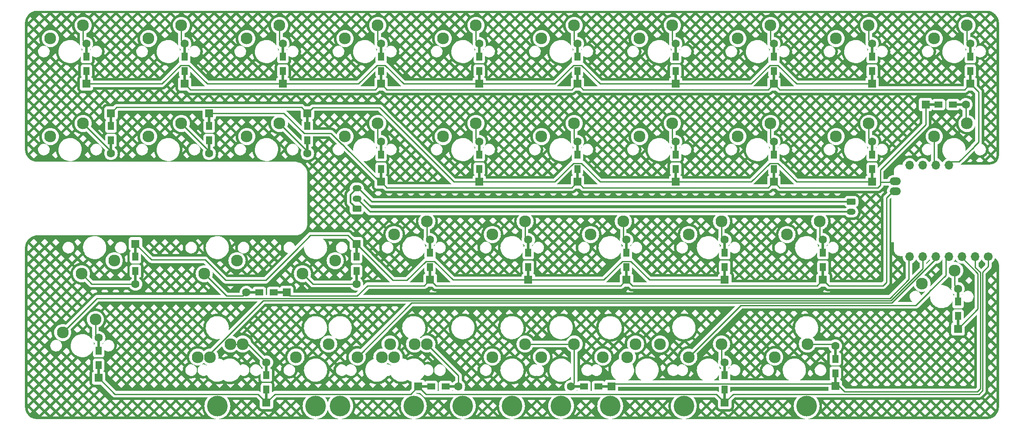
<source format=gbr>
%TF.GenerationSoftware,KiCad,Pcbnew,(7.0.0)*%
%TF.CreationDate,2023-05-17T15:52:51+02:00*%
%TF.ProjectId,Alpha-ISO BLE,416c7068-612d-4495-934f-20424c452e6b,rev?*%
%TF.SameCoordinates,Original*%
%TF.FileFunction,Copper,L2,Bot*%
%TF.FilePolarity,Positive*%
%FSLAX46Y46*%
G04 Gerber Fmt 4.6, Leading zero omitted, Abs format (unit mm)*
G04 Created by KiCad (PCBNEW (7.0.0)) date 2023-05-17 15:52:51*
%MOMM*%
%LPD*%
G01*
G04 APERTURE LIST*
G04 Aperture macros list*
%AMRoundRect*
0 Rectangle with rounded corners*
0 $1 Rounding radius*
0 $2 $3 $4 $5 $6 $7 $8 $9 X,Y pos of 4 corners*
0 Add a 4 corners polygon primitive as box body*
4,1,4,$2,$3,$4,$5,$6,$7,$8,$9,$2,$3,0*
0 Add four circle primitives for the rounded corners*
1,1,$1+$1,$2,$3*
1,1,$1+$1,$4,$5*
1,1,$1+$1,$6,$7*
1,1,$1+$1,$8,$9*
0 Add four rect primitives between the rounded corners*
20,1,$1+$1,$2,$3,$4,$5,0*
20,1,$1+$1,$4,$5,$6,$7,0*
20,1,$1+$1,$6,$7,$8,$9,0*
20,1,$1+$1,$8,$9,$2,$3,0*%
G04 Aperture macros list end*
%TA.AperFunction,SMDPad,CuDef*%
%ADD10R,1.200000X1.600000*%
%TD*%
%TA.AperFunction,SMDPad,CuDef*%
%ADD11R,0.500000X2.900000*%
%TD*%
%TA.AperFunction,ComponentPad*%
%ADD12R,1.600000X1.600000*%
%TD*%
%TA.AperFunction,ComponentPad*%
%ADD13C,1.600000*%
%TD*%
%TA.AperFunction,ComponentPad*%
%ADD14C,2.300000*%
%TD*%
%TA.AperFunction,ComponentPad*%
%ADD15C,4.000000*%
%TD*%
%TA.AperFunction,SMDPad,CuDef*%
%ADD16R,1.600000X1.200000*%
%TD*%
%TA.AperFunction,SMDPad,CuDef*%
%ADD17R,2.900000X0.500000*%
%TD*%
%TA.AperFunction,ComponentPad*%
%ADD18C,1.700000*%
%TD*%
%TA.AperFunction,ComponentPad*%
%ADD19O,1.700000X1.700000*%
%TD*%
%TA.AperFunction,ComponentPad*%
%ADD20O,2.200000X1.500000*%
%TD*%
%TA.AperFunction,ComponentPad*%
%ADD21RoundRect,0.250000X0.625000X-0.350000X0.625000X0.350000X-0.625000X0.350000X-0.625000X-0.350000X0*%
%TD*%
%TA.AperFunction,ComponentPad*%
%ADD22O,1.750000X1.200000*%
%TD*%
%TA.AperFunction,ComponentPad*%
%ADD23RoundRect,0.250000X-0.625000X0.350000X-0.625000X-0.350000X0.625000X-0.350000X0.625000X0.350000X0*%
%TD*%
%TA.AperFunction,Conductor*%
%ADD24C,0.250000*%
%TD*%
%TA.AperFunction,Conductor*%
%ADD25C,0.350000*%
%TD*%
G04 APERTURE END LIST*
D10*
%TO.P,D6,1,K*%
%TO.N,ROW5*%
X149224999Y-75218749D03*
D11*
X149224999Y-76318749D03*
D12*
X149224999Y-77718749D03*
D13*
%TO.P,D6,2,A*%
%TO.N,Net-(D6-A)*%
X149225000Y-69918750D03*
D11*
X149224999Y-71318749D03*
D10*
X149224999Y-72418749D03*
%TD*%
D14*
%TO.P,MX42,1,1*%
%TO.N,COL4*%
X144621250Y-92710000D03*
%TO.P,MX42,2,2*%
%TO.N,Net-(D40-A)*%
X150971250Y-90170000D03*
%TD*%
%TO.P,MX14,1,1*%
%TO.N,COL1*%
X66040000Y-92710000D03*
%TO.P,MX14,2,2*%
%TO.N,Net-(D14-A)*%
X72390000Y-90170000D03*
%TD*%
D10*
%TO.P,D17,1,K*%
%TO.N,ROW2*%
X87312499Y-47812499D03*
D11*
X87312499Y-46712499D03*
D12*
X87312499Y-45312499D03*
D13*
%TO.P,D17,2,A*%
%TO.N,Net-(D17-A)*%
X87312500Y-53112500D03*
D11*
X87312499Y-51712499D03*
D10*
X87312499Y-50612499D03*
%TD*%
D14*
%TO.P,MX5,1,1*%
%TO.N,COL0*%
X49847500Y-73977500D03*
%TO.P,MX5,2,2*%
%TO.N,Net-(D5-A)*%
X43497500Y-76517500D03*
%TD*%
%TO.P,MX12,1,1*%
%TO.N,COL0*%
X73660000Y-73977500D03*
%TO.P,MX12,2,2*%
%TO.N,Net-(D12-A)*%
X67310000Y-76517500D03*
%TD*%
D15*
%TO.P,S2,*%
%TO.N,*%
X127000000Y-102235000D03*
X88900000Y-102235000D03*
%TD*%
D10*
%TO.P,D35,1,K*%
%TO.N,ROW4*%
X130174999Y-75218749D03*
D11*
X130174999Y-76318749D03*
D12*
X130174999Y-77718749D03*
D13*
%TO.P,D35,2,A*%
%TO.N,Net-(D35-A)*%
X130175000Y-69918750D03*
D11*
X130174999Y-71318749D03*
D10*
X130174999Y-72418749D03*
%TD*%
%TO.P,D9,1,K*%
%TO.N,ROW0*%
X158749999Y-37118749D03*
D11*
X158749999Y-38218749D03*
D12*
X158749999Y-39618749D03*
D13*
%TO.P,D9,2,A*%
%TO.N,Net-(D9-A)*%
X158750000Y-31818750D03*
D11*
X158749999Y-33218749D03*
D10*
X158749999Y-34318749D03*
%TD*%
D16*
%TO.P,D24,1,K*%
%TO.N,ROW7*%
X143766999Y-98424999D03*
D17*
X144866999Y-98424999D03*
D12*
X146266999Y-98424999D03*
D13*
%TO.P,D24,2,A*%
%TO.N,Net-(D24-A)*%
X138467000Y-98425000D03*
D17*
X139866999Y-98424999D03*
D16*
X140966999Y-98424999D03*
%TD*%
D14*
%TO.P,MX35,1,1*%
%TO.N,COL2*%
X85090000Y-92710000D03*
%TO.P,MX35,2,2*%
%TO.N,Net-(D21-A)*%
X91440000Y-90170000D03*
%TD*%
D10*
%TO.P,D31,1,K*%
%TO.N,ROW2*%
X196849999Y-56168749D03*
D11*
X196849999Y-57268749D03*
D12*
X196849999Y-58668749D03*
D13*
%TO.P,D31,2,A*%
%TO.N,Net-(D31-A)*%
X196850000Y-50868750D03*
D11*
X196849999Y-52268749D03*
D10*
X196849999Y-53368749D03*
%TD*%
D14*
%TO.P,MX43,1,1*%
%TO.N,COL4*%
X149383750Y-92710000D03*
%TO.P,MX43,2,2*%
%TO.N,Net-(D40-A)*%
X155733750Y-90170000D03*
%TD*%
%TO.P,MX26,1,1*%
%TO.N,COL1*%
X104140000Y-68897500D03*
%TO.P,MX26,2,2*%
%TO.N,Net-(D34-A)*%
X110490000Y-66357500D03*
%TD*%
D10*
%TO.P,D13,1,K*%
%TO.N,ROW4*%
X168274999Y-75218749D03*
D11*
X168274999Y-76318749D03*
D12*
X168274999Y-77718749D03*
D13*
%TO.P,D13,2,A*%
%TO.N,Net-(D13-A)*%
X168275000Y-69918750D03*
D11*
X168274999Y-71318749D03*
D10*
X168274999Y-72418749D03*
%TD*%
D14*
%TO.P,MX16,1,1*%
%TO.N,COL4*%
X170815000Y-30797500D03*
%TO.P,MX16,2,2*%
%TO.N,Net-(D16-A)*%
X177165000Y-28257500D03*
%TD*%
D10*
%TO.P,D18,1,K*%
%TO.N,ROW3*%
X177799999Y-56168749D03*
D11*
X177799999Y-57268749D03*
D12*
X177799999Y-58668749D03*
D13*
%TO.P,D18,2,A*%
%TO.N,Net-(D18-A)*%
X177800000Y-50868750D03*
D11*
X177799999Y-52268749D03*
D10*
X177799999Y-53368749D03*
%TD*%
D16*
%TO.P,D12,1,K*%
%TO.N,ROW5*%
X80774999Y-80168749D03*
D17*
X81874999Y-80168749D03*
D12*
X83274999Y-80168749D03*
D13*
%TO.P,D12,2,A*%
%TO.N,Net-(D12-A)*%
X75475000Y-80168750D03*
D17*
X76874999Y-80168749D03*
D16*
X77974999Y-80168749D03*
%TD*%
D14*
%TO.P,MX31,1,1*%
%TO.N,COL2*%
X113665000Y-49847500D03*
%TO.P,MX31,2,2*%
%TO.N,Net-(D29-A)*%
X120015000Y-47307500D03*
%TD*%
%TO.P,MX29,1,1*%
%TO.N,COL2*%
X113665000Y-30797500D03*
%TO.P,MX29,2,2*%
%TO.N,Net-(D23-A)*%
X120015000Y-28257500D03*
%TD*%
%TO.P,MX36,1,1*%
%TO.N,COL1*%
X68421250Y-92710000D03*
%TO.P,MX36,2,2*%
%TO.N,Net-(D14-A)*%
X74771250Y-90170000D03*
%TD*%
D10*
%TO.P,D20,1,K*%
%TO.N,ROW5*%
X187324999Y-75218749D03*
D11*
X187324999Y-76318749D03*
D12*
X187324999Y-77718749D03*
D13*
%TO.P,D20,2,A*%
%TO.N,Net-(D20-A)*%
X187325000Y-69918750D03*
D11*
X187324999Y-71318749D03*
D10*
X187324999Y-72418749D03*
%TD*%
%TO.P,D37,1,K*%
%TO.N,ROW4*%
X213518749Y-84743749D03*
D11*
X213518749Y-85843749D03*
D12*
X213518749Y-87243749D03*
D13*
%TO.P,D37,2,A*%
%TO.N,Net-(D37-A)*%
X213518750Y-79443750D03*
D11*
X213518749Y-80843749D03*
D10*
X213518749Y-81943749D03*
%TD*%
D16*
%TO.P,D32,1,K*%
%TO.N,ROW3*%
X209737499Y-43656249D03*
D17*
X208637499Y-43656249D03*
D12*
X207237499Y-43656249D03*
D13*
%TO.P,D32,2,A*%
%TO.N,Net-(D32-A)*%
X215037500Y-43656250D03*
D17*
X213637499Y-43656249D03*
D16*
X212537499Y-43656249D03*
%TD*%
D10*
%TO.P,D29,1,K*%
%TO.N,ROW2*%
X120649999Y-56168749D03*
D11*
X120649999Y-57268749D03*
D12*
X120649999Y-58668749D03*
D13*
%TO.P,D29,2,A*%
%TO.N,Net-(D29-A)*%
X120650000Y-50868750D03*
D11*
X120649999Y-52268749D03*
D10*
X120649999Y-53368749D03*
%TD*%
%TO.P,D2,1,K*%
%TO.N,ROW1*%
X139699999Y-37118749D03*
D11*
X139699999Y-38218749D03*
D12*
X139699999Y-39618749D03*
D13*
%TO.P,D2,2,A*%
%TO.N,Net-(D2-A)*%
X139700000Y-31818750D03*
D11*
X139699999Y-33218749D03*
D10*
X139699999Y-34318749D03*
%TD*%
D14*
%TO.P,MX8,1,1*%
%TO.N,COL0*%
X56515000Y-30797500D03*
%TO.P,MX8,2,2*%
%TO.N,Net-(D8-A)*%
X62865000Y-28257500D03*
%TD*%
%TO.P,MX37,1,1*%
%TO.N,COL2*%
X101758750Y-92710000D03*
%TO.P,MX37,2,2*%
%TO.N,Net-(D21-A)*%
X108108750Y-90170000D03*
%TD*%
D10*
%TO.P,D15,1,K*%
%TO.N,ROW0*%
X82549999Y-37118749D03*
D11*
X82549999Y-38218749D03*
D12*
X82549999Y-39618749D03*
D13*
%TO.P,D15,2,A*%
%TO.N,Net-(D15-A)*%
X82550000Y-31818750D03*
D11*
X82549999Y-33218749D03*
D10*
X82549999Y-34318749D03*
%TD*%
D15*
%TO.P,S3,*%
%TO.N,*%
X184150000Y-102235000D03*
X146050000Y-102235000D03*
%TD*%
D14*
%TO.P,MX18,1,1*%
%TO.N,COL4*%
X170815000Y-49847500D03*
%TO.P,MX18,2,2*%
%TO.N,Net-(D18-A)*%
X177165000Y-47307500D03*
%TD*%
D10*
%TO.P,D28,1,K*%
%TO.N,ROW3*%
X101599999Y-56168749D03*
D11*
X101599999Y-57268749D03*
D12*
X101599999Y-58668749D03*
D13*
%TO.P,D28,2,A*%
%TO.N,Net-(D28-A)*%
X101600000Y-50868750D03*
D11*
X101599999Y-52268749D03*
D10*
X101599999Y-53368749D03*
%TD*%
%TO.P,D34,1,K*%
%TO.N,ROW5*%
X111124999Y-75218749D03*
D11*
X111124999Y-76318749D03*
D12*
X111124999Y-77718749D03*
D13*
%TO.P,D34,2,A*%
%TO.N,Net-(D34-A)*%
X111125000Y-69918750D03*
D11*
X111124999Y-71318749D03*
D10*
X111124999Y-72418749D03*
%TD*%
D14*
%TO.P,MX24,1,1*%
%TO.N,COL1*%
X94615000Y-49847500D03*
%TO.P,MX24,2,2*%
%TO.N,Net-(D28-A)*%
X100965000Y-47307500D03*
%TD*%
D10*
%TO.P,D16,1,K*%
%TO.N,ROW1*%
X177799999Y-37118749D03*
D11*
X177799999Y-38218749D03*
D12*
X177799999Y-39618749D03*
D13*
%TO.P,D16,2,A*%
%TO.N,Net-(D16-A)*%
X177800000Y-31818750D03*
D11*
X177799999Y-33218749D03*
D10*
X177799999Y-34318749D03*
%TD*%
D14*
%TO.P,MX44,1,1*%
%TO.N,COL4*%
X177958750Y-92710000D03*
%TO.P,MX44,2,2*%
%TO.N,Net-(D27-A)*%
X184308750Y-90170000D03*
%TD*%
%TO.P,MX19,1,1*%
%TO.N,COL1*%
X92710000Y-73977500D03*
%TO.P,MX19,2,2*%
%TO.N,Net-(D19-A)*%
X86360000Y-76517500D03*
%TD*%
%TO.P,MX21,1,1*%
%TO.N,COL2*%
X104140000Y-92710000D03*
%TO.P,MX21,2,2*%
%TO.N,Net-(D21-A)*%
X110490000Y-90170000D03*
%TD*%
%TO.P,MX15,1,1*%
%TO.N,COL1*%
X75565000Y-30797500D03*
%TO.P,MX15,2,2*%
%TO.N,Net-(D15-A)*%
X81915000Y-28257500D03*
%TD*%
D10*
%TO.P,D40,1,K*%
%TO.N,ROW6*%
X168274999Y-99031249D03*
D11*
X168274999Y-100131249D03*
D12*
X168274999Y-101531249D03*
D13*
%TO.P,D40,2,A*%
%TO.N,Net-(D40-A)*%
X168275000Y-93731250D03*
D11*
X168274999Y-95131249D03*
D10*
X168274999Y-96231249D03*
%TD*%
D14*
%TO.P,MX4,1,1*%
%TO.N,COL2*%
X132715000Y-49847500D03*
%TO.P,MX4,2,2*%
%TO.N,Net-(D4-A)*%
X139065000Y-47307500D03*
%TD*%
%TO.P,MX2,1,1*%
%TO.N,COL2*%
X132715000Y-30797500D03*
%TO.P,MX2,2,2*%
%TO.N,Net-(D2-A)*%
X139065000Y-28257500D03*
%TD*%
D10*
%TO.P,D23,1,K*%
%TO.N,ROW0*%
X120649999Y-37118749D03*
D11*
X120649999Y-38218749D03*
D12*
X120649999Y-39618749D03*
D13*
%TO.P,D23,2,A*%
%TO.N,Net-(D23-A)*%
X120650000Y-31818750D03*
D11*
X120649999Y-33218749D03*
D10*
X120649999Y-34318749D03*
%TD*%
D14*
%TO.P,MX11,1,1*%
%TO.N,COL4*%
X151765000Y-49847500D03*
%TO.P,MX11,2,2*%
%TO.N,Net-(D11-A)*%
X158115000Y-47307500D03*
%TD*%
%TO.P,MX9,1,1*%
%TO.N,COL4*%
X151765000Y-30797500D03*
%TO.P,MX9,2,2*%
%TO.N,Net-(D9-A)*%
X158115000Y-28257500D03*
%TD*%
%TO.P,MX38,1,1*%
%TO.N,COL2*%
X96996250Y-92710000D03*
%TO.P,MX38,2,2*%
%TO.N,Net-(D21-A)*%
X103346250Y-90170000D03*
%TD*%
D10*
%TO.P,D4,1,K*%
%TO.N,ROW3*%
X139699999Y-56168749D03*
D11*
X139699999Y-57268749D03*
D12*
X139699999Y-58668749D03*
D13*
%TO.P,D4,2,A*%
%TO.N,Net-(D4-A)*%
X139700000Y-50868750D03*
D11*
X139699999Y-52268749D03*
D10*
X139699999Y-53368749D03*
%TD*%
D15*
%TO.P,S8,*%
%TO.N,*%
X184150000Y-102235000D03*
X88900000Y-102235000D03*
%TD*%
D14*
%TO.P,MX20,1,1*%
%TO.N,COL4*%
X180340000Y-68897500D03*
%TO.P,MX20,2,2*%
%TO.N,Net-(D20-A)*%
X186690000Y-66357500D03*
%TD*%
D10*
%TO.P,D11,1,K*%
%TO.N,ROW2*%
X158749999Y-56168749D03*
D11*
X158749999Y-57268749D03*
D12*
X158749999Y-58668749D03*
D13*
%TO.P,D11,2,A*%
%TO.N,Net-(D11-A)*%
X158750000Y-50868750D03*
D11*
X158749999Y-52268749D03*
D10*
X158749999Y-53368749D03*
%TD*%
%TO.P,D3,1,K*%
%TO.N,ROW2*%
X49212499Y-47812499D03*
D11*
X49212499Y-46712499D03*
D12*
X49212499Y-45312499D03*
D13*
%TO.P,D3,2,A*%
%TO.N,Net-(D3-A)*%
X49212500Y-53112500D03*
D11*
X49212499Y-51712499D03*
D10*
X49212499Y-50612499D03*
%TD*%
D14*
%TO.P,MX3,1,1*%
%TO.N,COL0*%
X37465000Y-49847500D03*
%TO.P,MX3,2,2*%
%TO.N,Net-(D3-A)*%
X43815000Y-47307500D03*
%TD*%
D10*
%TO.P,D25,1,K*%
%TO.N,ROW0*%
X196849999Y-37118749D03*
D11*
X196849999Y-38218749D03*
D12*
X196849999Y-39618749D03*
D13*
%TO.P,D25,2,A*%
%TO.N,Net-(D25-A)*%
X196850000Y-31818750D03*
D11*
X196849999Y-33218749D03*
D10*
X196849999Y-34318749D03*
%TD*%
%TO.P,D19,1,K*%
%TO.N,ROW4*%
X96837499Y-73212499D03*
D11*
X96837499Y-72112499D03*
D12*
X96837499Y-70712499D03*
D13*
%TO.P,D19,2,A*%
%TO.N,Net-(D19-A)*%
X96837500Y-78512500D03*
D11*
X96837499Y-77112499D03*
D10*
X96837499Y-76012499D03*
%TD*%
%TO.P,D14,1,K*%
%TO.N,ROW6*%
X79374999Y-99031249D03*
D11*
X79374999Y-100131249D03*
D12*
X79374999Y-101531249D03*
D13*
%TO.P,D14,2,A*%
%TO.N,Net-(D14-A)*%
X79375000Y-93731250D03*
D11*
X79374999Y-95131249D03*
D10*
X79374999Y-96231249D03*
%TD*%
%TO.P,D22,1,K*%
%TO.N,ROW1*%
X101599999Y-37118749D03*
D11*
X101599999Y-38218749D03*
D12*
X101599999Y-39618749D03*
D13*
%TO.P,D22,2,A*%
%TO.N,Net-(D22-A)*%
X101600000Y-31818750D03*
D11*
X101599999Y-33218749D03*
D10*
X101599999Y-34318749D03*
%TD*%
D14*
%TO.P,MX30,1,1*%
%TO.N,COL5*%
X208915000Y-30797500D03*
%TO.P,MX30,2,2*%
%TO.N,Net-(D26-A)*%
X215265000Y-28257500D03*
%TD*%
%TO.P,MX39,1,1*%
%TO.N,COL2*%
X123190000Y-92710000D03*
%TO.P,MX39,2,2*%
%TO.N,Net-(D24-A)*%
X129540000Y-90170000D03*
%TD*%
D15*
%TO.P,S6,*%
%TO.N,*%
X117475000Y-102235000D03*
X93662500Y-102235000D03*
%TD*%
D14*
%TO.P,MX6,1,1*%
%TO.N,COL2*%
X142240000Y-68897500D03*
%TO.P,MX6,2,2*%
%TO.N,Net-(D6-A)*%
X148590000Y-66357500D03*
%TD*%
D15*
%TO.P,S4,*%
%TO.N,*%
X107950000Y-102235000D03*
X69850000Y-102235000D03*
%TD*%
D10*
%TO.P,D1,1,K*%
%TO.N,ROW0*%
X44449999Y-37118749D03*
D11*
X44449999Y-38218749D03*
D12*
X44449999Y-39618749D03*
D13*
%TO.P,D1,2,A*%
%TO.N,Net-(D1-A)*%
X44450000Y-31818750D03*
D11*
X44449999Y-33218749D03*
D10*
X44449999Y-34318749D03*
%TD*%
%TO.P,D10,1,K*%
%TO.N,ROW3*%
X68262499Y-47812499D03*
D11*
X68262499Y-46712499D03*
D12*
X68262499Y-45312499D03*
D13*
%TO.P,D10,2,A*%
%TO.N,Net-(D10-A)*%
X68262500Y-53112500D03*
D11*
X68262499Y-51712499D03*
D10*
X68262499Y-50612499D03*
%TD*%
D14*
%TO.P,MX10,1,1*%
%TO.N,COL0*%
X56515000Y-49847500D03*
%TO.P,MX10,2,2*%
%TO.N,Net-(D10-A)*%
X62865000Y-47307500D03*
%TD*%
%TO.P,MX17,1,1*%
%TO.N,COL1*%
X75565000Y-49847500D03*
%TO.P,MX17,2,2*%
%TO.N,Net-(D17-A)*%
X81915000Y-47307500D03*
%TD*%
%TO.P,MX27,1,1*%
%TO.N,COL5*%
X206533750Y-78422500D03*
%TO.P,MX27,2,2*%
%TO.N,Net-(D37-A)*%
X212883750Y-75882500D03*
%TD*%
D15*
%TO.P,S9,*%
%TO.N,*%
X184150000Y-102235000D03*
X69850000Y-102235000D03*
%TD*%
D10*
%TO.P,D7,1,K*%
%TO.N,ROW6*%
X46831249Y-94268749D03*
D11*
X46831249Y-95368749D03*
D12*
X46831249Y-96768749D03*
D13*
%TO.P,D7,2,A*%
%TO.N,Net-(D7-A)*%
X46831250Y-88968750D03*
D11*
X46831249Y-90368749D03*
D10*
X46831249Y-91468749D03*
%TD*%
D14*
%TO.P,MX23,1,1*%
%TO.N,COL5*%
X189865000Y-30797500D03*
%TO.P,MX23,2,2*%
%TO.N,Net-(D25-A)*%
X196215000Y-28257500D03*
%TD*%
%TO.P,MX1,1,1*%
%TO.N,COL0*%
X37465000Y-30797500D03*
%TO.P,MX1,2,2*%
%TO.N,Net-(D1-A)*%
X43815000Y-28257500D03*
%TD*%
%TO.P,MX22,1,1*%
%TO.N,COL1*%
X94615000Y-30797500D03*
%TO.P,MX22,2,2*%
%TO.N,Net-(D22-A)*%
X100965000Y-28257500D03*
%TD*%
D10*
%TO.P,D5,1,K*%
%TO.N,ROW4*%
X53974999Y-73212499D03*
D11*
X53974999Y-72112499D03*
D12*
X53974999Y-70712499D03*
D13*
%TO.P,D5,2,A*%
%TO.N,Net-(D5-A)*%
X53975000Y-78512500D03*
D11*
X53974999Y-77112499D03*
D10*
X53974999Y-76012499D03*
%TD*%
%TO.P,D27,1,K*%
%TO.N,ROW7*%
X189706249Y-95856249D03*
D11*
X189706249Y-96956249D03*
D12*
X189706249Y-98356249D03*
D13*
%TO.P,D27,2,A*%
%TO.N,Net-(D27-A)*%
X189706250Y-90556250D03*
D11*
X189706249Y-91956249D03*
D10*
X189706249Y-93056249D03*
%TD*%
D16*
%TO.P,D21,1,K*%
%TO.N,ROW6*%
X111312499Y-98424999D03*
D17*
X110212499Y-98424999D03*
D12*
X108812499Y-98424999D03*
D13*
%TO.P,D21,2,A*%
%TO.N,Net-(D21-A)*%
X116612500Y-98425000D03*
D17*
X115212499Y-98424999D03*
D16*
X114112499Y-98424999D03*
%TD*%
D14*
%TO.P,MX25,1,1*%
%TO.N,COL5*%
X189865000Y-49847500D03*
%TO.P,MX25,2,2*%
%TO.N,Net-(D31-A)*%
X196215000Y-47307500D03*
%TD*%
D10*
%TO.P,D8,1,K*%
%TO.N,ROW1*%
X63499999Y-37118749D03*
D11*
X63499999Y-38218749D03*
D12*
X63499999Y-39618749D03*
D13*
%TO.P,D8,2,A*%
%TO.N,Net-(D8-A)*%
X63500000Y-31818750D03*
D11*
X63499999Y-33218749D03*
D10*
X63499999Y-34318749D03*
%TD*%
D15*
%TO.P,S7,*%
%TO.N,*%
X160337500Y-102235000D03*
X136525000Y-102235000D03*
%TD*%
D10*
%TO.P,D26,1,K*%
%TO.N,ROW1*%
X215899999Y-37118749D03*
D11*
X215899999Y-38218749D03*
D12*
X215899999Y-39618749D03*
D13*
%TO.P,D26,2,A*%
%TO.N,Net-(D26-A)*%
X215900000Y-31818750D03*
D11*
X215899999Y-33218749D03*
D10*
X215899999Y-34318749D03*
%TD*%
D14*
%TO.P,MX28,1,1*%
%TO.N,COL4*%
X161290000Y-92710000D03*
%TO.P,MX28,2,2*%
%TO.N,Net-(D40-A)*%
X167640000Y-90170000D03*
%TD*%
%TO.P,MX32,1,1*%
%TO.N,COL5*%
X208915000Y-49847500D03*
%TO.P,MX32,2,2*%
%TO.N,Net-(D32-A)*%
X215265000Y-47307500D03*
%TD*%
%TO.P,MX7,1,1*%
%TO.N,COL0*%
X39846250Y-87947500D03*
%TO.P,MX7,2,2*%
%TO.N,Net-(D7-A)*%
X46196250Y-85407500D03*
%TD*%
%TO.P,MX33,1,1*%
%TO.N,COL2*%
X123190000Y-68897500D03*
%TO.P,MX33,2,2*%
%TO.N,Net-(D35-A)*%
X129540000Y-66357500D03*
%TD*%
%TO.P,MX34,1,1*%
%TO.N,COL2*%
X132715000Y-92710000D03*
%TO.P,MX34,2,2*%
%TO.N,Net-(D24-A)*%
X139065000Y-90170000D03*
%TD*%
%TO.P,MX13,1,1*%
%TO.N,COL4*%
X161290000Y-68897500D03*
%TO.P,MX13,2,2*%
%TO.N,Net-(D13-A)*%
X167640000Y-66357500D03*
%TD*%
D18*
%TO.P,J1,1,Pin_1*%
%TO.N,ROW6*%
X219386662Y-73189580D03*
D19*
%TO.P,J1,2,Pin_2*%
%TO.N,ROW7*%
X216846661Y-73189579D03*
%TO.P,J1,3,Pin_3*%
%TO.N,ROW4*%
X214306661Y-73189579D03*
%TO.P,J1,4,Pin_4*%
%TO.N,COL4*%
X211766661Y-73189579D03*
%TO.P,J1,5,Pin_5*%
%TO.N,COL2*%
X209226661Y-73189579D03*
%TO.P,J1,6,Pin_6*%
%TO.N,COL1*%
X206686661Y-73189579D03*
%TO.P,J1,7,Pin_7*%
%TO.N,COL0*%
X204146661Y-73189579D03*
D20*
%TO.P,J1,8,Pin_8*%
%TO.N,ROW5*%
X201352661Y-60489579D03*
%TO.P,J1,9,Pin_9*%
%TO.N,ROW3*%
X201352661Y-58584579D03*
D19*
%TO.P,J1,18,Pin_18*%
%TO.N,ROW2*%
X204146661Y-55409579D03*
%TO.P,J1,19,Pin_19*%
%TO.N,ROW0*%
X206686661Y-55409579D03*
%TO.P,J1,20,Pin_20*%
%TO.N,COL5*%
X209226661Y-55409579D03*
%TO.P,J1,21,Pin_21*%
%TO.N,ROW1*%
X211766661Y-55409579D03*
%TD*%
D21*
%TO.P,J3,1,Pin_1*%
%TO.N,-BATT*%
X96906250Y-63912500D03*
D22*
%TO.P,J3,2,Pin_2*%
%TO.N,+BATT*%
X96906249Y-61912499D03*
%TO.P,J3,3,Pin_3*%
%TO.N,-BATT*%
X96906249Y-59912499D03*
%TD*%
D23*
%TO.P,J2,1,Pin_1*%
%TO.N,-BATT*%
X192812500Y-62500000D03*
D22*
%TO.P,J2,2,Pin_2*%
%TO.N,+BATT*%
X192812499Y-64499999D03*
%TD*%
D24*
%TO.N,ROW0*%
X135281250Y-39618750D02*
X138906250Y-35993750D01*
X138906250Y-35993750D02*
X140493750Y-35993750D01*
X177006250Y-35993750D02*
X178593750Y-35993750D01*
X120650000Y-39618750D02*
X135281250Y-39618750D01*
X106018750Y-39618750D02*
X102393750Y-35993750D01*
X173381250Y-39618750D02*
X177006250Y-35993750D01*
X120650000Y-39618750D02*
X106018750Y-39618750D01*
X67918750Y-39618750D02*
X64293750Y-35993750D01*
X182218750Y-39618750D02*
X178593750Y-35993750D01*
X62706250Y-35993750D02*
X64293750Y-35993750D01*
X59081250Y-39618750D02*
X62706250Y-35993750D01*
X82550000Y-39618750D02*
X67918750Y-39618750D01*
X158750000Y-39618750D02*
X173381250Y-39618750D01*
X144118750Y-39618750D02*
X140493750Y-35993750D01*
X82550000Y-39618750D02*
X97181250Y-39618750D01*
X158750000Y-39618750D02*
X144118750Y-39618750D01*
X97181250Y-39618750D02*
X100806250Y-35993750D01*
X100806250Y-35993750D02*
X102393750Y-35993750D01*
X196850000Y-39618750D02*
X182218750Y-39618750D01*
X44450000Y-39618750D02*
X59081250Y-39618750D01*
%TO.N,Net-(D1-A)*%
X43815000Y-31183750D02*
X44450000Y-31818750D01*
X43815000Y-28257500D02*
X43815000Y-31183750D01*
%TO.N,ROW1*%
X212183822Y-54768750D02*
X213693881Y-54768750D01*
X211766443Y-55186129D02*
X212183822Y-54768750D01*
X177800000Y-39618750D02*
X178925000Y-40743750D01*
X64625000Y-40743750D02*
X100475000Y-40743750D01*
X217502102Y-41220852D02*
X215900000Y-39618750D01*
X139700000Y-39618750D02*
X140825000Y-40743750D01*
X217502102Y-50922631D02*
X217502102Y-41220852D01*
X63500000Y-39618750D02*
X64625000Y-40743750D01*
X101600000Y-39618750D02*
X102725000Y-40743750D01*
X100475000Y-40743750D02*
X101600000Y-39618750D01*
X213693881Y-54768750D02*
X216555000Y-51907631D01*
X214775000Y-40743750D02*
X215900000Y-39618750D01*
X178925000Y-40743750D02*
X214775000Y-40743750D01*
X138575000Y-40743750D02*
X139700000Y-39618750D01*
X216555000Y-51907631D02*
X216555000Y-51869733D01*
X216555000Y-51869733D02*
X217502102Y-50922631D01*
X140825000Y-40743750D02*
X176675000Y-40743750D01*
X102725000Y-40743750D02*
X138575000Y-40743750D01*
X176675000Y-40743750D02*
X177800000Y-39618750D01*
%TO.N,Net-(D2-A)*%
X139065000Y-31183750D02*
X139700000Y-31818750D01*
X139065000Y-28257500D02*
X139065000Y-31183750D01*
%TO.N,ROW2*%
X86187500Y-44187500D02*
X87312500Y-45312500D01*
X135281250Y-58668750D02*
X138906250Y-55043750D01*
X173381250Y-58668750D02*
X177006250Y-55043750D01*
X182218750Y-58668750D02*
X178593750Y-55043750D01*
X144118750Y-58668750D02*
X140493750Y-55043750D01*
X177006250Y-55043750D02*
X178593750Y-55043750D01*
X49212500Y-45312500D02*
X50337500Y-44187500D01*
X196850000Y-58668750D02*
X182218750Y-58668750D01*
X120650000Y-58668750D02*
X135281250Y-58668750D01*
X158750000Y-58668750D02*
X144118750Y-58668750D01*
X88380759Y-44244241D02*
X87312500Y-45312500D01*
X115750000Y-58668750D02*
X101325491Y-44244241D01*
X158750000Y-58668750D02*
X173381250Y-58668750D01*
X120650000Y-58668750D02*
X115750000Y-58668750D01*
X101325491Y-44244241D02*
X88380759Y-44244241D01*
X138906250Y-55043750D02*
X140493750Y-55043750D01*
X50337500Y-44187500D02*
X86187500Y-44187500D01*
%TO.N,Net-(D3-A)*%
X49212500Y-52705000D02*
X49212500Y-53112500D01*
X43815000Y-47307500D02*
X49212500Y-52705000D01*
%TO.N,ROW3*%
X177800000Y-58668750D02*
X178925000Y-59793750D01*
X94004034Y-51322500D02*
X94047767Y-51322500D01*
X68262500Y-45312500D02*
X82762500Y-45312500D01*
X140825000Y-59793750D02*
X176675000Y-59793750D01*
X198437500Y-59331250D02*
X198437500Y-58737500D01*
X102725000Y-59793750D02*
X138575000Y-59793750D01*
X101600000Y-58668750D02*
X102725000Y-59793750D01*
X94595000Y-51907631D02*
X101356119Y-58668750D01*
X178925000Y-59793750D02*
X197975000Y-59793750D01*
X207237500Y-47556250D02*
X207237500Y-43656250D01*
X198437500Y-58737500D02*
X198437500Y-56356250D01*
X94595000Y-51869733D02*
X94595000Y-51907631D01*
X139700000Y-58668750D02*
X140825000Y-59793750D01*
X101356119Y-58668750D02*
X101600000Y-58668750D01*
X198437500Y-56356250D02*
X207237500Y-47556250D01*
X207237500Y-43656250D02*
X207962500Y-43656250D01*
X198437500Y-58737500D02*
X200946417Y-58737500D01*
X197975000Y-59793750D02*
X198437500Y-59331250D01*
X91894034Y-49212500D02*
X94004034Y-51322500D01*
X200946417Y-58737500D02*
X200946589Y-58584126D01*
X176675000Y-59793750D02*
X177800000Y-58668750D01*
X86662500Y-49212500D02*
X91894034Y-49212500D01*
X94047767Y-51322500D02*
X94595000Y-51869733D01*
X82762500Y-45312500D02*
X86662500Y-49212500D01*
X138575000Y-59793750D02*
X139700000Y-58668750D01*
%TO.N,Net-(D4-A)*%
X139065000Y-50233750D02*
X139700000Y-50868750D01*
X139065000Y-47307500D02*
X139065000Y-50233750D01*
%TO.N,ROW4*%
X217381250Y-83381250D02*
X217381250Y-76468725D01*
X57068900Y-73806400D02*
X67468750Y-73806400D01*
X79237766Y-77787500D02*
X85070000Y-71955267D01*
X130175000Y-77718750D02*
X144806250Y-77718750D01*
X111918750Y-74093750D02*
X115543750Y-77718750D01*
X87918769Y-69068600D02*
X95193600Y-69068600D01*
X213518750Y-87243750D02*
X217381250Y-83381250D01*
X168275000Y-77718750D02*
X153643750Y-77718750D01*
X53975000Y-70712500D02*
X57068900Y-73806400D01*
X214306662Y-73394137D02*
X214306662Y-73208425D01*
X87918769Y-69068600D02*
X85070000Y-71917369D01*
X103912500Y-77787500D02*
X106637500Y-77787500D01*
X217381250Y-76468725D02*
X214306662Y-73394137D01*
X71449850Y-77787500D02*
X67468750Y-73806400D01*
X144806250Y-77718750D02*
X148431250Y-74093750D01*
X110331250Y-74093750D02*
X111918750Y-74093750D01*
X79237766Y-77787500D02*
X71449850Y-77787500D01*
X85070000Y-71917369D02*
X85070000Y-71955267D01*
X115543750Y-77718750D02*
X130175000Y-77718750D01*
X96837500Y-70712500D02*
X103912500Y-77787500D01*
X106637500Y-77787500D02*
X110331250Y-74093750D01*
X148431250Y-74093750D02*
X150018750Y-74093750D01*
X153643750Y-77718750D02*
X150018750Y-74093750D01*
X95193600Y-69068600D02*
X96837500Y-70712500D01*
%TO.N,Net-(D5-A)*%
X45492500Y-78512500D02*
X53975000Y-78512500D01*
X43497500Y-76517500D02*
X45492500Y-78512500D01*
%TO.N,ROW5*%
X110000000Y-78843750D02*
X111125000Y-77718750D01*
X83275000Y-80168750D02*
X83950000Y-80843750D01*
X150350000Y-78843750D02*
X186200000Y-78843750D01*
X96956250Y-80843750D02*
X98956250Y-78843750D01*
X149225000Y-77718750D02*
X150350000Y-78843750D01*
X98956250Y-78843750D02*
X110000000Y-78843750D01*
X148100000Y-78843750D02*
X149225000Y-77718750D01*
X198968611Y-78843889D02*
X199641831Y-78170669D01*
X199641831Y-78170669D02*
X199641831Y-61791749D01*
X186200000Y-78843750D02*
X187325000Y-77718750D01*
X111125000Y-77718750D02*
X112250000Y-78843750D01*
X199641831Y-61791749D02*
X200944457Y-60489123D01*
X188450139Y-78843889D02*
X198968611Y-78843889D01*
X187325000Y-77718750D02*
X188450139Y-78843889D01*
X112250000Y-78843750D02*
X148100000Y-78843750D01*
X83950000Y-80843750D02*
X96956250Y-80843750D01*
%TO.N,Net-(D6-A)*%
X148590000Y-69283750D02*
X149225000Y-69918750D01*
X148590000Y-66357500D02*
X148590000Y-69283750D01*
%TO.N,ROW6*%
X166653750Y-99910000D02*
X168275000Y-101531250D01*
X169896250Y-99910000D02*
X217590000Y-99910000D01*
X110297500Y-99910000D02*
X166653750Y-99910000D01*
X46831250Y-96768750D02*
X49972500Y-99910000D01*
X77753750Y-99910000D02*
X79375000Y-101531250D01*
X218281250Y-99218750D02*
X218281250Y-76200000D01*
X107327500Y-99910000D02*
X108812500Y-98425000D01*
X168275000Y-101531250D02*
X169896250Y-99910000D01*
X80996250Y-99910000D02*
X107327500Y-99910000D01*
X218281250Y-76200000D02*
X219386662Y-75094588D01*
X217590000Y-99910000D02*
X218281250Y-99218750D01*
X49972500Y-99910000D02*
X77753750Y-99910000D01*
X79375000Y-101531250D02*
X80996250Y-99910000D01*
X108812500Y-98425000D02*
X110297500Y-99910000D01*
X219386662Y-75094588D02*
X219386662Y-73208425D01*
%TO.N,Net-(D7-A)*%
X46196250Y-88333750D02*
X46831250Y-88968750D01*
X46196250Y-85407500D02*
X46196250Y-88333750D01*
%TO.N,Net-(D8-A)*%
X62865000Y-28257500D02*
X62865000Y-31183750D01*
X62865000Y-31183750D02*
X63500000Y-31818750D01*
%TO.N,Net-(D9-A)*%
X158115000Y-31183750D02*
X158750000Y-31818750D01*
X158115000Y-28257500D02*
X158115000Y-31183750D01*
%TO.N,Net-(D10-A)*%
X62865000Y-47307500D02*
X68262500Y-52705000D01*
X68262500Y-52705000D02*
X68262500Y-53112500D01*
%TO.N,Net-(D11-A)*%
X158115000Y-50233750D02*
X158750000Y-50868750D01*
X158115000Y-47307500D02*
X158115000Y-50233750D01*
%TO.N,Net-(D12-A)*%
X71636250Y-80843750D02*
X74800000Y-80843750D01*
X74800000Y-80843750D02*
X75475000Y-80168750D01*
X67310000Y-76517500D02*
X71636250Y-80843750D01*
%TO.N,Net-(D13-A)*%
X167640000Y-66357500D02*
X167640000Y-69283750D01*
X167640000Y-69283750D02*
X168275000Y-69918750D01*
%TO.N,Net-(D14-A)*%
X74771250Y-90170000D02*
X75813750Y-90170000D01*
X75813750Y-90170000D02*
X79375000Y-93731250D01*
X72390000Y-90170000D02*
X74771250Y-90170000D01*
%TO.N,Net-(D15-A)*%
X81915000Y-28257500D02*
X81915000Y-31183750D01*
X81915000Y-31183750D02*
X82550000Y-31818750D01*
%TO.N,Net-(D16-A)*%
X177165000Y-31183750D02*
X177800000Y-31818750D01*
X177165000Y-28257500D02*
X177165000Y-31183750D01*
%TO.N,Net-(D17-A)*%
X81915000Y-47307500D02*
X87312500Y-52705000D01*
X87312500Y-52705000D02*
X87312500Y-53112500D01*
%TO.N,Net-(D18-A)*%
X177165000Y-50233750D02*
X177800000Y-50868750D01*
X177165000Y-47307500D02*
X177165000Y-50233750D01*
%TO.N,Net-(D19-A)*%
X88355000Y-78512500D02*
X96837500Y-78512500D01*
X86360000Y-76517500D02*
X88355000Y-78512500D01*
%TO.N,Net-(D20-A)*%
X186690000Y-69283750D02*
X187325000Y-69918750D01*
X186690000Y-66357500D02*
X186690000Y-69283750D01*
%TO.N,Net-(D21-A)*%
X110490000Y-90170000D02*
X116612500Y-96292500D01*
X116612500Y-96292500D02*
X116612500Y-98425000D01*
%TO.N,Net-(D22-A)*%
X100965000Y-28257500D02*
X100965000Y-31183750D01*
X100965000Y-31183750D02*
X101600000Y-31818750D01*
%TO.N,Net-(D23-A)*%
X120015000Y-28257500D02*
X120015000Y-31183750D01*
X120015000Y-31183750D02*
X120650000Y-31818750D01*
%TO.N,Net-(D25-A)*%
X196215000Y-31183750D02*
X196850000Y-31818750D01*
X196215000Y-28257500D02*
X196215000Y-31183750D01*
%TO.N,Net-(D26-A)*%
X215265000Y-31183750D02*
X215900000Y-31818750D01*
X215265000Y-28257500D02*
X215265000Y-31183750D01*
%TO.N,Net-(D28-A)*%
X100965000Y-50233750D02*
X101600000Y-50868750D01*
X100965000Y-47307500D02*
X100965000Y-50233750D01*
%TO.N,Net-(D29-A)*%
X120015000Y-47307500D02*
X120015000Y-50233750D01*
X120015000Y-50233750D02*
X120650000Y-50868750D01*
%TO.N,Net-(D31-A)*%
X196215000Y-50233750D02*
X196850000Y-50868750D01*
X196215000Y-47307500D02*
X196215000Y-50233750D01*
%TO.N,Net-(D32-A)*%
X215037500Y-47080000D02*
X215265000Y-47307500D01*
X215037500Y-43656250D02*
X215037500Y-47080000D01*
%TO.N,Net-(D34-A)*%
X110490000Y-66357500D02*
X110490000Y-69283750D01*
X110490000Y-69283750D02*
X111125000Y-69918750D01*
%TO.N,Net-(D35-A)*%
X129540000Y-69283750D02*
X130175000Y-69918750D01*
X129540000Y-66357500D02*
X129540000Y-69283750D01*
%TO.N,Net-(D37-A)*%
X212883750Y-78808750D02*
X213518750Y-79443750D01*
X212883750Y-75882500D02*
X212883750Y-78808750D01*
%TO.N,Net-(D40-A)*%
X167640000Y-93096250D02*
X168275000Y-93731250D01*
X167640000Y-90170000D02*
X167640000Y-93096250D01*
%TO.N,COL0*%
X203993750Y-73342492D02*
X204127817Y-73208425D01*
X39846250Y-87947500D02*
X46500000Y-81293750D01*
X46500000Y-81293750D02*
X200303742Y-81293750D01*
X203993750Y-77603742D02*
X203993750Y-73342492D01*
X200303742Y-81293750D02*
X203993750Y-77603742D01*
X204127817Y-73208425D02*
X204146662Y-73208425D01*
%TO.N,COL2*%
X96996250Y-92710000D02*
X107512500Y-82193750D01*
X200676534Y-82193750D02*
X209226662Y-73643622D01*
X209226662Y-73643622D02*
X209226662Y-73208425D01*
X107512500Y-82193750D02*
X200676534Y-82193750D01*
%TO.N,COL4*%
X207974850Y-79981269D02*
X211137500Y-76818619D01*
X211747817Y-73208425D02*
X211766662Y-73208425D01*
X211137500Y-76818619D02*
X211137500Y-73818742D01*
X171356250Y-82643750D02*
X205350267Y-82643750D01*
X205350267Y-82643750D02*
X207974850Y-80019166D01*
X211137500Y-73818742D02*
X211747817Y-73208425D01*
X207974850Y-80019166D02*
X207974850Y-79981269D01*
X161290000Y-92710000D02*
X171356250Y-82643750D01*
%TO.N,COL1*%
X78730284Y-81743750D02*
X200490138Y-81743750D01*
X200490138Y-81743750D02*
X206686662Y-75547226D01*
X206686662Y-75547226D02*
X206686662Y-73208425D01*
X78730284Y-81743750D02*
X68421250Y-92052784D01*
X68421250Y-92052784D02*
X68421250Y-92710000D01*
%TO.N,COL5*%
X208915000Y-54877172D02*
X209226446Y-55188618D01*
X208915000Y-49847500D02*
X208915000Y-54877172D01*
D25*
%TO.N,-BATT*%
X95656250Y-62662500D02*
X96906250Y-63912500D01*
X97218750Y-59912500D02*
X99806250Y-62500000D01*
X99806250Y-62500000D02*
X192812500Y-62500000D01*
X95656250Y-61162500D02*
X95656250Y-62662500D01*
X96906250Y-59912500D02*
X95656250Y-61162500D01*
X96906250Y-59912500D02*
X97218750Y-59912500D01*
%TO.N,+BATT*%
X99493750Y-64500000D02*
X192812500Y-64500000D01*
X96906250Y-61912500D02*
X99493750Y-64500000D01*
D24*
%TO.N,Net-(D24-A)*%
X139065000Y-90170000D02*
X139065000Y-97827000D01*
X129540000Y-90170000D02*
X139065000Y-90170000D01*
X139065000Y-97827000D02*
X138467000Y-98425000D01*
%TO.N,Net-(D27-A)*%
X189320000Y-90170000D02*
X189706250Y-90556250D01*
X184308750Y-90170000D02*
X189320000Y-90170000D01*
%TO.N,ROW7*%
X146785750Y-97906250D02*
X189256250Y-97906250D01*
X217831250Y-98875000D02*
X217831250Y-76282329D01*
X191535000Y-99460000D02*
X217246250Y-99460000D01*
X189706250Y-98356250D02*
X190431250Y-98356250D01*
X216846662Y-75297741D02*
X216846662Y-73208425D01*
X146267000Y-98425000D02*
X146785750Y-97906250D01*
X189256250Y-97906250D02*
X189706250Y-98356250D01*
X217246250Y-99460000D02*
X217831250Y-98875000D01*
X190431250Y-98356250D02*
X191535000Y-99460000D01*
X217831250Y-76282329D02*
X216846662Y-75297741D01*
%TD*%
%TA.AperFunction,NonConductor*%
G36*
X64447995Y-32724081D02*
G01*
X64452273Y-32730961D01*
X64450953Y-32738955D01*
X64383197Y-32856313D01*
X64376552Y-32867823D01*
X64376373Y-32868338D01*
X64376372Y-32868342D01*
X64312997Y-33051447D01*
X64309592Y-33056437D01*
X64304127Y-33059011D01*
X64298111Y-33058461D01*
X64257980Y-33043493D01*
X64252553Y-33039277D01*
X64250499Y-33032718D01*
X64250499Y-32886848D01*
X64251798Y-32881538D01*
X64255403Y-32877428D01*
X64264268Y-32871221D01*
X64339139Y-32818797D01*
X64432863Y-32725072D01*
X64440242Y-32721730D01*
X64447995Y-32724081D01*
G37*
%TD.AperFunction*%
%TA.AperFunction,NonConductor*%
G36*
X102547995Y-32724081D02*
G01*
X102552273Y-32730961D01*
X102550953Y-32738955D01*
X102483197Y-32856313D01*
X102476552Y-32867823D01*
X102476373Y-32868338D01*
X102476372Y-32868342D01*
X102412997Y-33051447D01*
X102409592Y-33056437D01*
X102404127Y-33059011D01*
X102398111Y-33058461D01*
X102357980Y-33043493D01*
X102352553Y-33039277D01*
X102350499Y-33032718D01*
X102350499Y-32886848D01*
X102351798Y-32881538D01*
X102355403Y-32877428D01*
X102364268Y-32871221D01*
X102439139Y-32818797D01*
X102532863Y-32725072D01*
X102540242Y-32721730D01*
X102547995Y-32724081D01*
G37*
%TD.AperFunction*%
%TA.AperFunction,NonConductor*%
G36*
X140647995Y-32724081D02*
G01*
X140652273Y-32730961D01*
X140650953Y-32738955D01*
X140583197Y-32856313D01*
X140576552Y-32867823D01*
X140576373Y-32868338D01*
X140576372Y-32868342D01*
X140512997Y-33051447D01*
X140509592Y-33056437D01*
X140504127Y-33059011D01*
X140498111Y-33058461D01*
X140457980Y-33043493D01*
X140452553Y-33039277D01*
X140450499Y-33032718D01*
X140450499Y-32886848D01*
X140451798Y-32881538D01*
X140455403Y-32877428D01*
X140464268Y-32871221D01*
X140539139Y-32818797D01*
X140632863Y-32725072D01*
X140640242Y-32721730D01*
X140647995Y-32724081D01*
G37*
%TD.AperFunction*%
%TA.AperFunction,NonConductor*%
G36*
X178747995Y-32724081D02*
G01*
X178752273Y-32730961D01*
X178750953Y-32738955D01*
X178683197Y-32856313D01*
X178676552Y-32867823D01*
X178676373Y-32868338D01*
X178676372Y-32868342D01*
X178612997Y-33051447D01*
X178609592Y-33056437D01*
X178604127Y-33059011D01*
X178598111Y-33058461D01*
X178557980Y-33043493D01*
X178552553Y-33039277D01*
X178550499Y-33032718D01*
X178550499Y-32886848D01*
X178551798Y-32881538D01*
X178555403Y-32877428D01*
X178564268Y-32871221D01*
X178639139Y-32818797D01*
X178732863Y-32725072D01*
X178740242Y-32721730D01*
X178747995Y-32724081D01*
G37*
%TD.AperFunction*%
%TA.AperFunction,NonConductor*%
G36*
X62483711Y-32634692D02*
G01*
X62499664Y-32657477D01*
X62499667Y-32657480D01*
X62499953Y-32657889D01*
X62660861Y-32818797D01*
X62731619Y-32868342D01*
X62744596Y-32877428D01*
X62748201Y-32881538D01*
X62749500Y-32886848D01*
X62749500Y-33032718D01*
X62747446Y-33039277D01*
X62742019Y-33043493D01*
X62658439Y-33074666D01*
X62658434Y-33074668D01*
X62657669Y-33074954D01*
X62657011Y-33075446D01*
X62657010Y-33075447D01*
X62577850Y-33134705D01*
X62570248Y-33136977D01*
X62562984Y-33133786D01*
X62559516Y-33126650D01*
X62558114Y-33112718D01*
X62543089Y-32963355D01*
X62473430Y-32671051D01*
X62463559Y-32645421D01*
X62463516Y-32637270D01*
X62468887Y-32631137D01*
X62476973Y-32630105D01*
X62483711Y-32634692D01*
G37*
%TD.AperFunction*%
%TA.AperFunction,NonConductor*%
G36*
X100583711Y-32634692D02*
G01*
X100599664Y-32657477D01*
X100599667Y-32657480D01*
X100599953Y-32657889D01*
X100760861Y-32818797D01*
X100831619Y-32868342D01*
X100844596Y-32877428D01*
X100848201Y-32881538D01*
X100849500Y-32886848D01*
X100849500Y-33032718D01*
X100847446Y-33039277D01*
X100842019Y-33043493D01*
X100758439Y-33074666D01*
X100758434Y-33074668D01*
X100757669Y-33074954D01*
X100757011Y-33075446D01*
X100757010Y-33075447D01*
X100677850Y-33134705D01*
X100670248Y-33136977D01*
X100662984Y-33133786D01*
X100659516Y-33126650D01*
X100658114Y-33112718D01*
X100643089Y-32963355D01*
X100573430Y-32671051D01*
X100563559Y-32645421D01*
X100563516Y-32637270D01*
X100568887Y-32631137D01*
X100576973Y-32630105D01*
X100583711Y-32634692D01*
G37*
%TD.AperFunction*%
%TA.AperFunction,NonConductor*%
G36*
X138683711Y-32634692D02*
G01*
X138699664Y-32657477D01*
X138699667Y-32657480D01*
X138699953Y-32657889D01*
X138860861Y-32818797D01*
X138931619Y-32868342D01*
X138944596Y-32877428D01*
X138948201Y-32881538D01*
X138949500Y-32886848D01*
X138949500Y-33032718D01*
X138947446Y-33039277D01*
X138942019Y-33043493D01*
X138858439Y-33074666D01*
X138858434Y-33074668D01*
X138857669Y-33074954D01*
X138857011Y-33075446D01*
X138857010Y-33075447D01*
X138777850Y-33134705D01*
X138770248Y-33136977D01*
X138762984Y-33133786D01*
X138759516Y-33126650D01*
X138758114Y-33112718D01*
X138743089Y-32963355D01*
X138673430Y-32671051D01*
X138663559Y-32645421D01*
X138663516Y-32637270D01*
X138668887Y-32631137D01*
X138676973Y-32630105D01*
X138683711Y-32634692D01*
G37*
%TD.AperFunction*%
%TA.AperFunction,NonConductor*%
G36*
X176783711Y-32634692D02*
G01*
X176799664Y-32657477D01*
X176799667Y-32657480D01*
X176799953Y-32657889D01*
X176960861Y-32818797D01*
X177031619Y-32868342D01*
X177044596Y-32877428D01*
X177048201Y-32881538D01*
X177049500Y-32886848D01*
X177049500Y-33032718D01*
X177047446Y-33039277D01*
X177042019Y-33043493D01*
X176958439Y-33074666D01*
X176958434Y-33074668D01*
X176957669Y-33074954D01*
X176957011Y-33075446D01*
X176957010Y-33075447D01*
X176877850Y-33134705D01*
X176870248Y-33136977D01*
X176862984Y-33133786D01*
X176859516Y-33126650D01*
X176858114Y-33112718D01*
X176843089Y-32963355D01*
X176773430Y-32671051D01*
X176763559Y-32645421D01*
X176763516Y-32637270D01*
X176768887Y-32631137D01*
X176776973Y-32630105D01*
X176783711Y-32634692D01*
G37*
%TD.AperFunction*%
%TA.AperFunction,NonConductor*%
G36*
X64620130Y-37204720D02*
G01*
X66072730Y-38657321D01*
X67426730Y-40011321D01*
X67428308Y-40013291D01*
X67432964Y-40020627D01*
X67433492Y-40021123D01*
X67433494Y-40021125D01*
X67483237Y-40067837D01*
X67483496Y-40068087D01*
X67504279Y-40088870D01*
X67504556Y-40089085D01*
X67504563Y-40089091D01*
X67511647Y-40094587D01*
X67512463Y-40095283D01*
X67515747Y-40098367D01*
X67519098Y-40104241D01*
X67518568Y-40110983D01*
X67514339Y-40116261D01*
X67507875Y-40118250D01*
X64888855Y-40118250D01*
X64880723Y-40114882D01*
X64803867Y-40038026D01*
X64800499Y-40029894D01*
X64800499Y-38771178D01*
X64800499Y-38771177D01*
X64800499Y-38770878D01*
X64797694Y-38744788D01*
X64794168Y-38711983D01*
X64794167Y-38711982D01*
X64794091Y-38711267D01*
X64743796Y-38576419D01*
X64657546Y-38461204D01*
X64542331Y-38374954D01*
X64541562Y-38374667D01*
X64541560Y-38374666D01*
X64417509Y-38328398D01*
X64411435Y-38323134D01*
X64410291Y-38315178D01*
X64414635Y-38308417D01*
X64457546Y-38276296D01*
X64543796Y-38161081D01*
X64594091Y-38026233D01*
X64600500Y-37966623D01*
X64600499Y-37212852D01*
X64602437Y-37206464D01*
X64607598Y-37202228D01*
X64614243Y-37201574D01*
X64620130Y-37204720D01*
G37*
%TD.AperFunction*%
%TA.AperFunction,NonConductor*%
G36*
X100496132Y-37204721D02*
G01*
X100499500Y-37212853D01*
X100499500Y-37966321D01*
X100499500Y-37966339D01*
X100499501Y-37966622D01*
X100499532Y-37966918D01*
X100499533Y-37966921D01*
X100505831Y-38025516D01*
X100505832Y-38025523D01*
X100505909Y-38026233D01*
X100506159Y-38026904D01*
X100506160Y-38026907D01*
X100549378Y-38142781D01*
X100556204Y-38161081D01*
X100642454Y-38276296D01*
X100643114Y-38276790D01*
X100685362Y-38308417D01*
X100689707Y-38315179D01*
X100688563Y-38323134D01*
X100682489Y-38328398D01*
X100558439Y-38374666D01*
X100558434Y-38374668D01*
X100557669Y-38374954D01*
X100557011Y-38375446D01*
X100557010Y-38375447D01*
X100443114Y-38460709D01*
X100443110Y-38460712D01*
X100442454Y-38461204D01*
X100441962Y-38461860D01*
X100441959Y-38461864D01*
X100360334Y-38570902D01*
X100356204Y-38576419D01*
X100355918Y-38577184D01*
X100355916Y-38577189D01*
X100306160Y-38710592D01*
X100306158Y-38710597D01*
X100305909Y-38711267D01*
X100305832Y-38711975D01*
X100305831Y-38711983D01*
X100299533Y-38770569D01*
X100299500Y-38770877D01*
X100299500Y-38771177D01*
X100299500Y-40029894D01*
X100296132Y-40038026D01*
X100219277Y-40114882D01*
X100215546Y-40117375D01*
X100211145Y-40118250D01*
X97594103Y-40118250D01*
X97585972Y-40114882D01*
X97582603Y-40106752D01*
X97585969Y-40098620D01*
X97586223Y-40098366D01*
X97588101Y-40096487D01*
X97589461Y-40095326D01*
X97612837Y-40078344D01*
X97644062Y-40040597D01*
X97644771Y-40039817D01*
X100479869Y-37204720D01*
X100488000Y-37201353D01*
X100496132Y-37204721D01*
G37*
%TD.AperFunction*%
%TA.AperFunction,NonConductor*%
G36*
X102720130Y-37204720D02*
G01*
X104172730Y-38657321D01*
X105526730Y-40011321D01*
X105528308Y-40013291D01*
X105532964Y-40020627D01*
X105533492Y-40021123D01*
X105533494Y-40021125D01*
X105583237Y-40067837D01*
X105583496Y-40068087D01*
X105604279Y-40088870D01*
X105604556Y-40089085D01*
X105604563Y-40089091D01*
X105611647Y-40094587D01*
X105612463Y-40095283D01*
X105615747Y-40098367D01*
X105619098Y-40104241D01*
X105618568Y-40110983D01*
X105614339Y-40116261D01*
X105607875Y-40118250D01*
X102988855Y-40118250D01*
X102980723Y-40114882D01*
X102903867Y-40038026D01*
X102900499Y-40029894D01*
X102900499Y-38771178D01*
X102900499Y-38771177D01*
X102900499Y-38770878D01*
X102897694Y-38744788D01*
X102894168Y-38711983D01*
X102894167Y-38711982D01*
X102894091Y-38711267D01*
X102843796Y-38576419D01*
X102757546Y-38461204D01*
X102642331Y-38374954D01*
X102641562Y-38374667D01*
X102641560Y-38374666D01*
X102517509Y-38328398D01*
X102511435Y-38323134D01*
X102510291Y-38315178D01*
X102514635Y-38308417D01*
X102557546Y-38276296D01*
X102643796Y-38161081D01*
X102694091Y-38026233D01*
X102700500Y-37966623D01*
X102700499Y-37212852D01*
X102702437Y-37206464D01*
X102707598Y-37202228D01*
X102714243Y-37201574D01*
X102720130Y-37204720D01*
G37*
%TD.AperFunction*%
%TA.AperFunction,NonConductor*%
G36*
X138596132Y-37204721D02*
G01*
X138599500Y-37212853D01*
X138599500Y-37966321D01*
X138599500Y-37966339D01*
X138599501Y-37966622D01*
X138599532Y-37966918D01*
X138599533Y-37966921D01*
X138605831Y-38025516D01*
X138605832Y-38025523D01*
X138605909Y-38026233D01*
X138606159Y-38026904D01*
X138606160Y-38026907D01*
X138649378Y-38142781D01*
X138656204Y-38161081D01*
X138742454Y-38276296D01*
X138743114Y-38276790D01*
X138785362Y-38308417D01*
X138789707Y-38315179D01*
X138788563Y-38323134D01*
X138782489Y-38328398D01*
X138658439Y-38374666D01*
X138658434Y-38374668D01*
X138657669Y-38374954D01*
X138657011Y-38375446D01*
X138657010Y-38375447D01*
X138543114Y-38460709D01*
X138543110Y-38460712D01*
X138542454Y-38461204D01*
X138541962Y-38461860D01*
X138541959Y-38461864D01*
X138460334Y-38570902D01*
X138456204Y-38576419D01*
X138455918Y-38577184D01*
X138455916Y-38577189D01*
X138406160Y-38710592D01*
X138406158Y-38710597D01*
X138405909Y-38711267D01*
X138405832Y-38711975D01*
X138405831Y-38711983D01*
X138399533Y-38770569D01*
X138399500Y-38770877D01*
X138399500Y-38771177D01*
X138399500Y-40029894D01*
X138396132Y-40038026D01*
X138319277Y-40114882D01*
X138315546Y-40117375D01*
X138311145Y-40118250D01*
X135694103Y-40118250D01*
X135685972Y-40114882D01*
X135682603Y-40106752D01*
X135685969Y-40098620D01*
X135686223Y-40098366D01*
X135688101Y-40096487D01*
X135689461Y-40095326D01*
X135712837Y-40078344D01*
X135744062Y-40040597D01*
X135744771Y-40039817D01*
X138579869Y-37204720D01*
X138588000Y-37201353D01*
X138596132Y-37204721D01*
G37*
%TD.AperFunction*%
%TA.AperFunction,NonConductor*%
G36*
X140820130Y-37204720D02*
G01*
X142272730Y-38657321D01*
X143626730Y-40011321D01*
X143628308Y-40013291D01*
X143632964Y-40020627D01*
X143633492Y-40021123D01*
X143633494Y-40021125D01*
X143683237Y-40067837D01*
X143683496Y-40068087D01*
X143704279Y-40088870D01*
X143704556Y-40089085D01*
X143704563Y-40089091D01*
X143711647Y-40094587D01*
X143712463Y-40095283D01*
X143715747Y-40098367D01*
X143719098Y-40104241D01*
X143718568Y-40110983D01*
X143714339Y-40116261D01*
X143707875Y-40118250D01*
X141088855Y-40118250D01*
X141080723Y-40114882D01*
X141003867Y-40038026D01*
X141000499Y-40029894D01*
X141000499Y-38771178D01*
X141000499Y-38771177D01*
X141000499Y-38770878D01*
X140997694Y-38744788D01*
X140994168Y-38711983D01*
X140994167Y-38711982D01*
X140994091Y-38711267D01*
X140943796Y-38576419D01*
X140857546Y-38461204D01*
X140742331Y-38374954D01*
X140741562Y-38374667D01*
X140741560Y-38374666D01*
X140617509Y-38328398D01*
X140611435Y-38323134D01*
X140610291Y-38315178D01*
X140614635Y-38308417D01*
X140657546Y-38276296D01*
X140743796Y-38161081D01*
X140794091Y-38026233D01*
X140800500Y-37966623D01*
X140800499Y-37212852D01*
X140802437Y-37206464D01*
X140807598Y-37202228D01*
X140814243Y-37201574D01*
X140820130Y-37204720D01*
G37*
%TD.AperFunction*%
%TA.AperFunction,NonConductor*%
G36*
X176696132Y-37204721D02*
G01*
X176699500Y-37212853D01*
X176699500Y-37966321D01*
X176699500Y-37966339D01*
X176699501Y-37966622D01*
X176699532Y-37966918D01*
X176699533Y-37966921D01*
X176705831Y-38025516D01*
X176705832Y-38025523D01*
X176705909Y-38026233D01*
X176706159Y-38026904D01*
X176706160Y-38026907D01*
X176749378Y-38142781D01*
X176756204Y-38161081D01*
X176842454Y-38276296D01*
X176843114Y-38276790D01*
X176885362Y-38308417D01*
X176889707Y-38315179D01*
X176888563Y-38323134D01*
X176882489Y-38328398D01*
X176758439Y-38374666D01*
X176758434Y-38374668D01*
X176757669Y-38374954D01*
X176757011Y-38375446D01*
X176757010Y-38375447D01*
X176643114Y-38460709D01*
X176643110Y-38460712D01*
X176642454Y-38461204D01*
X176641962Y-38461860D01*
X176641959Y-38461864D01*
X176560334Y-38570902D01*
X176556204Y-38576419D01*
X176555918Y-38577184D01*
X176555916Y-38577189D01*
X176506160Y-38710592D01*
X176506158Y-38710597D01*
X176505909Y-38711267D01*
X176505832Y-38711975D01*
X176505831Y-38711983D01*
X176499533Y-38770569D01*
X176499500Y-38770877D01*
X176499500Y-38771177D01*
X176499500Y-40029894D01*
X176496132Y-40038026D01*
X176419277Y-40114882D01*
X176415546Y-40117375D01*
X176411145Y-40118250D01*
X173794103Y-40118250D01*
X173785972Y-40114882D01*
X173782603Y-40106752D01*
X173785969Y-40098620D01*
X173786223Y-40098366D01*
X173788101Y-40096487D01*
X173789461Y-40095326D01*
X173812837Y-40078344D01*
X173844062Y-40040597D01*
X173844771Y-40039817D01*
X176679869Y-37204720D01*
X176688000Y-37201353D01*
X176696132Y-37204721D01*
G37*
%TD.AperFunction*%
%TA.AperFunction,NonConductor*%
G36*
X178920130Y-37204720D02*
G01*
X180372730Y-38657321D01*
X181726730Y-40011321D01*
X181728308Y-40013291D01*
X181732964Y-40020627D01*
X181733492Y-40021123D01*
X181733494Y-40021125D01*
X181783237Y-40067837D01*
X181783497Y-40068088D01*
X181804279Y-40088870D01*
X181804556Y-40089085D01*
X181804563Y-40089091D01*
X181811647Y-40094587D01*
X181812463Y-40095283D01*
X181815747Y-40098367D01*
X181819098Y-40104241D01*
X181818568Y-40110983D01*
X181814339Y-40116261D01*
X181807875Y-40118250D01*
X179188855Y-40118250D01*
X179180723Y-40114882D01*
X179103867Y-40038026D01*
X179100499Y-40029894D01*
X179100499Y-38771178D01*
X179100499Y-38771177D01*
X179100499Y-38770878D01*
X179097694Y-38744788D01*
X179094168Y-38711983D01*
X179094167Y-38711982D01*
X179094091Y-38711267D01*
X179043796Y-38576419D01*
X178957546Y-38461204D01*
X178842331Y-38374954D01*
X178841562Y-38374667D01*
X178841560Y-38374666D01*
X178717509Y-38328398D01*
X178711435Y-38323134D01*
X178710291Y-38315178D01*
X178714635Y-38308417D01*
X178757546Y-38276296D01*
X178843796Y-38161081D01*
X178894091Y-38026233D01*
X178900500Y-37966623D01*
X178900499Y-37212852D01*
X178902437Y-37206464D01*
X178907598Y-37202228D01*
X178914243Y-37201574D01*
X178920130Y-37204720D01*
G37*
%TD.AperFunction*%
%TA.AperFunction,NonConductor*%
G36*
X85931778Y-44816368D02*
G01*
X86008632Y-44893222D01*
X86012000Y-44901354D01*
X86012000Y-46160071D01*
X86012000Y-46160089D01*
X86012001Y-46160372D01*
X86012032Y-46160668D01*
X86012033Y-46160671D01*
X86018331Y-46219266D01*
X86018332Y-46219273D01*
X86018409Y-46219983D01*
X86018659Y-46220654D01*
X86018660Y-46220657D01*
X86066030Y-46347663D01*
X86068704Y-46354831D01*
X86154954Y-46470046D01*
X86270169Y-46556296D01*
X86331823Y-46579291D01*
X86394989Y-46602851D01*
X86401063Y-46608115D01*
X86402207Y-46616070D01*
X86397862Y-46622832D01*
X86355614Y-46654459D01*
X86355610Y-46654462D01*
X86354954Y-46654954D01*
X86354462Y-46655610D01*
X86354459Y-46655614D01*
X86269197Y-46769510D01*
X86268704Y-46770169D01*
X86268418Y-46770934D01*
X86268416Y-46770939D01*
X86218660Y-46904342D01*
X86218658Y-46904347D01*
X86218409Y-46905017D01*
X86218332Y-46905725D01*
X86218331Y-46905733D01*
X86213700Y-46948814D01*
X86212000Y-46964627D01*
X86212000Y-46964927D01*
X86212000Y-47849646D01*
X86210062Y-47856035D01*
X86204901Y-47860271D01*
X86198256Y-47860925D01*
X86192368Y-47857778D01*
X84725841Y-46391251D01*
X83254518Y-44919927D01*
X83252940Y-44917957D01*
X83248674Y-44911235D01*
X83248286Y-44910623D01*
X83238707Y-44901628D01*
X83198011Y-44863411D01*
X83197751Y-44863160D01*
X83177223Y-44842632D01*
X83176971Y-44842380D01*
X83169607Y-44836667D01*
X83168784Y-44835964D01*
X83165503Y-44832883D01*
X83162152Y-44827009D01*
X83162683Y-44820267D01*
X83166911Y-44814989D01*
X83173375Y-44813000D01*
X85923646Y-44813000D01*
X85931778Y-44816368D01*
G37*
%TD.AperFunction*%
%TA.AperFunction,NonConductor*%
G36*
X83558930Y-46993520D02*
G01*
X84865934Y-48300525D01*
X86170480Y-49605071D01*
X86172058Y-49607041D01*
X86176714Y-49614377D01*
X86177242Y-49614873D01*
X86177244Y-49614875D01*
X86226987Y-49661587D01*
X86227247Y-49661838D01*
X86227313Y-49661904D01*
X86230418Y-49667591D01*
X86229956Y-49674054D01*
X86218661Y-49704339D01*
X86218659Y-49704345D01*
X86218409Y-49705017D01*
X86218332Y-49705725D01*
X86218331Y-49705733D01*
X86212494Y-49760030D01*
X86212000Y-49764627D01*
X86212000Y-49764927D01*
X86212000Y-50692146D01*
X86208632Y-50700278D01*
X86200500Y-50703646D01*
X86192368Y-50700278D01*
X83442761Y-47950671D01*
X83439614Y-47944782D01*
X83440267Y-47938141D01*
X83489573Y-47819110D01*
X83550221Y-47566494D01*
X83570604Y-47307500D01*
X83550221Y-47048506D01*
X83539617Y-47004337D01*
X83540263Y-46997044D01*
X83545180Y-46991619D01*
X83552375Y-46990261D01*
X83558930Y-46993520D01*
G37*
%TD.AperFunction*%
%TA.AperFunction,NonConductor*%
G36*
X102547995Y-51774081D02*
G01*
X102552273Y-51780961D01*
X102550953Y-51788955D01*
X102477779Y-51915698D01*
X102476552Y-51917823D01*
X102476373Y-51918338D01*
X102476372Y-51918342D01*
X102412997Y-52101447D01*
X102409592Y-52106437D01*
X102404127Y-52109011D01*
X102398111Y-52108461D01*
X102357980Y-52093493D01*
X102352553Y-52089277D01*
X102350499Y-52082718D01*
X102350499Y-51936848D01*
X102351798Y-51931538D01*
X102355403Y-51927428D01*
X102364268Y-51921221D01*
X102439139Y-51868797D01*
X102532863Y-51775072D01*
X102540242Y-51771730D01*
X102547995Y-51774081D01*
G37*
%TD.AperFunction*%
%TA.AperFunction,NonConductor*%
G36*
X140647995Y-51774081D02*
G01*
X140652273Y-51780961D01*
X140650953Y-51788955D01*
X140577779Y-51915698D01*
X140576552Y-51917823D01*
X140576373Y-51918338D01*
X140576372Y-51918342D01*
X140512997Y-52101447D01*
X140509592Y-52106437D01*
X140504127Y-52109011D01*
X140498111Y-52108461D01*
X140457980Y-52093493D01*
X140452553Y-52089277D01*
X140450499Y-52082718D01*
X140450499Y-51936848D01*
X140451798Y-51931538D01*
X140455403Y-51927428D01*
X140464268Y-51921221D01*
X140539139Y-51868797D01*
X140632863Y-51775072D01*
X140640242Y-51771730D01*
X140647995Y-51774081D01*
G37*
%TD.AperFunction*%
%TA.AperFunction,NonConductor*%
G36*
X178747995Y-51774081D02*
G01*
X178752273Y-51780961D01*
X178750953Y-51788955D01*
X178677779Y-51915698D01*
X178676552Y-51917823D01*
X178676373Y-51918338D01*
X178676372Y-51918342D01*
X178612997Y-52101447D01*
X178609592Y-52106437D01*
X178604127Y-52109011D01*
X178598111Y-52108461D01*
X178557980Y-52093493D01*
X178552553Y-52089277D01*
X178550499Y-52082718D01*
X178550499Y-51936848D01*
X178551798Y-51931538D01*
X178555403Y-51927428D01*
X178564268Y-51921221D01*
X178639139Y-51868797D01*
X178732863Y-51775072D01*
X178740242Y-51771730D01*
X178747995Y-51774081D01*
G37*
%TD.AperFunction*%
%TA.AperFunction,NonConductor*%
G36*
X100583710Y-51684691D02*
G01*
X100591223Y-51695421D01*
X100599664Y-51707477D01*
X100599667Y-51707480D01*
X100599953Y-51707889D01*
X100760861Y-51868797D01*
X100761270Y-51869083D01*
X100761272Y-51869085D01*
X100791922Y-51890546D01*
X100831619Y-51918342D01*
X100844596Y-51927428D01*
X100848201Y-51931538D01*
X100849500Y-51936848D01*
X100849500Y-52082718D01*
X100847446Y-52089277D01*
X100842019Y-52093493D01*
X100758439Y-52124666D01*
X100758434Y-52124668D01*
X100757669Y-52124954D01*
X100757011Y-52125446D01*
X100757010Y-52125447D01*
X100677850Y-52184705D01*
X100670248Y-52186977D01*
X100662984Y-52183786D01*
X100659516Y-52176650D01*
X100658114Y-52162718D01*
X100643089Y-52013355D01*
X100573430Y-51721051D01*
X100563559Y-51695421D01*
X100563516Y-51687270D01*
X100568887Y-51681137D01*
X100576973Y-51680105D01*
X100583710Y-51684691D01*
G37*
%TD.AperFunction*%
%TA.AperFunction,NonConductor*%
G36*
X138683710Y-51684691D02*
G01*
X138691223Y-51695421D01*
X138699664Y-51707477D01*
X138699667Y-51707480D01*
X138699953Y-51707889D01*
X138860861Y-51868797D01*
X138861270Y-51869083D01*
X138861272Y-51869085D01*
X138891922Y-51890546D01*
X138931619Y-51918342D01*
X138944596Y-51927428D01*
X138948201Y-51931538D01*
X138949500Y-51936848D01*
X138949500Y-52082718D01*
X138947446Y-52089277D01*
X138942019Y-52093493D01*
X138858439Y-52124666D01*
X138858434Y-52124668D01*
X138857669Y-52124954D01*
X138857011Y-52125446D01*
X138857010Y-52125447D01*
X138777850Y-52184705D01*
X138770248Y-52186977D01*
X138762984Y-52183786D01*
X138759516Y-52176650D01*
X138758114Y-52162718D01*
X138743089Y-52013355D01*
X138673430Y-51721051D01*
X138663559Y-51695421D01*
X138663516Y-51687270D01*
X138668887Y-51681137D01*
X138676973Y-51680105D01*
X138683710Y-51684691D01*
G37*
%TD.AperFunction*%
%TA.AperFunction,NonConductor*%
G36*
X176783710Y-51684691D02*
G01*
X176791223Y-51695421D01*
X176799664Y-51707477D01*
X176799667Y-51707480D01*
X176799953Y-51707889D01*
X176960861Y-51868797D01*
X176961270Y-51869083D01*
X176961272Y-51869085D01*
X176991922Y-51890546D01*
X177031619Y-51918342D01*
X177044596Y-51927428D01*
X177048201Y-51931538D01*
X177049500Y-51936848D01*
X177049500Y-52082718D01*
X177047446Y-52089277D01*
X177042019Y-52093493D01*
X176958439Y-52124666D01*
X176958434Y-52124668D01*
X176957669Y-52124954D01*
X176957011Y-52125446D01*
X176957010Y-52125447D01*
X176877850Y-52184705D01*
X176870248Y-52186977D01*
X176862984Y-52183786D01*
X176859516Y-52176650D01*
X176858114Y-52162718D01*
X176843089Y-52013355D01*
X176773430Y-51721051D01*
X176763559Y-51695421D01*
X176763516Y-51687270D01*
X176768887Y-51681137D01*
X176776973Y-51680105D01*
X176783710Y-51684691D01*
G37*
%TD.AperFunction*%
%TA.AperFunction,NonConductor*%
G36*
X197809010Y-57338201D02*
G01*
X197812000Y-57345936D01*
X197812000Y-57378430D01*
X197809706Y-57385322D01*
X197803740Y-57389464D01*
X197796482Y-57389205D01*
X197777037Y-57381952D01*
X197767508Y-57378398D01*
X197761434Y-57373134D01*
X197760290Y-57365178D01*
X197764634Y-57358418D01*
X197793608Y-57336729D01*
X197801593Y-57334488D01*
X197809010Y-57338201D01*
G37*
%TD.AperFunction*%
%TA.AperFunction,NonConductor*%
G36*
X101066038Y-44870616D02*
G01*
X101069768Y-44873108D01*
X108165143Y-51968484D01*
X115257980Y-59061321D01*
X115259558Y-59063291D01*
X115264214Y-59070627D01*
X115264742Y-59071123D01*
X115264744Y-59071125D01*
X115314487Y-59117837D01*
X115314746Y-59118087D01*
X115335529Y-59138870D01*
X115335806Y-59139085D01*
X115335813Y-59139091D01*
X115342897Y-59144587D01*
X115343713Y-59145283D01*
X115346997Y-59148367D01*
X115350348Y-59154241D01*
X115349818Y-59160983D01*
X115345589Y-59166261D01*
X115339125Y-59168250D01*
X102988855Y-59168250D01*
X102980723Y-59164882D01*
X102903867Y-59088026D01*
X102900499Y-59079894D01*
X102900499Y-58670250D01*
X104652370Y-58670250D01*
X105963021Y-58670250D01*
X106773690Y-58670250D01*
X108084341Y-58670250D01*
X108895011Y-58670250D01*
X110205661Y-58670250D01*
X111016331Y-58670250D01*
X112326982Y-58670250D01*
X111671656Y-58014924D01*
X111016331Y-58670250D01*
X110205661Y-58670250D01*
X109550336Y-58014925D01*
X108895011Y-58670250D01*
X108084341Y-58670250D01*
X107429015Y-58014924D01*
X106773690Y-58670250D01*
X105963021Y-58670250D01*
X105307695Y-58014924D01*
X104652370Y-58670250D01*
X102900499Y-58670250D01*
X102900499Y-57821178D01*
X102900499Y-57821177D01*
X102900499Y-57820878D01*
X102894091Y-57761267D01*
X102857360Y-57662785D01*
X103538514Y-57662785D01*
X104247035Y-58371305D01*
X104955555Y-57662785D01*
X105659835Y-57662785D01*
X106368355Y-58371305D01*
X107076876Y-57662785D01*
X107781155Y-57662785D01*
X108489675Y-58371305D01*
X109198196Y-57662785D01*
X109902475Y-57662785D01*
X110610996Y-58371305D01*
X111319516Y-57662785D01*
X112023796Y-57662785D01*
X112732316Y-58371305D01*
X113298000Y-57805621D01*
X112589480Y-57097101D01*
X112023796Y-57662785D01*
X111319516Y-57662785D01*
X110610996Y-56954264D01*
X109902475Y-57662785D01*
X109198196Y-57662785D01*
X108489675Y-56954264D01*
X107781155Y-57662785D01*
X107076876Y-57662785D01*
X106368355Y-56954264D01*
X105659835Y-57662785D01*
X104955555Y-57662785D01*
X104247035Y-56954264D01*
X103538514Y-57662785D01*
X102857360Y-57662785D01*
X102843796Y-57626419D01*
X102757546Y-57511204D01*
X102751994Y-57507048D01*
X102680283Y-57453365D01*
X102642331Y-57424954D01*
X102641562Y-57424667D01*
X102641560Y-57424666D01*
X102517509Y-57378398D01*
X102511435Y-57373134D01*
X102510291Y-57365178D01*
X102514635Y-57358417D01*
X102557546Y-57326296D01*
X102631240Y-57227854D01*
X103167512Y-57227854D01*
X103211031Y-57285988D01*
X103894895Y-56602125D01*
X104599174Y-56602125D01*
X105307695Y-57310645D01*
X106016215Y-56602125D01*
X106720495Y-56602125D01*
X107429015Y-57310645D01*
X108137536Y-56602125D01*
X108841815Y-56602125D01*
X109550336Y-57310645D01*
X110258856Y-56602125D01*
X110258855Y-56602124D01*
X110963135Y-56602124D01*
X111671655Y-57310645D01*
X112237340Y-56744961D01*
X111528820Y-56036440D01*
X110963135Y-56602124D01*
X110258855Y-56602124D01*
X109550336Y-55893605D01*
X108841815Y-56602125D01*
X108137536Y-56602125D01*
X107429015Y-55893604D01*
X106720495Y-56602125D01*
X106016215Y-56602125D01*
X105307695Y-55893604D01*
X104599174Y-56602125D01*
X103894895Y-56602125D01*
X103198499Y-55905729D01*
X103198500Y-57016623D01*
X103198496Y-57016931D01*
X103197813Y-57042403D01*
X103197800Y-57042712D01*
X103197734Y-57043941D01*
X103197714Y-57044248D01*
X103195675Y-57069553D01*
X103195646Y-57069858D01*
X103189237Y-57129468D01*
X103189138Y-57130179D01*
X103179140Y-57188593D01*
X103178997Y-57189297D01*
X103178338Y-57192087D01*
X103178151Y-57192781D01*
X103167512Y-57227854D01*
X102631240Y-57227854D01*
X102643796Y-57211081D01*
X102694091Y-57076233D01*
X102700500Y-57016623D01*
X102700499Y-55541464D01*
X103538514Y-55541464D01*
X104247035Y-56249985D01*
X104955555Y-55541464D01*
X105659835Y-55541464D01*
X106368355Y-56249985D01*
X107076876Y-55541464D01*
X107781155Y-55541464D01*
X108489675Y-56249985D01*
X109198196Y-55541464D01*
X109902475Y-55541464D01*
X110610996Y-56249985D01*
X111176680Y-55684301D01*
X110468159Y-54975780D01*
X109902475Y-55541464D01*
X109198196Y-55541464D01*
X108489675Y-54832944D01*
X107781155Y-55541464D01*
X107076876Y-55541464D01*
X106368355Y-54832944D01*
X105659835Y-55541464D01*
X104955555Y-55541464D01*
X104247035Y-54832944D01*
X103538514Y-55541464D01*
X102700499Y-55541464D01*
X102700499Y-55320878D01*
X102699160Y-55308426D01*
X102694168Y-55261983D01*
X102694167Y-55261982D01*
X102694091Y-55261267D01*
X102643796Y-55126419D01*
X102557546Y-55011204D01*
X102442331Y-54924954D01*
X102441562Y-54924667D01*
X102441560Y-54924666D01*
X102308157Y-54874910D01*
X102308154Y-54874909D01*
X102307483Y-54874659D01*
X102306773Y-54874582D01*
X102306766Y-54874581D01*
X102248172Y-54868282D01*
X102248169Y-54868281D01*
X102247873Y-54868250D01*
X102247572Y-54868250D01*
X100952428Y-54868250D01*
X100952409Y-54868250D01*
X100952128Y-54868251D01*
X100951832Y-54868282D01*
X100951828Y-54868283D01*
X100893233Y-54874581D01*
X100893224Y-54874582D01*
X100892517Y-54874659D01*
X100891847Y-54874908D01*
X100891842Y-54874910D01*
X100758439Y-54924666D01*
X100758434Y-54924668D01*
X100757669Y-54924954D01*
X100757011Y-54925446D01*
X100757010Y-54925447D01*
X100643114Y-55010709D01*
X100643110Y-55010712D01*
X100642454Y-55011204D01*
X100641962Y-55011860D01*
X100641959Y-55011864D01*
X100556925Y-55125456D01*
X100556204Y-55126419D01*
X100555918Y-55127184D01*
X100555916Y-55127189D01*
X100506160Y-55260592D01*
X100506158Y-55260597D01*
X100505909Y-55261267D01*
X100505832Y-55261975D01*
X100505831Y-55261983D01*
X100500785Y-55308927D01*
X100499500Y-55320877D01*
X100499500Y-55321177D01*
X100499500Y-56899776D01*
X100496132Y-56907908D01*
X100488000Y-56911276D01*
X100479868Y-56907908D01*
X98340709Y-54768749D01*
X102998126Y-54768749D01*
X103042463Y-54827976D01*
X103042931Y-54828650D01*
X103079560Y-54885641D01*
X103079979Y-54886347D01*
X103081548Y-54889220D01*
X103081916Y-54889954D01*
X103110084Y-54951629D01*
X103110398Y-54952388D01*
X103160693Y-55087236D01*
X103160923Y-55087917D01*
X103178151Y-55144719D01*
X103178338Y-55145413D01*
X103178997Y-55148203D01*
X103179140Y-55148907D01*
X103185991Y-55188941D01*
X103186375Y-55189325D01*
X103894895Y-54480804D01*
X104599174Y-54480804D01*
X105307695Y-55189325D01*
X106016215Y-54480804D01*
X106720495Y-54480804D01*
X107429015Y-55189325D01*
X108137536Y-54480804D01*
X108841815Y-54480804D01*
X109550335Y-55189324D01*
X110116020Y-54623640D01*
X109407499Y-53915120D01*
X108841815Y-54480804D01*
X108137536Y-54480804D01*
X107429015Y-53772284D01*
X106720495Y-54480804D01*
X106016215Y-54480804D01*
X105307695Y-53772284D01*
X104599174Y-54480804D01*
X103894895Y-54480804D01*
X103425091Y-54011000D01*
X103397528Y-54011000D01*
X103396980Y-54010987D01*
X103351782Y-54008832D01*
X103351236Y-54008793D01*
X103349060Y-54008585D01*
X103348517Y-54008520D01*
X103303822Y-54002091D01*
X103303283Y-54002000D01*
X103198499Y-53981804D01*
X103198500Y-54216623D01*
X103198496Y-54216931D01*
X103197813Y-54242403D01*
X103197800Y-54242712D01*
X103197734Y-54243941D01*
X103197714Y-54244248D01*
X103195675Y-54269553D01*
X103195646Y-54269858D01*
X103189237Y-54329468D01*
X103189138Y-54330179D01*
X103179140Y-54388593D01*
X103178997Y-54389297D01*
X103178338Y-54392087D01*
X103178151Y-54392781D01*
X103160923Y-54449583D01*
X103160693Y-54450264D01*
X103110398Y-54585112D01*
X103110084Y-54585871D01*
X103081916Y-54647546D01*
X103081548Y-54648280D01*
X103079979Y-54651153D01*
X103079560Y-54651859D01*
X103042931Y-54708850D01*
X103042463Y-54709524D01*
X102998126Y-54768749D01*
X98340709Y-54768749D01*
X98216908Y-54644948D01*
X98213692Y-54638681D01*
X98214733Y-54631715D01*
X98219640Y-54626663D01*
X98226571Y-54625419D01*
X98274755Y-54631900D01*
X98499851Y-54631900D01*
X98500033Y-54631900D01*
X98724819Y-54616852D01*
X99019287Y-54556999D01*
X99303151Y-54458431D01*
X99571343Y-54322907D01*
X99819080Y-54152846D01*
X100041939Y-53951282D01*
X100235943Y-53721812D01*
X100397631Y-53468532D01*
X100477568Y-53296270D01*
X100482899Y-53290805D01*
X100490479Y-53289882D01*
X100496965Y-53293910D01*
X100499500Y-53301112D01*
X100499500Y-54216321D01*
X100499500Y-54216339D01*
X100499501Y-54216622D01*
X100499532Y-54216918D01*
X100499533Y-54216921D01*
X100505831Y-54275516D01*
X100505832Y-54275523D01*
X100505909Y-54276233D01*
X100506159Y-54276904D01*
X100506160Y-54276907D01*
X100552916Y-54402267D01*
X100556204Y-54411081D01*
X100642454Y-54526296D01*
X100757669Y-54612546D01*
X100892517Y-54662841D01*
X100952127Y-54669250D01*
X102247872Y-54669249D01*
X102307483Y-54662841D01*
X102442331Y-54612546D01*
X102557546Y-54526296D01*
X102643796Y-54411081D01*
X102694091Y-54276233D01*
X102700500Y-54216623D01*
X102700499Y-53202394D01*
X102703803Y-53194328D01*
X102711817Y-53190896D01*
X102719934Y-53194071D01*
X102806097Y-53276227D01*
X102806560Y-53276525D01*
X102806562Y-53276526D01*
X102828781Y-53290805D01*
X102986920Y-53392435D01*
X103186468Y-53472322D01*
X103397528Y-53513000D01*
X103558345Y-53513000D01*
X103558618Y-53513000D01*
X103718971Y-53497688D01*
X103925209Y-53437131D01*
X103958159Y-53420144D01*
X105659835Y-53420144D01*
X106368355Y-54128665D01*
X107076876Y-53420144D01*
X107781154Y-53420144D01*
X108489675Y-54128664D01*
X109055360Y-53562980D01*
X108346839Y-52854460D01*
X107781154Y-53420144D01*
X107076876Y-53420144D01*
X106368355Y-52711624D01*
X105659835Y-53420144D01*
X103958159Y-53420144D01*
X104116259Y-53338638D01*
X104285217Y-53205768D01*
X104425976Y-53043324D01*
X104533448Y-52857177D01*
X104603750Y-52654054D01*
X104634339Y-52441297D01*
X104624112Y-52226596D01*
X104573437Y-52017710D01*
X104528057Y-51918342D01*
X104520170Y-51901071D01*
X105057586Y-51901071D01*
X105108075Y-52109189D01*
X105108191Y-52109724D01*
X105116749Y-52154138D01*
X105116840Y-52154678D01*
X105117151Y-52156842D01*
X105117216Y-52157385D01*
X105121509Y-52202356D01*
X105121548Y-52202902D01*
X105131775Y-52417603D01*
X105131788Y-52418150D01*
X105131788Y-52463343D01*
X105131775Y-52463890D01*
X105131671Y-52466074D01*
X105131632Y-52466620D01*
X105127335Y-52511625D01*
X105127270Y-52512169D01*
X105096681Y-52724926D01*
X105096590Y-52725465D01*
X105088049Y-52769796D01*
X105087933Y-52770330D01*
X105087418Y-52772454D01*
X105087276Y-52772983D01*
X105074527Y-52816412D01*
X105074360Y-52816935D01*
X105069800Y-52830109D01*
X105307695Y-53068004D01*
X106016215Y-52359484D01*
X106720495Y-52359484D01*
X107429015Y-53068004D01*
X107994699Y-52502320D01*
X107286179Y-51793800D01*
X106720495Y-52359484D01*
X106016215Y-52359484D01*
X105307694Y-51650963D01*
X105057586Y-51901071D01*
X104520170Y-51901071D01*
X104484371Y-51822682D01*
X104484369Y-51822679D01*
X104484146Y-51822190D01*
X104359466Y-51647101D01*
X104359069Y-51646723D01*
X104359067Y-51646720D01*
X104232851Y-51526375D01*
X104203903Y-51498773D01*
X104203440Y-51498475D01*
X104203437Y-51498473D01*
X104025230Y-51383947D01*
X104023080Y-51382565D01*
X104022572Y-51382361D01*
X104022567Y-51382359D01*
X103853701Y-51314756D01*
X103823532Y-51302678D01*
X103803535Y-51298824D01*
X105659835Y-51298824D01*
X106368355Y-52007344D01*
X106934039Y-51441660D01*
X106225519Y-50733140D01*
X105659835Y-51298824D01*
X103803535Y-51298824D01*
X103758779Y-51290198D01*
X103613013Y-51262104D01*
X103613010Y-51262103D01*
X103612472Y-51262000D01*
X103451382Y-51262000D01*
X103451128Y-51262024D01*
X103451111Y-51262025D01*
X103291573Y-51277259D01*
X103291562Y-51277261D01*
X103291029Y-51277312D01*
X103290509Y-51277464D01*
X103290502Y-51277466D01*
X103085311Y-51337716D01*
X103085308Y-51337717D01*
X103084791Y-51337869D01*
X103084314Y-51338114D01*
X103084311Y-51338116D01*
X102894223Y-51436113D01*
X102894218Y-51436115D01*
X102893741Y-51436362D01*
X102893319Y-51436693D01*
X102893314Y-51436697D01*
X102725202Y-51568901D01*
X102725193Y-51568909D01*
X102725035Y-51569033D01*
X102725034Y-51569034D01*
X102724783Y-51569232D01*
X102724727Y-51569161D01*
X102717446Y-51572178D01*
X102709658Y-51569399D01*
X102705748Y-51562112D01*
X102707738Y-51554088D01*
X102730568Y-51521484D01*
X102826739Y-51315246D01*
X102885635Y-51095442D01*
X102905468Y-50868750D01*
X102885635Y-50642058D01*
X102826739Y-50422254D01*
X102797485Y-50359520D01*
X102757187Y-50273100D01*
X102730568Y-50216016D01*
X102653881Y-50106494D01*
X102600335Y-50030022D01*
X102600333Y-50030020D01*
X102600047Y-50029611D01*
X102439139Y-49868703D01*
X102438730Y-49868417D01*
X102438727Y-49868414D01*
X102253150Y-49738473D01*
X102253147Y-49738471D01*
X102252734Y-49738182D01*
X102252279Y-49737970D01*
X102252276Y-49737968D01*
X102221518Y-49723625D01*
X102992392Y-49723625D01*
X103007690Y-49743569D01*
X103007985Y-49743972D01*
X103138506Y-49930377D01*
X103138784Y-49930792D01*
X103160974Y-49965611D01*
X103161234Y-49966039D01*
X103162237Y-49967775D01*
X103162479Y-49968216D01*
X103181687Y-50005099D01*
X103181910Y-50005551D01*
X103278081Y-50211789D01*
X103278283Y-50212250D01*
X103294196Y-50250686D01*
X103294379Y-50251155D01*
X103295064Y-50253039D01*
X103295224Y-50253513D01*
X103307630Y-50292884D01*
X103307770Y-50293364D01*
X103366666Y-50513168D01*
X103366785Y-50513655D01*
X103375756Y-50554126D01*
X103375854Y-50554618D01*
X103376202Y-50556592D01*
X103376279Y-50557088D01*
X103381685Y-50598156D01*
X103381739Y-50598655D01*
X103394019Y-50739038D01*
X103894894Y-50238163D01*
X104599174Y-50238163D01*
X105307694Y-50946684D01*
X105873379Y-50381000D01*
X105164859Y-49672479D01*
X104599174Y-50238163D01*
X103894894Y-50238163D01*
X103186374Y-49529643D01*
X102992392Y-49723625D01*
X102221518Y-49723625D01*
X102046952Y-49642223D01*
X102046945Y-49642220D01*
X102046496Y-49642011D01*
X102046013Y-49641881D01*
X102046006Y-49641879D01*
X101827176Y-49583244D01*
X101827168Y-49583242D01*
X101826692Y-49583115D01*
X101826192Y-49583071D01*
X101826191Y-49583071D01*
X101600998Y-49563369D01*
X101593521Y-49559682D01*
X101590500Y-49551913D01*
X101590500Y-49177503D01*
X103538514Y-49177503D01*
X104247034Y-49886023D01*
X104812719Y-49320339D01*
X104104199Y-48611819D01*
X103538514Y-49177503D01*
X101590500Y-49177503D01*
X101590500Y-48842582D01*
X101592438Y-48836193D01*
X101597597Y-48831957D01*
X101716628Y-48782654D01*
X101938140Y-48646912D01*
X102135689Y-48478189D01*
X102173701Y-48433683D01*
X102794694Y-48433683D01*
X103186374Y-48825363D01*
X103752059Y-48259679D01*
X103096778Y-47604398D01*
X103096687Y-47605566D01*
X103096642Y-47606017D01*
X103092234Y-47643210D01*
X103092172Y-47643660D01*
X103091889Y-47645443D01*
X103091810Y-47645885D01*
X103084558Y-47682311D01*
X103084461Y-47682751D01*
X103023813Y-47935367D01*
X103023700Y-47935802D01*
X103013619Y-47971564D01*
X103013488Y-47971994D01*
X103012931Y-47973710D01*
X103012783Y-47974139D01*
X102999831Y-48009265D01*
X102999666Y-48009687D01*
X102900247Y-48249705D01*
X102900065Y-48250121D01*
X102884377Y-48284134D01*
X102884179Y-48284541D01*
X102883359Y-48286149D01*
X102883147Y-48286546D01*
X102864997Y-48318944D01*
X102864769Y-48319332D01*
X102794694Y-48433683D01*
X102173701Y-48433683D01*
X102304412Y-48280640D01*
X102440154Y-48059128D01*
X102539573Y-47819110D01*
X102600221Y-47566494D01*
X102620604Y-47307500D01*
X102600221Y-47048506D01*
X102539573Y-46795890D01*
X102530959Y-46775095D01*
X102501529Y-46704043D01*
X102440154Y-46555872D01*
X102304412Y-46334360D01*
X102135689Y-46136811D01*
X101938140Y-45968088D01*
X101928675Y-45962288D01*
X101717013Y-45832582D01*
X101716628Y-45832346D01*
X101708970Y-45829174D01*
X101477020Y-45733096D01*
X101477010Y-45733093D01*
X101476610Y-45732927D01*
X101476177Y-45732823D01*
X101476174Y-45732822D01*
X101224436Y-45672385D01*
X101224434Y-45672384D01*
X101223994Y-45672279D01*
X101223551Y-45672244D01*
X101223544Y-45672243D01*
X100965445Y-45651931D01*
X100965000Y-45651896D01*
X100964555Y-45651931D01*
X100706455Y-45672243D01*
X100706446Y-45672244D01*
X100706006Y-45672279D01*
X100705567Y-45672384D01*
X100705563Y-45672385D01*
X100453825Y-45732822D01*
X100453818Y-45732824D01*
X100453390Y-45732927D01*
X100452992Y-45733091D01*
X100452979Y-45733096D01*
X100213786Y-45832174D01*
X100213780Y-45832176D01*
X100213372Y-45832346D01*
X100212991Y-45832579D01*
X100212986Y-45832582D01*
X99992242Y-45967853D01*
X99992234Y-45967858D01*
X99991860Y-45968088D01*
X99991525Y-45968373D01*
X99991521Y-45968377D01*
X99794653Y-46136518D01*
X99794646Y-46136524D01*
X99794311Y-46136811D01*
X99794024Y-46137146D01*
X99794018Y-46137153D01*
X99625877Y-46334021D01*
X99625873Y-46334025D01*
X99625588Y-46334360D01*
X99625358Y-46334734D01*
X99625353Y-46334742D01*
X99490082Y-46555486D01*
X99490079Y-46555491D01*
X99489846Y-46555872D01*
X99489676Y-46556280D01*
X99489674Y-46556286D01*
X99390596Y-46795479D01*
X99390591Y-46795492D01*
X99390427Y-46795890D01*
X99390324Y-46796318D01*
X99390322Y-46796325D01*
X99329885Y-47048063D01*
X99329779Y-47048506D01*
X99329744Y-47048946D01*
X99329743Y-47048955D01*
X99311725Y-47277910D01*
X99309396Y-47307500D01*
X99309431Y-47307945D01*
X99329743Y-47566044D01*
X99329744Y-47566051D01*
X99329779Y-47566494D01*
X99329884Y-47566934D01*
X99329885Y-47566936D01*
X99376724Y-47762036D01*
X99390427Y-47819110D01*
X99390593Y-47819510D01*
X99390596Y-47819520D01*
X99469192Y-48009265D01*
X99489846Y-48059128D01*
X99508498Y-48089565D01*
X99583761Y-48212385D01*
X99625588Y-48280640D01*
X99794311Y-48478189D01*
X99991860Y-48646912D01*
X100213372Y-48782654D01*
X100332402Y-48831957D01*
X100337562Y-48836193D01*
X100339500Y-48842582D01*
X100339500Y-50163426D01*
X100339223Y-50165935D01*
X100337484Y-50173710D01*
X100337483Y-50173718D01*
X100337327Y-50174417D01*
X100337349Y-50175135D01*
X100337349Y-50175141D01*
X100339494Y-50243373D01*
X100339500Y-50243734D01*
X100339500Y-50273100D01*
X100339544Y-50273452D01*
X100339545Y-50273460D01*
X100340667Y-50282341D01*
X100340752Y-50283421D01*
X100341799Y-50316743D01*
X100342291Y-50332377D01*
X100342491Y-50333066D01*
X100342492Y-50333071D01*
X100350349Y-50360113D01*
X100350715Y-50361880D01*
X100354244Y-50389818D01*
X100354245Y-50389822D01*
X100354336Y-50390542D01*
X100354602Y-50391213D01*
X100369290Y-50428311D01*
X100369705Y-50435520D01*
X100314494Y-50641573D01*
X100314492Y-50641583D01*
X100314365Y-50642058D01*
X100314321Y-50642555D01*
X100314321Y-50642558D01*
X100298494Y-50823462D01*
X100294532Y-50868750D01*
X100294576Y-50869253D01*
X100310696Y-51053511D01*
X100314365Y-51095442D01*
X100314492Y-51095918D01*
X100314494Y-51095926D01*
X100329191Y-51150774D01*
X100328535Y-51158547D01*
X100323069Y-51164113D01*
X100315308Y-51164910D01*
X100308825Y-51160572D01*
X100203916Y-51018189D01*
X100142777Y-50935210D01*
X100002457Y-50790120D01*
X99934148Y-50719489D01*
X99934146Y-50719487D01*
X99933879Y-50719211D01*
X99835565Y-50641573D01*
X99698357Y-50533221D01*
X99698354Y-50533219D01*
X99698054Y-50532982D01*
X99561487Y-50452093D01*
X99439843Y-50380043D01*
X99439837Y-50380040D01*
X99439513Y-50379848D01*
X99439157Y-50379697D01*
X99439151Y-50379694D01*
X99163222Y-50262690D01*
X99163215Y-50262687D01*
X99162867Y-50262540D01*
X99093593Y-50243564D01*
X98873423Y-50183253D01*
X98873421Y-50183252D01*
X98873054Y-50183152D01*
X98872686Y-50183102D01*
X98872674Y-50183100D01*
X98575628Y-50143151D01*
X98575620Y-50143150D01*
X98575245Y-50143100D01*
X98349967Y-50143100D01*
X98349795Y-50143111D01*
X98349780Y-50143112D01*
X98125564Y-50158122D01*
X98125558Y-50158122D01*
X98125181Y-50158148D01*
X98124815Y-50158222D01*
X98124810Y-50158223D01*
X97831084Y-50217925D01*
X97831075Y-50217927D01*
X97830713Y-50218001D01*
X97830356Y-50218124D01*
X97830352Y-50218126D01*
X97547213Y-50316442D01*
X97547205Y-50316445D01*
X97546849Y-50316569D01*
X97546508Y-50316741D01*
X97546504Y-50316743D01*
X97279003Y-50451917D01*
X97278989Y-50451924D01*
X97278657Y-50452093D01*
X97278348Y-50452305D01*
X97278333Y-50452314D01*
X97031241Y-50621933D01*
X97031234Y-50621938D01*
X97030920Y-50622154D01*
X97030644Y-50622402D01*
X97030632Y-50622413D01*
X96808343Y-50823462D01*
X96808335Y-50823469D01*
X96808061Y-50823718D01*
X96807821Y-50824001D01*
X96807815Y-50824008D01*
X96614302Y-51052897D01*
X96614295Y-51052906D01*
X96614057Y-51053188D01*
X96613856Y-51053502D01*
X96613850Y-51053511D01*
X96452572Y-51306149D01*
X96452568Y-51306156D01*
X96452369Y-51306468D01*
X96452215Y-51306797D01*
X96452212Y-51306805D01*
X96326038Y-51578702D01*
X96326033Y-51578712D01*
X96325882Y-51579040D01*
X96325772Y-51579393D01*
X96325771Y-51579397D01*
X96236967Y-51865670D01*
X96236963Y-51865686D01*
X96236854Y-51866038D01*
X96236792Y-51866401D01*
X96236789Y-51866417D01*
X96186936Y-52161968D01*
X96186934Y-52161983D01*
X96186874Y-52162342D01*
X96186861Y-52162711D01*
X96186861Y-52162718D01*
X96176845Y-52462289D01*
X96176845Y-52462297D01*
X96176833Y-52462664D01*
X96176869Y-52463027D01*
X96176870Y-52463041D01*
X96189511Y-52588694D01*
X96188084Y-52595498D01*
X96182997Y-52600236D01*
X96176109Y-52601177D01*
X96169937Y-52597977D01*
X95155411Y-51583451D01*
X95152851Y-51579552D01*
X95152790Y-51579397D01*
X95147486Y-51566001D01*
X95118693Y-51526371D01*
X95118101Y-51525469D01*
X95115744Y-51521484D01*
X95093170Y-51483312D01*
X95072739Y-51462881D01*
X95071573Y-51461516D01*
X95065460Y-51453102D01*
X95063269Y-51446044D01*
X95065828Y-51439108D01*
X95072079Y-51435163D01*
X95126610Y-51422073D01*
X95366628Y-51322654D01*
X95588140Y-51186912D01*
X95785689Y-51018189D01*
X95954412Y-50820640D01*
X96090154Y-50599128D01*
X96189573Y-50359110D01*
X96250221Y-50106494D01*
X96270604Y-49847500D01*
X96250221Y-49588506D01*
X96189573Y-49335890D01*
X96188363Y-49332970D01*
X96144336Y-49226679D01*
X96123967Y-49177503D01*
X97174553Y-49177503D01*
X97727887Y-49730837D01*
X97731143Y-49730062D01*
X97731518Y-49729979D01*
X98025986Y-49670126D01*
X98026367Y-49670056D01*
X98057919Y-49664743D01*
X98058302Y-49664685D01*
X98059825Y-49664481D01*
X98060204Y-49664436D01*
X98091538Y-49661292D01*
X98091918Y-49661261D01*
X98108979Y-49660118D01*
X98591594Y-49177503D01*
X97883074Y-48468983D01*
X97174553Y-49177503D01*
X96123967Y-49177503D01*
X96090154Y-49095872D01*
X95954412Y-48874360D01*
X95785689Y-48676811D01*
X95778030Y-48670270D01*
X95717455Y-48618534D01*
X95588140Y-48508088D01*
X95586493Y-48507079D01*
X95410364Y-48399147D01*
X95366628Y-48372346D01*
X95359002Y-48369187D01*
X95127020Y-48273096D01*
X95127010Y-48273093D01*
X95126610Y-48272927D01*
X95126177Y-48272823D01*
X95126174Y-48272822D01*
X94874436Y-48212385D01*
X94874434Y-48212384D01*
X94873994Y-48212279D01*
X94873551Y-48212244D01*
X94873544Y-48212243D01*
X94615445Y-48191931D01*
X94615000Y-48191896D01*
X94614555Y-48191931D01*
X94356455Y-48212243D01*
X94356446Y-48212244D01*
X94356006Y-48212279D01*
X94355567Y-48212384D01*
X94355563Y-48212385D01*
X94103825Y-48272822D01*
X94103818Y-48272824D01*
X94103390Y-48272927D01*
X94102992Y-48273091D01*
X94102979Y-48273096D01*
X93863786Y-48372174D01*
X93863780Y-48372176D01*
X93863372Y-48372346D01*
X93862991Y-48372579D01*
X93862986Y-48372582D01*
X93642242Y-48507853D01*
X93642234Y-48507858D01*
X93641860Y-48508088D01*
X93641525Y-48508373D01*
X93641521Y-48508377D01*
X93444653Y-48676518D01*
X93444646Y-48676524D01*
X93444311Y-48676811D01*
X93444024Y-48677146D01*
X93444018Y-48677153D01*
X93275877Y-48874021D01*
X93275873Y-48874025D01*
X93275588Y-48874360D01*
X93275358Y-48874734D01*
X93275353Y-48874742D01*
X93140082Y-49095486D01*
X93140079Y-49095491D01*
X93139846Y-49095872D01*
X93139676Y-49096280D01*
X93139674Y-49096286D01*
X93040596Y-49335479D01*
X93040591Y-49335492D01*
X93040427Y-49335890D01*
X93040324Y-49336318D01*
X93040322Y-49336325D01*
X93018423Y-49427537D01*
X93014000Y-49434156D01*
X93006339Y-49436317D01*
X92999109Y-49432984D01*
X92386052Y-48819927D01*
X92384474Y-48817957D01*
X92380208Y-48811235D01*
X92379820Y-48810623D01*
X92370586Y-48801952D01*
X92329545Y-48763411D01*
X92329285Y-48763160D01*
X92308757Y-48742632D01*
X92308757Y-48742631D01*
X92308505Y-48742380D01*
X92301141Y-48736667D01*
X92300318Y-48735964D01*
X92265141Y-48702931D01*
X92265140Y-48702930D01*
X92264616Y-48702438D01*
X92263987Y-48702092D01*
X92263980Y-48702087D01*
X92239299Y-48688518D01*
X92237791Y-48687528D01*
X92215541Y-48670270D01*
X92214970Y-48669827D01*
X92214306Y-48669539D01*
X92214305Y-48669539D01*
X92170022Y-48650375D01*
X92169049Y-48649899D01*
X92126760Y-48626651D01*
X92126756Y-48626649D01*
X92126126Y-48626303D01*
X92125429Y-48626124D01*
X92125424Y-48626122D01*
X92098147Y-48619119D01*
X92096440Y-48618534D01*
X92070599Y-48607351D01*
X92070595Y-48607349D01*
X92069930Y-48607062D01*
X92069212Y-48606948D01*
X92069208Y-48606947D01*
X92021558Y-48599400D01*
X92020497Y-48599181D01*
X91973748Y-48587178D01*
X91973744Y-48587177D01*
X91973053Y-48587000D01*
X91972334Y-48587000D01*
X91944163Y-48587000D01*
X91942364Y-48586858D01*
X91914552Y-48582453D01*
X91914551Y-48582452D01*
X91913838Y-48582340D01*
X91913126Y-48582407D01*
X91913119Y-48582407D01*
X91865081Y-48586949D01*
X91863999Y-48587000D01*
X88424500Y-48587000D01*
X88416368Y-48583632D01*
X88413000Y-48575500D01*
X88413000Y-48089000D01*
X89777777Y-48089000D01*
X91139129Y-48089000D01*
X91135536Y-48085407D01*
X91902687Y-48085407D01*
X91927392Y-48084634D01*
X91928115Y-48084634D01*
X91930996Y-48084725D01*
X91931716Y-48084770D01*
X91982405Y-48089565D01*
X92033258Y-48092762D01*
X92033977Y-48092830D01*
X92036837Y-48093191D01*
X92037551Y-48093304D01*
X92096190Y-48104487D01*
X92096896Y-48104644D01*
X92122128Y-48111122D01*
X92147840Y-48115195D01*
X92148549Y-48115330D01*
X92206731Y-48128334D01*
X92207431Y-48128513D01*
X92210199Y-48129317D01*
X92210886Y-48129541D01*
X92258885Y-48146819D01*
X92307387Y-48162578D01*
X92308066Y-48162822D01*
X92310746Y-48163883D01*
X92311409Y-48164170D01*
X92365387Y-48189569D01*
X92366031Y-48189897D01*
X92388856Y-48202444D01*
X92412761Y-48212790D01*
X92413414Y-48213097D01*
X92466521Y-48240155D01*
X92467153Y-48240503D01*
X92469634Y-48241970D01*
X92470244Y-48242357D01*
X92512447Y-48271035D01*
X92555593Y-48298423D01*
X92556191Y-48298830D01*
X92558523Y-48300525D01*
X92559093Y-48300967D01*
X92604977Y-48338933D01*
X92605518Y-48339410D01*
X92629353Y-48361793D01*
X92636859Y-48368000D01*
X92637132Y-48368233D01*
X92638215Y-48369187D01*
X92638483Y-48369431D01*
X92660383Y-48389987D01*
X92660645Y-48390240D01*
X92676047Y-48405642D01*
X92720726Y-48447599D01*
X92721236Y-48448109D01*
X92762017Y-48491529D01*
X92762495Y-48492071D01*
X92762586Y-48492181D01*
X92837771Y-48567366D01*
X93288293Y-48116843D01*
X96113893Y-48116843D01*
X96822414Y-48825364D01*
X97530934Y-48116843D01*
X98235213Y-48116843D01*
X98943734Y-48825364D01*
X99211891Y-48557206D01*
X99201215Y-48541223D01*
X99200973Y-48540844D01*
X99065231Y-48319332D01*
X99065003Y-48318944D01*
X99046853Y-48286546D01*
X99046641Y-48286149D01*
X99045821Y-48284541D01*
X99045623Y-48284134D01*
X99029935Y-48250121D01*
X99029753Y-48249705D01*
X98930334Y-48009687D01*
X98930169Y-48009265D01*
X98917217Y-47974139D01*
X98917069Y-47973710D01*
X98916512Y-47971994D01*
X98916381Y-47971564D01*
X98906300Y-47935802D01*
X98906187Y-47935367D01*
X98845539Y-47682751D01*
X98845442Y-47682311D01*
X98838190Y-47645885D01*
X98838111Y-47645443D01*
X98837828Y-47643660D01*
X98837766Y-47643210D01*
X98833358Y-47606017D01*
X98833313Y-47605566D01*
X98826978Y-47525077D01*
X98235213Y-48116843D01*
X97530934Y-48116843D01*
X96822414Y-47408323D01*
X96113893Y-48116843D01*
X93288293Y-48116843D01*
X92579772Y-47408322D01*
X91902687Y-48085407D01*
X91135536Y-48085407D01*
X90458453Y-47408323D01*
X89777777Y-48089000D01*
X88413000Y-48089000D01*
X88412999Y-46964928D01*
X88412999Y-46964927D01*
X88412999Y-46964628D01*
X88410062Y-46937310D01*
X88406668Y-46905733D01*
X88406667Y-46905732D01*
X88406591Y-46905017D01*
X88384160Y-46844877D01*
X88900577Y-46844877D01*
X88901639Y-46851078D01*
X88901738Y-46851790D01*
X88908146Y-46911401D01*
X88908175Y-46911707D01*
X88910213Y-46937004D01*
X88910233Y-46937310D01*
X88910299Y-46938539D01*
X88910312Y-46938848D01*
X88910995Y-46964320D01*
X88910999Y-46964628D01*
X88910999Y-47277910D01*
X89397793Y-47764704D01*
X90106313Y-47056183D01*
X90810592Y-47056183D01*
X91519113Y-47764704D01*
X92227633Y-47056183D01*
X92931912Y-47056183D01*
X93640433Y-47764704D01*
X94348953Y-47056183D01*
X95053233Y-47056183D01*
X95761753Y-47764704D01*
X96470274Y-47056183D01*
X97174553Y-47056183D01*
X97883074Y-47764704D01*
X98591594Y-47056183D01*
X97883074Y-46347663D01*
X97174553Y-47056183D01*
X96470274Y-47056183D01*
X95761753Y-46347663D01*
X95053233Y-47056183D01*
X94348953Y-47056183D01*
X93640433Y-46347663D01*
X92931912Y-47056183D01*
X92227633Y-47056183D01*
X91519113Y-46347663D01*
X90810592Y-47056183D01*
X90106313Y-47056183D01*
X89397792Y-46347662D01*
X88900577Y-46844877D01*
X88384160Y-46844877D01*
X88356296Y-46770169D01*
X88270046Y-46654954D01*
X88251220Y-46640861D01*
X88227137Y-46622832D01*
X88222792Y-46616070D01*
X88223936Y-46608115D01*
X88230010Y-46602851D01*
X88354831Y-46556296D01*
X88470046Y-46470046D01*
X88556296Y-46354831D01*
X88606591Y-46219983D01*
X88613000Y-46160373D01*
X88613000Y-45995523D01*
X89749932Y-45995523D01*
X90458453Y-46704043D01*
X91166973Y-45995523D01*
X91871252Y-45995523D01*
X92579773Y-46704043D01*
X93288293Y-45995523D01*
X93992573Y-45995523D01*
X94701093Y-46704043D01*
X95409614Y-45995523D01*
X96113893Y-45995523D01*
X96822414Y-46704043D01*
X97530934Y-45995523D01*
X98235213Y-45995523D01*
X98909068Y-46669378D01*
X98916381Y-46643436D01*
X98916512Y-46643006D01*
X98917069Y-46641290D01*
X98917217Y-46640861D01*
X98930169Y-46605735D01*
X98930334Y-46605313D01*
X99029753Y-46365295D01*
X99029935Y-46364879D01*
X99045623Y-46330866D01*
X99045821Y-46330459D01*
X99046641Y-46328851D01*
X99046853Y-46328454D01*
X99065003Y-46296056D01*
X99065231Y-46295668D01*
X99200973Y-46074156D01*
X99201215Y-46073777D01*
X99221843Y-46042895D01*
X99222100Y-46042527D01*
X99223160Y-46041067D01*
X99223434Y-46040705D01*
X99246618Y-46011285D01*
X99246905Y-46010934D01*
X99415628Y-45813385D01*
X99415928Y-45813048D01*
X99441245Y-45785660D01*
X99441558Y-45785334D01*
X99441811Y-45785080D01*
X99024472Y-45367741D01*
X98862996Y-45367741D01*
X98235213Y-45995523D01*
X97530934Y-45995523D01*
X96903152Y-45367741D01*
X96741676Y-45367741D01*
X96113893Y-45995523D01*
X95409614Y-45995523D01*
X94781832Y-45367741D01*
X94620356Y-45367741D01*
X93992573Y-45995523D01*
X93288293Y-45995523D01*
X92660511Y-45367741D01*
X92499035Y-45367741D01*
X91871252Y-45995523D01*
X91166973Y-45995523D01*
X90539191Y-45367741D01*
X90377715Y-45367741D01*
X89749932Y-45995523D01*
X88613000Y-45995523D01*
X88612999Y-44901354D01*
X88613874Y-44896954D01*
X88616367Y-44893223D01*
X88636482Y-44873109D01*
X88644614Y-44869741D01*
X101061637Y-44869741D01*
X101066038Y-44870616D01*
G37*
%TD.AperFunction*%
%TA.AperFunction,NonConductor*%
G36*
X138596132Y-56254721D02*
G01*
X138599500Y-56262853D01*
X138599500Y-57016321D01*
X138599500Y-57016339D01*
X138599501Y-57016622D01*
X138599532Y-57016918D01*
X138599533Y-57016921D01*
X138605831Y-57075516D01*
X138605832Y-57075523D01*
X138605909Y-57076233D01*
X138606159Y-57076904D01*
X138606160Y-57076907D01*
X138649378Y-57192781D01*
X138656204Y-57211081D01*
X138742454Y-57326296D01*
X138785360Y-57358416D01*
X138785362Y-57358417D01*
X138789707Y-57365179D01*
X138788563Y-57373134D01*
X138782489Y-57378398D01*
X138658439Y-57424666D01*
X138658434Y-57424668D01*
X138657669Y-57424954D01*
X138657011Y-57425446D01*
X138657010Y-57425447D01*
X138543114Y-57510709D01*
X138543110Y-57510712D01*
X138542454Y-57511204D01*
X138541962Y-57511860D01*
X138541959Y-57511864D01*
X138499326Y-57568815D01*
X138456204Y-57626419D01*
X138455918Y-57627184D01*
X138455916Y-57627189D01*
X138406160Y-57760592D01*
X138406158Y-57760597D01*
X138405909Y-57761267D01*
X138405832Y-57761975D01*
X138405831Y-57761983D01*
X138401509Y-57802188D01*
X138399500Y-57820877D01*
X138399500Y-57821177D01*
X138399500Y-59079894D01*
X138396132Y-59088026D01*
X138319277Y-59164882D01*
X138315546Y-59167375D01*
X138311145Y-59168250D01*
X135694103Y-59168250D01*
X135685972Y-59164882D01*
X135682603Y-59156752D01*
X135685969Y-59148620D01*
X135686223Y-59148366D01*
X135688101Y-59146487D01*
X135689461Y-59145326D01*
X135712837Y-59128344D01*
X135744062Y-59090597D01*
X135744771Y-59089817D01*
X138579869Y-56254720D01*
X138588000Y-56251353D01*
X138596132Y-56254721D01*
G37*
%TD.AperFunction*%
%TA.AperFunction,NonConductor*%
G36*
X140820131Y-56254721D02*
G01*
X143626730Y-59061321D01*
X143628308Y-59063291D01*
X143632964Y-59070627D01*
X143633492Y-59071123D01*
X143633494Y-59071125D01*
X143683237Y-59117837D01*
X143683497Y-59118088D01*
X143704279Y-59138870D01*
X143704556Y-59139085D01*
X143704563Y-59139091D01*
X143711647Y-59144587D01*
X143712463Y-59145283D01*
X143715747Y-59148367D01*
X143719098Y-59154241D01*
X143718568Y-59160983D01*
X143714339Y-59166261D01*
X143707875Y-59168250D01*
X141088855Y-59168250D01*
X141080723Y-59164882D01*
X141003867Y-59088026D01*
X141000499Y-59079894D01*
X141000499Y-57821178D01*
X141000499Y-57821177D01*
X141000499Y-57820878D01*
X140994091Y-57761267D01*
X140943796Y-57626419D01*
X140857546Y-57511204D01*
X140851994Y-57507048D01*
X140780283Y-57453365D01*
X140742331Y-57424954D01*
X140741562Y-57424667D01*
X140741560Y-57424666D01*
X140617509Y-57378398D01*
X140611435Y-57373134D01*
X140610291Y-57365178D01*
X140614635Y-57358417D01*
X140657546Y-57326296D01*
X140743796Y-57211081D01*
X140794091Y-57076233D01*
X140800500Y-57016623D01*
X140800499Y-56262852D01*
X140802437Y-56256464D01*
X140807598Y-56252228D01*
X140814243Y-56251574D01*
X140820131Y-56254721D01*
G37*
%TD.AperFunction*%
%TA.AperFunction,NonConductor*%
G36*
X176696132Y-56254721D02*
G01*
X176699500Y-56262853D01*
X176699500Y-57016321D01*
X176699500Y-57016339D01*
X176699501Y-57016622D01*
X176699532Y-57016918D01*
X176699533Y-57016921D01*
X176705831Y-57075516D01*
X176705832Y-57075523D01*
X176705909Y-57076233D01*
X176706159Y-57076904D01*
X176706160Y-57076907D01*
X176749378Y-57192781D01*
X176756204Y-57211081D01*
X176842454Y-57326296D01*
X176885360Y-57358416D01*
X176885362Y-57358417D01*
X176889707Y-57365179D01*
X176888563Y-57373134D01*
X176882489Y-57378398D01*
X176758439Y-57424666D01*
X176758434Y-57424668D01*
X176757669Y-57424954D01*
X176757011Y-57425446D01*
X176757010Y-57425447D01*
X176643114Y-57510709D01*
X176643110Y-57510712D01*
X176642454Y-57511204D01*
X176641962Y-57511860D01*
X176641959Y-57511864D01*
X176599326Y-57568815D01*
X176556204Y-57626419D01*
X176555918Y-57627184D01*
X176555916Y-57627189D01*
X176506160Y-57760592D01*
X176506158Y-57760597D01*
X176505909Y-57761267D01*
X176505832Y-57761975D01*
X176505831Y-57761983D01*
X176501509Y-57802188D01*
X176499500Y-57820877D01*
X176499500Y-57821177D01*
X176499500Y-59079894D01*
X176496132Y-59088026D01*
X176419277Y-59164882D01*
X176415546Y-59167375D01*
X176411145Y-59168250D01*
X173794103Y-59168250D01*
X173785972Y-59164882D01*
X173782603Y-59156752D01*
X173785969Y-59148620D01*
X173786223Y-59148366D01*
X173788101Y-59146487D01*
X173789461Y-59145326D01*
X173812837Y-59128344D01*
X173844062Y-59090597D01*
X173844771Y-59089817D01*
X176679869Y-56254720D01*
X176688000Y-56251353D01*
X176696132Y-56254721D01*
G37*
%TD.AperFunction*%
%TA.AperFunction,NonConductor*%
G36*
X178920131Y-56254721D02*
G01*
X181726730Y-59061321D01*
X181728308Y-59063291D01*
X181732964Y-59070627D01*
X181733492Y-59071123D01*
X181733494Y-59071125D01*
X181783237Y-59117837D01*
X181783497Y-59118088D01*
X181804279Y-59138870D01*
X181804556Y-59139085D01*
X181804563Y-59139091D01*
X181811647Y-59144587D01*
X181812463Y-59145283D01*
X181815747Y-59148367D01*
X181819098Y-59154241D01*
X181818568Y-59160983D01*
X181814339Y-59166261D01*
X181807875Y-59168250D01*
X179188855Y-59168250D01*
X179180723Y-59164882D01*
X179103867Y-59088026D01*
X179100499Y-59079894D01*
X179100499Y-57821178D01*
X179100499Y-57821177D01*
X179100499Y-57820878D01*
X179094091Y-57761267D01*
X179043796Y-57626419D01*
X178957546Y-57511204D01*
X178951994Y-57507048D01*
X178880283Y-57453365D01*
X178842331Y-57424954D01*
X178841562Y-57424667D01*
X178841560Y-57424666D01*
X178717509Y-57378398D01*
X178711435Y-57373134D01*
X178710291Y-57365178D01*
X178714635Y-57358417D01*
X178757546Y-57326296D01*
X178843796Y-57211081D01*
X178894091Y-57076233D01*
X178900500Y-57016623D01*
X178900499Y-56262852D01*
X178902437Y-56256464D01*
X178907598Y-56252228D01*
X178914243Y-56251574D01*
X178920131Y-56254721D01*
G37*
%TD.AperFunction*%
%TA.AperFunction,NonConductor*%
G36*
X98305010Y-61954061D02*
G01*
X99313927Y-62962978D01*
X99314403Y-62963484D01*
X99355021Y-63009332D01*
X99396228Y-63037774D01*
X99405431Y-63044127D01*
X99405990Y-63044538D01*
X99429959Y-63063317D01*
X99454222Y-63082326D01*
X99472093Y-63090369D01*
X99473895Y-63091385D01*
X99490024Y-63102518D01*
X99518082Y-63113159D01*
X99547305Y-63124242D01*
X99547943Y-63124506D01*
X99603811Y-63149650D01*
X99623082Y-63153181D01*
X99625078Y-63153737D01*
X99643405Y-63160688D01*
X99694424Y-63166882D01*
X99704217Y-63168072D01*
X99704904Y-63168176D01*
X99752827Y-63176958D01*
X99765165Y-63179219D01*
X99826303Y-63175521D01*
X99826998Y-63175500D01*
X191500071Y-63175500D01*
X191505676Y-63176958D01*
X191509858Y-63180962D01*
X191594788Y-63318656D01*
X191718844Y-63442712D01*
X191789043Y-63486011D01*
X191867598Y-63534464D01*
X191867600Y-63534465D01*
X191868166Y-63534814D01*
X191929735Y-63555216D01*
X191936026Y-63560294D01*
X191937420Y-63568259D01*
X191933227Y-63575172D01*
X191775036Y-63699575D01*
X191775029Y-63699581D01*
X191774614Y-63699908D01*
X191774262Y-63700313D01*
X191774260Y-63700316D01*
X191670093Y-63820531D01*
X191666179Y-63823461D01*
X191661402Y-63824500D01*
X99778315Y-63824500D01*
X99770183Y-63821132D01*
X98226381Y-62277330D01*
X98223306Y-62271776D01*
X98223645Y-62265440D01*
X98255594Y-62173133D01*
X98285504Y-61965102D01*
X98285391Y-61962740D01*
X98287093Y-61956151D01*
X98292224Y-61951677D01*
X98298987Y-61950888D01*
X98305010Y-61954061D01*
G37*
%TD.AperFunction*%
%TA.AperFunction,NonConductor*%
G36*
X112072995Y-70824081D02*
G01*
X112077273Y-70830961D01*
X112075953Y-70838955D01*
X112013049Y-70947909D01*
X112001552Y-70967823D01*
X112001373Y-70968338D01*
X112001372Y-70968342D01*
X111937997Y-71151447D01*
X111934592Y-71156437D01*
X111929127Y-71159011D01*
X111923111Y-71158461D01*
X111882980Y-71143493D01*
X111877553Y-71139277D01*
X111875499Y-71132718D01*
X111875499Y-70986848D01*
X111876798Y-70981538D01*
X111880403Y-70977428D01*
X111891676Y-70969535D01*
X111964139Y-70918797D01*
X112057863Y-70825072D01*
X112065242Y-70821730D01*
X112072995Y-70824081D01*
G37*
%TD.AperFunction*%
%TA.AperFunction,NonConductor*%
G36*
X131122995Y-70824081D02*
G01*
X131127273Y-70830961D01*
X131125953Y-70838955D01*
X131063049Y-70947909D01*
X131051552Y-70967823D01*
X131051373Y-70968338D01*
X131051372Y-70968342D01*
X130987997Y-71151447D01*
X130984592Y-71156437D01*
X130979127Y-71159011D01*
X130973111Y-71158461D01*
X130932980Y-71143493D01*
X130927553Y-71139277D01*
X130925499Y-71132718D01*
X130925499Y-70986848D01*
X130926798Y-70981538D01*
X130930403Y-70977428D01*
X130941676Y-70969535D01*
X131014139Y-70918797D01*
X131107863Y-70825072D01*
X131115242Y-70821730D01*
X131122995Y-70824081D01*
G37*
%TD.AperFunction*%
%TA.AperFunction,NonConductor*%
G36*
X150172995Y-70824081D02*
G01*
X150177273Y-70830961D01*
X150175953Y-70838955D01*
X150113049Y-70947909D01*
X150101552Y-70967823D01*
X150101373Y-70968338D01*
X150101372Y-70968342D01*
X150037997Y-71151447D01*
X150034592Y-71156437D01*
X150029127Y-71159011D01*
X150023111Y-71158461D01*
X149982980Y-71143493D01*
X149977553Y-71139277D01*
X149975499Y-71132718D01*
X149975499Y-70986848D01*
X149976798Y-70981538D01*
X149980403Y-70977428D01*
X149991676Y-70969535D01*
X150064139Y-70918797D01*
X150157863Y-70825072D01*
X150165242Y-70821730D01*
X150172995Y-70824081D01*
G37*
%TD.AperFunction*%
%TA.AperFunction,NonConductor*%
G36*
X169222995Y-70824081D02*
G01*
X169227273Y-70830961D01*
X169225953Y-70838955D01*
X169163049Y-70947909D01*
X169151552Y-70967823D01*
X169151373Y-70968338D01*
X169151372Y-70968342D01*
X169087997Y-71151447D01*
X169084592Y-71156437D01*
X169079127Y-71159011D01*
X169073111Y-71158461D01*
X169032980Y-71143493D01*
X169027553Y-71139277D01*
X169025499Y-71132718D01*
X169025499Y-70986848D01*
X169026798Y-70981538D01*
X169030403Y-70977428D01*
X169041676Y-70969535D01*
X169114139Y-70918797D01*
X169207863Y-70825072D01*
X169215242Y-70821730D01*
X169222995Y-70824081D01*
G37*
%TD.AperFunction*%
%TA.AperFunction,NonConductor*%
G36*
X188272995Y-70824081D02*
G01*
X188277273Y-70830961D01*
X188275953Y-70838955D01*
X188213049Y-70947909D01*
X188201552Y-70967823D01*
X188201373Y-70968338D01*
X188201372Y-70968342D01*
X188137997Y-71151447D01*
X188134592Y-71156437D01*
X188129127Y-71159011D01*
X188123111Y-71158461D01*
X188082980Y-71143493D01*
X188077553Y-71139277D01*
X188075499Y-71132718D01*
X188075499Y-70986848D01*
X188076798Y-70981538D01*
X188080403Y-70977428D01*
X188091676Y-70969535D01*
X188164139Y-70918797D01*
X188257863Y-70825072D01*
X188265242Y-70821730D01*
X188272995Y-70824081D01*
G37*
%TD.AperFunction*%
%TA.AperFunction,NonConductor*%
G36*
X110108711Y-70734692D02*
G01*
X110124664Y-70757477D01*
X110124667Y-70757480D01*
X110124953Y-70757889D01*
X110285861Y-70918797D01*
X110356619Y-70968342D01*
X110369596Y-70977428D01*
X110373201Y-70981538D01*
X110374500Y-70986848D01*
X110374500Y-71132718D01*
X110372446Y-71139277D01*
X110367019Y-71143493D01*
X110283439Y-71174666D01*
X110283434Y-71174668D01*
X110282669Y-71174954D01*
X110282011Y-71175446D01*
X110282010Y-71175447D01*
X110202850Y-71234705D01*
X110195248Y-71236977D01*
X110187984Y-71233786D01*
X110184516Y-71226650D01*
X110183114Y-71212718D01*
X110168089Y-71063355D01*
X110098430Y-70771051D01*
X110088559Y-70745421D01*
X110088516Y-70737270D01*
X110093887Y-70731137D01*
X110101973Y-70730105D01*
X110108711Y-70734692D01*
G37*
%TD.AperFunction*%
%TA.AperFunction,NonConductor*%
G36*
X129158711Y-70734692D02*
G01*
X129174664Y-70757477D01*
X129174667Y-70757480D01*
X129174953Y-70757889D01*
X129335861Y-70918797D01*
X129406619Y-70968342D01*
X129419596Y-70977428D01*
X129423201Y-70981538D01*
X129424500Y-70986848D01*
X129424500Y-71132718D01*
X129422446Y-71139277D01*
X129417019Y-71143493D01*
X129333439Y-71174666D01*
X129333434Y-71174668D01*
X129332669Y-71174954D01*
X129332011Y-71175446D01*
X129332010Y-71175447D01*
X129252850Y-71234705D01*
X129245248Y-71236977D01*
X129237984Y-71233786D01*
X129234516Y-71226650D01*
X129233114Y-71212718D01*
X129218089Y-71063355D01*
X129148430Y-70771051D01*
X129138559Y-70745421D01*
X129138516Y-70737270D01*
X129143887Y-70731137D01*
X129151973Y-70730105D01*
X129158711Y-70734692D01*
G37*
%TD.AperFunction*%
%TA.AperFunction,NonConductor*%
G36*
X148208711Y-70734692D02*
G01*
X148224664Y-70757477D01*
X148224667Y-70757480D01*
X148224953Y-70757889D01*
X148385861Y-70918797D01*
X148456619Y-70968342D01*
X148469596Y-70977428D01*
X148473201Y-70981538D01*
X148474500Y-70986848D01*
X148474500Y-71132718D01*
X148472446Y-71139277D01*
X148467019Y-71143493D01*
X148383439Y-71174666D01*
X148383434Y-71174668D01*
X148382669Y-71174954D01*
X148382011Y-71175446D01*
X148382010Y-71175447D01*
X148302850Y-71234705D01*
X148295248Y-71236977D01*
X148287984Y-71233786D01*
X148284516Y-71226650D01*
X148283114Y-71212718D01*
X148268089Y-71063355D01*
X148198430Y-70771051D01*
X148188559Y-70745421D01*
X148188516Y-70737270D01*
X148193887Y-70731137D01*
X148201973Y-70730105D01*
X148208711Y-70734692D01*
G37*
%TD.AperFunction*%
%TA.AperFunction,NonConductor*%
G36*
X167258711Y-70734692D02*
G01*
X167274664Y-70757477D01*
X167274667Y-70757480D01*
X167274953Y-70757889D01*
X167435861Y-70918797D01*
X167506619Y-70968342D01*
X167519596Y-70977428D01*
X167523201Y-70981538D01*
X167524500Y-70986848D01*
X167524500Y-71132718D01*
X167522446Y-71139277D01*
X167517019Y-71143493D01*
X167433439Y-71174666D01*
X167433434Y-71174668D01*
X167432669Y-71174954D01*
X167432011Y-71175446D01*
X167432010Y-71175447D01*
X167352850Y-71234705D01*
X167345248Y-71236977D01*
X167337984Y-71233786D01*
X167334516Y-71226650D01*
X167333114Y-71212718D01*
X167318089Y-71063355D01*
X167248430Y-70771051D01*
X167238559Y-70745421D01*
X167238516Y-70737270D01*
X167243887Y-70731137D01*
X167251973Y-70730105D01*
X167258711Y-70734692D01*
G37*
%TD.AperFunction*%
%TA.AperFunction,NonConductor*%
G36*
X186308711Y-70734692D02*
G01*
X186324664Y-70757477D01*
X186324667Y-70757480D01*
X186324953Y-70757889D01*
X186485861Y-70918797D01*
X186556619Y-70968342D01*
X186569596Y-70977428D01*
X186573201Y-70981538D01*
X186574500Y-70986848D01*
X186574500Y-71132718D01*
X186572446Y-71139277D01*
X186567019Y-71143493D01*
X186483439Y-71174666D01*
X186483434Y-71174668D01*
X186482669Y-71174954D01*
X186482011Y-71175446D01*
X186482010Y-71175447D01*
X186402850Y-71234705D01*
X186395248Y-71236977D01*
X186387984Y-71233786D01*
X186384516Y-71226650D01*
X186383114Y-71212718D01*
X186368089Y-71063355D01*
X186298430Y-70771051D01*
X186288559Y-70745421D01*
X186288516Y-70737270D01*
X186293887Y-70731137D01*
X186301973Y-70730105D01*
X186308711Y-70734692D01*
G37*
%TD.AperFunction*%
%TA.AperFunction,NonConductor*%
G36*
X215587084Y-73683964D02*
G01*
X215652141Y-73823479D01*
X215652826Y-73831315D01*
X215648314Y-73837759D01*
X215640716Y-73839795D01*
X215633586Y-73836471D01*
X215613311Y-73816196D01*
X215544851Y-73747735D01*
X215541658Y-73741600D01*
X215542560Y-73734743D01*
X215566239Y-73683962D01*
X215572415Y-73678137D01*
X215580907Y-73678136D01*
X215587084Y-73683964D01*
G37*
%TD.AperFunction*%
%TA.AperFunction,NonConductor*%
G36*
X211895389Y-74536194D02*
G01*
X211900050Y-74541592D01*
X211900633Y-74548699D01*
X211896914Y-74554784D01*
X211781969Y-74652958D01*
X211773898Y-74655697D01*
X211766158Y-74652129D01*
X211763000Y-74644213D01*
X211763000Y-74556097D01*
X211766021Y-74548328D01*
X211773498Y-74544641D01*
X211793932Y-74542853D01*
X211888445Y-74534583D01*
X211895389Y-74536194D01*
G37*
%TD.AperFunction*%
%TA.AperFunction,NonConductor*%
G36*
X207967084Y-73683963D02*
G01*
X207979488Y-73710562D01*
X208049272Y-73860217D01*
X208052627Y-73867410D01*
X208052916Y-73867823D01*
X208052918Y-73867826D01*
X208074130Y-73898121D01*
X208076166Y-73905719D01*
X208072842Y-73912849D01*
X207331794Y-74653900D01*
X207325906Y-74657047D01*
X207319261Y-74656393D01*
X207314100Y-74652157D01*
X207312162Y-74645768D01*
X207312162Y-74395344D01*
X207313963Y-74389165D01*
X207318802Y-74384921D01*
X207348275Y-74371177D01*
X207364492Y-74363615D01*
X207558063Y-74228075D01*
X207725157Y-74060981D01*
X207860697Y-73867410D01*
X207946239Y-73683963D01*
X207952416Y-73678137D01*
X207960908Y-73678137D01*
X207967084Y-73683963D01*
G37*
%TD.AperFunction*%
%TA.AperFunction,NonConductor*%
G36*
X218127084Y-73683963D02*
G01*
X218139488Y-73710562D01*
X218209272Y-73860217D01*
X218212627Y-73867410D01*
X218212916Y-73867823D01*
X218212918Y-73867826D01*
X218347878Y-74060569D01*
X218347881Y-74060572D01*
X218348167Y-74060981D01*
X218515261Y-74228075D01*
X218515670Y-74228361D01*
X218515672Y-74228363D01*
X218681807Y-74344692D01*
X218708832Y-74363615D01*
X218709289Y-74363828D01*
X218754522Y-74384921D01*
X218759361Y-74389165D01*
X218761162Y-74395344D01*
X218761162Y-74830734D01*
X218760287Y-74835135D01*
X218757794Y-74838866D01*
X218023217Y-75573441D01*
X218015085Y-75576809D01*
X218006953Y-75573441D01*
X217475530Y-75042018D01*
X217472162Y-75033886D01*
X217472162Y-74395344D01*
X217473963Y-74389165D01*
X217478802Y-74384921D01*
X217508275Y-74371177D01*
X217524492Y-74363615D01*
X217718063Y-74228075D01*
X217885157Y-74060981D01*
X218020697Y-73867410D01*
X218106239Y-73683963D01*
X218112416Y-73678137D01*
X218120908Y-73678137D01*
X218127084Y-73683963D01*
G37*
%TD.AperFunction*%
%TA.AperFunction,NonConductor*%
G36*
X205427084Y-73683963D02*
G01*
X205439488Y-73710562D01*
X205509272Y-73860217D01*
X205512627Y-73867410D01*
X205512916Y-73867823D01*
X205512918Y-73867826D01*
X205647878Y-74060569D01*
X205647881Y-74060572D01*
X205648167Y-74060981D01*
X205815261Y-74228075D01*
X205815670Y-74228361D01*
X205815672Y-74228363D01*
X205981807Y-74344692D01*
X206008832Y-74363615D01*
X206009289Y-74363828D01*
X206054522Y-74384921D01*
X206059361Y-74389165D01*
X206061162Y-74395344D01*
X206061162Y-75283371D01*
X206057794Y-75291503D01*
X204638882Y-76710415D01*
X204630750Y-76713783D01*
X204622618Y-76710415D01*
X204619250Y-76702283D01*
X204619250Y-74466648D01*
X204621051Y-74460469D01*
X204625890Y-74456225D01*
X204694897Y-74424046D01*
X204824492Y-74363615D01*
X205018063Y-74228075D01*
X205185157Y-74060981D01*
X205320697Y-73867410D01*
X205406239Y-73683963D01*
X205412416Y-73678137D01*
X205420908Y-73678137D01*
X205427084Y-73683963D01*
G37*
%TD.AperFunction*%
%TA.AperFunction,NonConductor*%
G36*
X128361941Y-65178658D02*
G01*
X128365509Y-65186398D01*
X128362770Y-65194469D01*
X128200877Y-65384021D01*
X128200873Y-65384025D01*
X128200588Y-65384360D01*
X128200358Y-65384734D01*
X128200353Y-65384742D01*
X128065082Y-65605486D01*
X128065079Y-65605491D01*
X128064846Y-65605872D01*
X128064676Y-65606280D01*
X128064674Y-65606286D01*
X127965596Y-65845479D01*
X127965591Y-65845492D01*
X127965427Y-65845890D01*
X127965324Y-65846318D01*
X127965322Y-65846325D01*
X127904925Y-66097898D01*
X127904779Y-66098506D01*
X127904744Y-66098946D01*
X127904743Y-66098955D01*
X127887471Y-66318428D01*
X127884396Y-66357500D01*
X127884431Y-66357945D01*
X127904743Y-66616044D01*
X127904744Y-66616051D01*
X127904779Y-66616494D01*
X127904884Y-66616934D01*
X127904885Y-66616936D01*
X127963880Y-66862669D01*
X127965427Y-66869110D01*
X127965593Y-66869510D01*
X127965596Y-66869520D01*
X128040694Y-67050820D01*
X128064846Y-67109128D01*
X128065082Y-67109513D01*
X128158761Y-67262385D01*
X128200588Y-67330640D01*
X128369311Y-67528189D01*
X128566860Y-67696912D01*
X128788372Y-67832654D01*
X128907402Y-67881957D01*
X128912562Y-67886193D01*
X128914500Y-67892582D01*
X128914500Y-69213426D01*
X128914223Y-69215935D01*
X128912484Y-69223710D01*
X128912483Y-69223718D01*
X128912327Y-69224417D01*
X128912349Y-69225135D01*
X128912349Y-69225141D01*
X128914494Y-69293373D01*
X128914500Y-69293734D01*
X128914500Y-69323100D01*
X128914544Y-69323452D01*
X128914545Y-69323460D01*
X128915667Y-69332341D01*
X128915752Y-69333421D01*
X128916799Y-69366743D01*
X128917291Y-69382377D01*
X128917491Y-69383066D01*
X128917492Y-69383071D01*
X128925349Y-69410113D01*
X128925715Y-69411880D01*
X128929244Y-69439818D01*
X128929245Y-69439822D01*
X128929336Y-69440542D01*
X128944233Y-69478169D01*
X128944290Y-69478311D01*
X128944705Y-69485520D01*
X128889494Y-69691573D01*
X128889492Y-69691583D01*
X128889365Y-69692058D01*
X128889321Y-69692555D01*
X128889321Y-69692558D01*
X128869576Y-69918247D01*
X128869532Y-69918750D01*
X128869576Y-69919253D01*
X128885696Y-70103511D01*
X128889365Y-70145442D01*
X128889492Y-70145918D01*
X128889494Y-70145926D01*
X128904191Y-70200774D01*
X128903535Y-70208547D01*
X128898069Y-70214113D01*
X128890308Y-70214910D01*
X128883825Y-70210572D01*
X128778916Y-70068189D01*
X128717777Y-69985210D01*
X128508879Y-69769211D01*
X128413765Y-69694100D01*
X128273357Y-69583221D01*
X128273354Y-69583219D01*
X128273054Y-69582982D01*
X128156254Y-69513801D01*
X128014843Y-69430043D01*
X128014837Y-69430040D01*
X128014513Y-69429848D01*
X128014157Y-69429697D01*
X128014151Y-69429694D01*
X127738222Y-69312690D01*
X127738215Y-69312687D01*
X127737867Y-69312540D01*
X127668593Y-69293564D01*
X127448423Y-69233253D01*
X127448421Y-69233252D01*
X127448054Y-69233152D01*
X127447686Y-69233102D01*
X127447674Y-69233100D01*
X127150628Y-69193151D01*
X127150620Y-69193150D01*
X127150245Y-69193100D01*
X126924967Y-69193100D01*
X126924795Y-69193111D01*
X126924780Y-69193112D01*
X126700564Y-69208122D01*
X126700558Y-69208122D01*
X126700181Y-69208148D01*
X126699815Y-69208222D01*
X126699810Y-69208223D01*
X126406084Y-69267925D01*
X126406075Y-69267927D01*
X126405713Y-69268001D01*
X126405356Y-69268124D01*
X126405352Y-69268126D01*
X126122213Y-69366442D01*
X126122205Y-69366445D01*
X126121849Y-69366569D01*
X126121508Y-69366741D01*
X126121504Y-69366743D01*
X125854003Y-69501917D01*
X125853989Y-69501924D01*
X125853657Y-69502093D01*
X125853348Y-69502305D01*
X125853333Y-69502314D01*
X125606241Y-69671933D01*
X125606234Y-69671938D01*
X125605920Y-69672154D01*
X125605644Y-69672402D01*
X125605632Y-69672413D01*
X125383343Y-69873462D01*
X125383335Y-69873469D01*
X125383061Y-69873718D01*
X125382821Y-69874001D01*
X125382815Y-69874008D01*
X125189302Y-70102897D01*
X125189295Y-70102906D01*
X125189057Y-70103188D01*
X125188856Y-70103502D01*
X125188850Y-70103511D01*
X125027572Y-70356149D01*
X125027568Y-70356156D01*
X125027369Y-70356468D01*
X125027215Y-70356797D01*
X125027212Y-70356805D01*
X124901038Y-70628702D01*
X124901033Y-70628712D01*
X124900882Y-70629040D01*
X124900772Y-70629393D01*
X124900771Y-70629397D01*
X124811967Y-70915670D01*
X124811963Y-70915686D01*
X124811854Y-70916038D01*
X124811792Y-70916401D01*
X124811789Y-70916417D01*
X124761936Y-71211968D01*
X124761934Y-71211983D01*
X124761874Y-71212342D01*
X124761861Y-71212711D01*
X124761861Y-71212718D01*
X124751845Y-71512289D01*
X124751845Y-71512297D01*
X124751833Y-71512664D01*
X124751869Y-71513027D01*
X124751870Y-71513041D01*
X124781872Y-71811267D01*
X124781874Y-71811281D01*
X124781911Y-71811645D01*
X124851570Y-72103949D01*
X124851704Y-72104299D01*
X124851707Y-72104306D01*
X124950785Y-72361553D01*
X124959569Y-72384360D01*
X124959747Y-72384685D01*
X124959749Y-72384689D01*
X125045608Y-72541362D01*
X125103979Y-72647875D01*
X125282223Y-72889790D01*
X125355908Y-72965980D01*
X125471631Y-73085637D01*
X125491121Y-73105789D01*
X125491425Y-73106029D01*
X125706326Y-73275735D01*
X125726946Y-73292018D01*
X125985487Y-73445152D01*
X126262133Y-73562460D01*
X126551946Y-73641848D01*
X126849755Y-73681900D01*
X127074851Y-73681900D01*
X127075033Y-73681900D01*
X127299819Y-73666852D01*
X127594287Y-73606999D01*
X127878151Y-73508431D01*
X128146343Y-73372907D01*
X128394080Y-73202846D01*
X128616939Y-73001282D01*
X128810943Y-72771812D01*
X128972631Y-72518532D01*
X129052568Y-72346270D01*
X129057899Y-72340805D01*
X129065479Y-72339882D01*
X129071965Y-72343910D01*
X129074500Y-72351112D01*
X129074500Y-73266321D01*
X129074500Y-73266339D01*
X129074501Y-73266622D01*
X129074532Y-73266918D01*
X129074533Y-73266921D01*
X129080831Y-73325516D01*
X129080832Y-73325523D01*
X129080909Y-73326233D01*
X129081159Y-73326904D01*
X129081160Y-73326907D01*
X129129712Y-73457083D01*
X129131204Y-73461081D01*
X129171516Y-73514931D01*
X129213018Y-73570371D01*
X129217454Y-73576296D01*
X129332669Y-73662546D01*
X129467517Y-73712841D01*
X129527127Y-73719250D01*
X130822872Y-73719249D01*
X130882483Y-73712841D01*
X131017331Y-73662546D01*
X131132546Y-73576296D01*
X131135248Y-73572687D01*
X132176339Y-73572687D01*
X132884859Y-74281208D01*
X133593380Y-73572687D01*
X134297659Y-73572687D01*
X135006180Y-74281208D01*
X135714700Y-73572687D01*
X136418980Y-73572687D01*
X137127500Y-74281208D01*
X137836021Y-73572687D01*
X138540300Y-73572687D01*
X139248820Y-74281208D01*
X139957341Y-73572687D01*
X140661620Y-73572687D01*
X141370141Y-74281208D01*
X142078661Y-73572687D01*
X142782941Y-73572687D01*
X143491461Y-74281208D01*
X144199982Y-73572687D01*
X143491461Y-72864167D01*
X142782941Y-73572687D01*
X142078661Y-73572687D01*
X141484454Y-72978480D01*
X141324274Y-73025515D01*
X141323746Y-73025657D01*
X141279859Y-73036306D01*
X141279324Y-73036422D01*
X141277177Y-73036836D01*
X141276637Y-73036927D01*
X141231853Y-73043368D01*
X141231309Y-73043433D01*
X141186605Y-73047701D01*
X140661620Y-73572687D01*
X139957341Y-73572687D01*
X139248820Y-72864167D01*
X138540300Y-73572687D01*
X137836021Y-73572687D01*
X137127500Y-72864167D01*
X136418980Y-73572687D01*
X135714700Y-73572687D01*
X135006180Y-72864167D01*
X134297659Y-73572687D01*
X133593380Y-73572687D01*
X132884859Y-72864167D01*
X132176339Y-73572687D01*
X131135248Y-73572687D01*
X131218796Y-73461081D01*
X131269091Y-73326233D01*
X131275500Y-73266623D01*
X131275499Y-72252394D01*
X131278803Y-72244328D01*
X131286817Y-72240896D01*
X131294934Y-72244071D01*
X131381097Y-72326227D01*
X131381560Y-72326525D01*
X131381562Y-72326526D01*
X131403781Y-72340805D01*
X131561920Y-72442435D01*
X131761468Y-72522322D01*
X131972528Y-72563000D01*
X132133345Y-72563000D01*
X132133618Y-72563000D01*
X132293971Y-72547688D01*
X132305734Y-72544234D01*
X133269206Y-72544234D01*
X133945520Y-73220548D01*
X134654040Y-72512027D01*
X135358319Y-72512027D01*
X136066840Y-73220548D01*
X136775360Y-72512027D01*
X137479640Y-72512027D01*
X138188160Y-73220548D01*
X138673185Y-72735523D01*
X141945776Y-72735523D01*
X142430801Y-73220548D01*
X143139321Y-72512027D01*
X142527755Y-71900461D01*
X142469059Y-72070057D01*
X142468867Y-72070572D01*
X142452013Y-72112654D01*
X142451796Y-72113158D01*
X142450887Y-72115147D01*
X142450649Y-72115638D01*
X142429990Y-72155698D01*
X142429728Y-72156177D01*
X142322256Y-72342324D01*
X142321972Y-72342791D01*
X142297559Y-72380783D01*
X142297252Y-72381236D01*
X142295984Y-72383017D01*
X142295656Y-72383455D01*
X142267688Y-72419022D01*
X142267339Y-72419445D01*
X142126580Y-72581889D01*
X142126213Y-72582293D01*
X142095084Y-72614946D01*
X142094697Y-72615332D01*
X142093115Y-72616841D01*
X142092710Y-72617210D01*
X142058483Y-72646873D01*
X142058060Y-72647223D01*
X141945776Y-72735523D01*
X138673185Y-72735523D01*
X138896681Y-72512027D01*
X138188160Y-71803507D01*
X137479640Y-72512027D01*
X136775360Y-72512027D01*
X136066840Y-71803507D01*
X135358319Y-72512027D01*
X134654040Y-72512027D01*
X133945519Y-71803507D01*
X133467160Y-72281866D01*
X133432256Y-72342324D01*
X133431972Y-72342791D01*
X133407559Y-72380783D01*
X133407252Y-72381236D01*
X133405984Y-72383017D01*
X133405656Y-72383455D01*
X133377688Y-72419022D01*
X133377339Y-72419445D01*
X133269206Y-72544234D01*
X132305734Y-72544234D01*
X132500209Y-72487131D01*
X132691259Y-72388638D01*
X132860217Y-72255768D01*
X133000976Y-72093324D01*
X133108448Y-71907177D01*
X133178750Y-71704054D01*
X133209339Y-71491297D01*
X133207437Y-71451367D01*
X134297659Y-71451367D01*
X135006180Y-72159888D01*
X135714700Y-71451367D01*
X136418980Y-71451367D01*
X137127500Y-72159888D01*
X137836021Y-71451367D01*
X138540300Y-71451367D01*
X139248820Y-72159887D01*
X139433111Y-71975596D01*
X139431547Y-71971689D01*
X139431355Y-71971176D01*
X139430640Y-71969110D01*
X139430474Y-71968589D01*
X139417742Y-71925226D01*
X139417600Y-71924697D01*
X139366925Y-71715811D01*
X139366809Y-71715276D01*
X139358251Y-71670862D01*
X139358160Y-71670322D01*
X139357849Y-71668158D01*
X139357784Y-71667615D01*
X139353491Y-71622644D01*
X139353452Y-71622098D01*
X139343225Y-71407397D01*
X139343212Y-71406850D01*
X139343212Y-71383703D01*
X139840661Y-71383703D01*
X139840687Y-71384248D01*
X139840687Y-71384249D01*
X139850861Y-71597857D01*
X139850862Y-71597866D01*
X139850888Y-71598404D01*
X139851014Y-71598926D01*
X139851016Y-71598935D01*
X139888996Y-71755489D01*
X139901563Y-71807290D01*
X139901789Y-71807786D01*
X139901791Y-71807790D01*
X139990628Y-72002317D01*
X139990632Y-72002324D01*
X139990854Y-72002810D01*
X140115534Y-72177899D01*
X140115929Y-72178276D01*
X140115932Y-72178279D01*
X140120640Y-72182768D01*
X140271097Y-72326227D01*
X140271560Y-72326525D01*
X140271562Y-72326526D01*
X140293781Y-72340805D01*
X140451920Y-72442435D01*
X140651468Y-72522322D01*
X140862528Y-72563000D01*
X141023345Y-72563000D01*
X141023618Y-72563000D01*
X141183971Y-72547688D01*
X141390209Y-72487131D01*
X141581259Y-72388638D01*
X141750217Y-72255768D01*
X141890976Y-72093324D01*
X141998448Y-71907177D01*
X142068750Y-71704054D01*
X142099339Y-71491297D01*
X142097437Y-71451367D01*
X142782940Y-71451367D01*
X143375262Y-72043688D01*
X143347476Y-71927091D01*
X143347393Y-71926713D01*
X143341043Y-71895440D01*
X143340973Y-71895061D01*
X143340718Y-71893546D01*
X143340660Y-71893168D01*
X143336457Y-71861873D01*
X143336413Y-71861493D01*
X143306335Y-71562512D01*
X143306303Y-71562132D01*
X143304189Y-71530668D01*
X143304170Y-71530286D01*
X143304118Y-71528751D01*
X143304111Y-71528365D01*
X143304104Y-71496411D01*
X143304110Y-71496024D01*
X143314151Y-71195702D01*
X143314171Y-71195317D01*
X143316297Y-71163588D01*
X143316329Y-71163205D01*
X143316483Y-71161676D01*
X143316528Y-71161294D01*
X143320754Y-71129889D01*
X143320811Y-71129510D01*
X143364639Y-70869668D01*
X142782940Y-71451367D01*
X142097437Y-71451367D01*
X142089112Y-71276596D01*
X142038437Y-71067710D01*
X141993057Y-70968342D01*
X141949371Y-70872682D01*
X141949369Y-70872679D01*
X141949146Y-70872190D01*
X141824466Y-70697101D01*
X141824069Y-70696723D01*
X141824067Y-70696720D01*
X141714685Y-70592426D01*
X141668903Y-70548773D01*
X141668440Y-70548475D01*
X141668437Y-70548473D01*
X141488545Y-70432864D01*
X141488546Y-70432864D01*
X141488080Y-70432565D01*
X141487572Y-70432361D01*
X141487567Y-70432359D01*
X141318591Y-70364712D01*
X141288532Y-70352678D01*
X141239739Y-70343274D01*
X141078013Y-70312104D01*
X141078010Y-70312103D01*
X141077472Y-70312000D01*
X140916382Y-70312000D01*
X140916128Y-70312024D01*
X140916111Y-70312025D01*
X140756573Y-70327259D01*
X140756562Y-70327261D01*
X140756029Y-70327312D01*
X140755509Y-70327464D01*
X140755502Y-70327466D01*
X140550311Y-70387716D01*
X140550308Y-70387717D01*
X140549791Y-70387869D01*
X140549314Y-70388114D01*
X140549311Y-70388116D01*
X140359223Y-70486113D01*
X140359218Y-70486115D01*
X140358741Y-70486362D01*
X140358319Y-70486693D01*
X140358314Y-70486697D01*
X140190205Y-70618899D01*
X140190198Y-70618905D01*
X140189783Y-70619232D01*
X140189431Y-70619637D01*
X140189429Y-70619640D01*
X140049382Y-70781261D01*
X140049374Y-70781271D01*
X140049024Y-70781676D01*
X140048753Y-70782145D01*
X140048749Y-70782151D01*
X139941824Y-70967351D01*
X139941822Y-70967355D01*
X139941552Y-70967823D01*
X139941375Y-70968332D01*
X139941375Y-70968334D01*
X139871427Y-71170432D01*
X139871424Y-71170440D01*
X139871250Y-71170946D01*
X139871173Y-71171477D01*
X139871172Y-71171484D01*
X139840738Y-71383161D01*
X139840737Y-71383170D01*
X139840661Y-71383703D01*
X139343212Y-71383703D01*
X139343212Y-71361657D01*
X139343225Y-71361110D01*
X139343329Y-71358926D01*
X139343368Y-71358380D01*
X139347665Y-71313375D01*
X139347730Y-71312831D01*
X139378319Y-71100074D01*
X139378410Y-71099535D01*
X139386951Y-71055204D01*
X139387067Y-71054670D01*
X139387582Y-71052546D01*
X139387724Y-71052017D01*
X139400473Y-71008588D01*
X139400639Y-71008066D01*
X139429795Y-70923821D01*
X139248821Y-70742847D01*
X138540300Y-71451367D01*
X137836021Y-71451367D01*
X137127500Y-70742847D01*
X136418980Y-71451367D01*
X135714700Y-71451367D01*
X135006180Y-70742847D01*
X134297659Y-71451367D01*
X133207437Y-71451367D01*
X133199112Y-71276596D01*
X133148437Y-71067710D01*
X133103057Y-70968342D01*
X133059371Y-70872682D01*
X133059369Y-70872679D01*
X133059146Y-70872190D01*
X132934466Y-70697101D01*
X132934069Y-70696723D01*
X132934067Y-70696720D01*
X132824685Y-70592426D01*
X132778903Y-70548773D01*
X132778440Y-70548475D01*
X132778437Y-70548473D01*
X132598545Y-70432864D01*
X132598546Y-70432864D01*
X132598080Y-70432565D01*
X132597572Y-70432361D01*
X132597567Y-70432359D01*
X132428591Y-70364712D01*
X132398532Y-70352678D01*
X132349739Y-70343274D01*
X133284431Y-70343274D01*
X133309648Y-70369716D01*
X133310016Y-70370120D01*
X133311448Y-70371772D01*
X133311797Y-70372195D01*
X133339797Y-70407793D01*
X133340126Y-70408232D01*
X133464806Y-70583321D01*
X133465113Y-70583776D01*
X133489598Y-70621885D01*
X133489883Y-70622353D01*
X133490976Y-70624247D01*
X133491238Y-70624726D01*
X133511904Y-70664822D01*
X133512143Y-70665314D01*
X133512593Y-70666300D01*
X133945520Y-71099227D01*
X134654040Y-70390707D01*
X135358319Y-70390707D01*
X136066840Y-71099227D01*
X136775360Y-70390707D01*
X137479640Y-70390707D01*
X138188160Y-71099227D01*
X138896681Y-70390707D01*
X138188160Y-69682186D01*
X137479640Y-70390707D01*
X136775360Y-70390707D01*
X136066840Y-69682186D01*
X135358319Y-70390707D01*
X134654040Y-70390707D01*
X133945519Y-69682186D01*
X133284431Y-70343274D01*
X132349739Y-70343274D01*
X132188013Y-70312104D01*
X132188010Y-70312103D01*
X132187472Y-70312000D01*
X132026382Y-70312000D01*
X132026128Y-70312024D01*
X132026111Y-70312025D01*
X131866573Y-70327259D01*
X131866562Y-70327261D01*
X131866029Y-70327312D01*
X131865509Y-70327464D01*
X131865502Y-70327466D01*
X131660311Y-70387716D01*
X131660308Y-70387717D01*
X131659791Y-70387869D01*
X131659314Y-70388114D01*
X131659311Y-70388116D01*
X131469223Y-70486113D01*
X131469218Y-70486115D01*
X131468741Y-70486362D01*
X131468319Y-70486693D01*
X131468314Y-70486697D01*
X131300202Y-70618901D01*
X131300193Y-70618909D01*
X131300035Y-70619033D01*
X131300034Y-70619034D01*
X131299783Y-70619232D01*
X131299727Y-70619161D01*
X131292446Y-70622178D01*
X131284658Y-70619399D01*
X131280748Y-70612112D01*
X131282738Y-70604088D01*
X131305568Y-70571484D01*
X131401739Y-70365246D01*
X131460635Y-70145442D01*
X131480468Y-69918750D01*
X131460635Y-69692058D01*
X131401739Y-69472254D01*
X131400313Y-69469197D01*
X131335426Y-69330047D01*
X132176339Y-69330047D01*
X132849757Y-70003465D01*
X132866853Y-70013337D01*
X132867319Y-70013622D01*
X132893183Y-70030243D01*
X133593380Y-69330047D01*
X134297659Y-69330047D01*
X135006180Y-70038567D01*
X135714700Y-69330047D01*
X136418980Y-69330047D01*
X137127500Y-70038567D01*
X137836021Y-69330047D01*
X138540300Y-69330047D01*
X139248820Y-70038567D01*
X139957341Y-69330047D01*
X139524794Y-68897500D01*
X140584396Y-68897500D01*
X140584431Y-68897945D01*
X140604743Y-69156044D01*
X140604744Y-69156051D01*
X140604779Y-69156494D01*
X140604884Y-69156934D01*
X140604885Y-69156936D01*
X140659175Y-69383071D01*
X140665427Y-69409110D01*
X140665593Y-69409510D01*
X140665596Y-69409520D01*
X140726111Y-69555614D01*
X140764846Y-69649128D01*
X140765082Y-69649513D01*
X140897087Y-69864928D01*
X140900588Y-69870640D01*
X141069311Y-70068189D01*
X141266860Y-70236912D01*
X141488372Y-70372654D01*
X141627981Y-70430482D01*
X141727979Y-70471903D01*
X141727981Y-70471903D01*
X141728390Y-70472073D01*
X141981006Y-70532721D01*
X142240000Y-70553104D01*
X142498994Y-70532721D01*
X142751610Y-70472073D01*
X142991628Y-70372654D01*
X143213140Y-70236912D01*
X143410689Y-70068189D01*
X143579412Y-69870640D01*
X143715154Y-69649128D01*
X143814573Y-69409110D01*
X143875221Y-69156494D01*
X143895604Y-68897500D01*
X143875221Y-68638506D01*
X143814573Y-68385890D01*
X143715154Y-68145872D01*
X143591003Y-67943275D01*
X144169712Y-67943275D01*
X144175065Y-67954879D01*
X144175247Y-67955295D01*
X144274666Y-68195313D01*
X144274831Y-68195735D01*
X144287783Y-68230861D01*
X144287931Y-68231290D01*
X144288488Y-68233006D01*
X144288619Y-68233436D01*
X144298700Y-68269198D01*
X144298813Y-68269633D01*
X144359461Y-68522249D01*
X144359558Y-68522689D01*
X144366810Y-68559115D01*
X144366889Y-68559557D01*
X144367172Y-68561340D01*
X144367234Y-68561790D01*
X144371642Y-68598983D01*
X144371687Y-68599434D01*
X144388604Y-68814389D01*
X144552122Y-68977907D01*
X145260642Y-68269387D01*
X145964922Y-68269387D01*
X146415039Y-68719504D01*
X146564432Y-68739596D01*
X146564812Y-68739653D01*
X146596142Y-68744939D01*
X146596520Y-68745010D01*
X146598025Y-68745316D01*
X146598400Y-68745398D01*
X146629251Y-68752751D01*
X146629623Y-68752847D01*
X146840685Y-68810662D01*
X147381962Y-68269386D01*
X146673442Y-67560866D01*
X145964922Y-68269387D01*
X145260642Y-68269387D01*
X144552121Y-67560866D01*
X144169712Y-67943275D01*
X143591003Y-67943275D01*
X143579412Y-67924360D01*
X143410689Y-67726811D01*
X143213140Y-67558088D01*
X143163789Y-67527846D01*
X142992013Y-67422582D01*
X142991628Y-67422346D01*
X142991213Y-67422174D01*
X142752020Y-67323096D01*
X142752010Y-67323093D01*
X142751610Y-67322927D01*
X142751177Y-67322823D01*
X142751174Y-67322822D01*
X142499436Y-67262385D01*
X142499434Y-67262384D01*
X142498994Y-67262279D01*
X142498551Y-67262244D01*
X142498544Y-67262243D01*
X142240445Y-67241931D01*
X142240000Y-67241896D01*
X142239555Y-67241931D01*
X141981455Y-67262243D01*
X141981446Y-67262244D01*
X141981006Y-67262279D01*
X141980567Y-67262384D01*
X141980563Y-67262385D01*
X141728825Y-67322822D01*
X141728818Y-67322824D01*
X141728390Y-67322927D01*
X141727992Y-67323091D01*
X141727979Y-67323096D01*
X141488786Y-67422174D01*
X141488780Y-67422176D01*
X141488372Y-67422346D01*
X141487991Y-67422579D01*
X141487986Y-67422582D01*
X141267242Y-67557853D01*
X141267234Y-67557858D01*
X141266860Y-67558088D01*
X141266525Y-67558373D01*
X141266521Y-67558377D01*
X141069653Y-67726518D01*
X141069646Y-67726524D01*
X141069311Y-67726811D01*
X141069024Y-67727146D01*
X141069018Y-67727153D01*
X140900877Y-67924021D01*
X140900873Y-67924025D01*
X140900588Y-67924360D01*
X140900358Y-67924734D01*
X140900353Y-67924742D01*
X140765082Y-68145486D01*
X140765079Y-68145491D01*
X140764846Y-68145872D01*
X140764678Y-68146278D01*
X140764674Y-68146286D01*
X140665596Y-68385479D01*
X140665591Y-68385492D01*
X140665427Y-68385890D01*
X140665324Y-68386318D01*
X140665322Y-68386325D01*
X140606073Y-68633115D01*
X140604779Y-68638506D01*
X140604744Y-68638946D01*
X140604743Y-68638955D01*
X140587471Y-68858428D01*
X140584396Y-68897500D01*
X139524794Y-68897500D01*
X139248820Y-68621526D01*
X138540300Y-69330047D01*
X137836021Y-69330047D01*
X137127500Y-68621526D01*
X136418980Y-69330047D01*
X135714700Y-69330047D01*
X135006180Y-68621526D01*
X134297659Y-69330047D01*
X133593380Y-69330047D01*
X132884859Y-68621526D01*
X132176339Y-69330047D01*
X131335426Y-69330047D01*
X131332187Y-69323100D01*
X131305568Y-69266016D01*
X131228881Y-69156494D01*
X131175335Y-69080022D01*
X131175333Y-69080020D01*
X131175047Y-69079611D01*
X131014139Y-68918703D01*
X131013730Y-68918417D01*
X131013727Y-68918414D01*
X130828150Y-68788473D01*
X130828147Y-68788471D01*
X130827734Y-68788182D01*
X130827279Y-68787970D01*
X130827276Y-68787968D01*
X130621952Y-68692223D01*
X130621945Y-68692220D01*
X130621496Y-68692011D01*
X130621013Y-68691881D01*
X130621006Y-68691879D01*
X130402176Y-68633244D01*
X130402168Y-68633242D01*
X130401692Y-68633115D01*
X130401192Y-68633071D01*
X130401191Y-68633071D01*
X130175998Y-68613369D01*
X130168521Y-68609682D01*
X130165500Y-68601913D01*
X130165500Y-68269387D01*
X131115679Y-68269387D01*
X131824199Y-68977907D01*
X132532720Y-68269387D01*
X133237000Y-68269387D01*
X133945520Y-68977907D01*
X134654040Y-68269387D01*
X135358320Y-68269387D01*
X136066840Y-68977907D01*
X136775360Y-68269387D01*
X137479640Y-68269387D01*
X138188160Y-68977907D01*
X138896681Y-68269387D01*
X139600961Y-68269387D01*
X140095376Y-68763802D01*
X140108313Y-68599434D01*
X140108358Y-68598983D01*
X140112766Y-68561790D01*
X140112828Y-68561340D01*
X140113111Y-68559557D01*
X140113190Y-68559115D01*
X140120442Y-68522689D01*
X140120539Y-68522249D01*
X140181187Y-68269633D01*
X140181300Y-68269198D01*
X140191381Y-68233436D01*
X140191512Y-68233006D01*
X140192069Y-68231290D01*
X140192217Y-68230861D01*
X140205169Y-68195735D01*
X140205334Y-68195313D01*
X140304753Y-67955295D01*
X140304935Y-67954879D01*
X140320623Y-67920866D01*
X140320821Y-67920459D01*
X140321641Y-67918851D01*
X140321853Y-67918454D01*
X140340003Y-67886056D01*
X140340231Y-67885668D01*
X140451957Y-67703343D01*
X140309481Y-67560867D01*
X139600961Y-68269387D01*
X138896681Y-68269387D01*
X138188160Y-67560866D01*
X137479640Y-68269387D01*
X136775360Y-68269387D01*
X136066840Y-67560866D01*
X135358320Y-68269387D01*
X134654040Y-68269387D01*
X133945520Y-67560867D01*
X133237000Y-68269387D01*
X132532720Y-68269387D01*
X131824199Y-67560866D01*
X131115679Y-68269387D01*
X130165500Y-68269387D01*
X130165500Y-67892582D01*
X130167438Y-67886193D01*
X130172597Y-67881957D01*
X130291628Y-67832654D01*
X130513140Y-67696912D01*
X130710689Y-67528189D01*
X130879412Y-67330640D01*
X130954121Y-67208726D01*
X132176339Y-67208726D01*
X132884859Y-67917247D01*
X133593380Y-67208726D01*
X134297659Y-67208726D01*
X135006180Y-67917247D01*
X135714700Y-67208726D01*
X136418980Y-67208726D01*
X137127500Y-67917247D01*
X137836021Y-67208726D01*
X138540300Y-67208726D01*
X139248820Y-67917247D01*
X139957341Y-67208726D01*
X139666116Y-66917501D01*
X143074165Y-66917501D01*
X143182205Y-66962253D01*
X143182621Y-66962435D01*
X143216634Y-66978123D01*
X143217041Y-66978321D01*
X143218649Y-66979141D01*
X143219046Y-66979353D01*
X143251444Y-66997503D01*
X143251832Y-66997731D01*
X143473344Y-67133473D01*
X143473723Y-67133715D01*
X143504605Y-67154343D01*
X143504973Y-67154600D01*
X143506433Y-67155660D01*
X143506795Y-67155934D01*
X143536215Y-67179118D01*
X143536566Y-67179405D01*
X143734115Y-67348128D01*
X143734452Y-67348428D01*
X143761840Y-67373745D01*
X143762166Y-67374058D01*
X143763442Y-67375334D01*
X143763755Y-67375660D01*
X143789072Y-67403048D01*
X143789372Y-67403385D01*
X143888849Y-67519858D01*
X144199981Y-67208726D01*
X144904261Y-67208726D01*
X145612781Y-67917247D01*
X146321302Y-67208726D01*
X145612781Y-66500206D01*
X144904261Y-67208726D01*
X144199981Y-67208726D01*
X143491461Y-66500205D01*
X143074165Y-66917501D01*
X139666116Y-66917501D01*
X139248820Y-66500206D01*
X138540300Y-67208726D01*
X137836021Y-67208726D01*
X137127500Y-66500206D01*
X136418980Y-67208726D01*
X135714700Y-67208726D01*
X135006180Y-66500206D01*
X134297659Y-67208726D01*
X133593380Y-67208726D01*
X132884859Y-66500206D01*
X132176339Y-67208726D01*
X130954121Y-67208726D01*
X131015154Y-67109128D01*
X131114573Y-66869110D01*
X131175221Y-66616494D01*
X131195604Y-66357500D01*
X131175221Y-66098506D01*
X131114573Y-65845890D01*
X131086775Y-65778781D01*
X131066418Y-65729633D01*
X131045849Y-65679975D01*
X131583768Y-65679975D01*
X131587783Y-65690861D01*
X131587931Y-65691290D01*
X131588488Y-65693006D01*
X131588619Y-65693436D01*
X131598700Y-65729198D01*
X131598813Y-65729633D01*
X131659461Y-65982249D01*
X131659558Y-65982689D01*
X131666810Y-66019115D01*
X131666889Y-66019557D01*
X131667172Y-66021340D01*
X131667234Y-66021790D01*
X131671642Y-66058983D01*
X131671687Y-66059434D01*
X131692070Y-66318428D01*
X131692096Y-66318879D01*
X131693560Y-66356147D01*
X131693569Y-66356598D01*
X131693569Y-66358402D01*
X131693560Y-66358853D01*
X131692096Y-66396121D01*
X131692070Y-66396572D01*
X131671687Y-66655566D01*
X131671642Y-66656017D01*
X131667234Y-66693210D01*
X131667172Y-66693660D01*
X131666889Y-66695443D01*
X131666809Y-66695886D01*
X131666259Y-66698646D01*
X131824200Y-66856587D01*
X132532720Y-66148066D01*
X133236999Y-66148066D01*
X133945520Y-66856587D01*
X134654040Y-66148066D01*
X135358319Y-66148066D01*
X136066840Y-66856587D01*
X136775360Y-66148066D01*
X137479640Y-66148066D01*
X138188160Y-66856587D01*
X138896681Y-66148066D01*
X139600960Y-66148066D01*
X140309481Y-66856587D01*
X141018001Y-66148066D01*
X141722280Y-66148066D01*
X142323108Y-66748894D01*
X142522777Y-66764609D01*
X143139321Y-66148066D01*
X143843601Y-66148066D01*
X144552121Y-66856587D01*
X145260642Y-66148066D01*
X144786076Y-65673500D01*
X144318168Y-65673500D01*
X143843601Y-66148066D01*
X143139321Y-66148066D01*
X142664755Y-65673500D01*
X142196847Y-65673500D01*
X141722280Y-66148066D01*
X141018001Y-66148066D01*
X140543435Y-65673500D01*
X140075527Y-65673500D01*
X139600960Y-66148066D01*
X138896681Y-66148066D01*
X138422115Y-65673500D01*
X137954207Y-65673500D01*
X137479640Y-66148066D01*
X136775360Y-66148066D01*
X136300794Y-65673500D01*
X135832886Y-65673500D01*
X135358319Y-66148066D01*
X134654040Y-66148066D01*
X134179474Y-65673500D01*
X133711566Y-65673500D01*
X133236999Y-66148066D01*
X132532720Y-66148066D01*
X132058154Y-65673500D01*
X131590245Y-65673500D01*
X131583768Y-65679975D01*
X131045849Y-65679975D01*
X131015154Y-65605872D01*
X130879412Y-65384360D01*
X130742735Y-65224332D01*
X130717230Y-65194469D01*
X130714491Y-65186398D01*
X130718059Y-65178658D01*
X130725975Y-65175500D01*
X147404025Y-65175500D01*
X147411941Y-65178658D01*
X147415509Y-65186398D01*
X147412770Y-65194469D01*
X147250877Y-65384021D01*
X147250873Y-65384025D01*
X147250588Y-65384360D01*
X147250358Y-65384734D01*
X147250353Y-65384742D01*
X147115082Y-65605486D01*
X147115079Y-65605491D01*
X147114846Y-65605872D01*
X147114676Y-65606280D01*
X147114674Y-65606286D01*
X147015596Y-65845479D01*
X147015591Y-65845492D01*
X147015427Y-65845890D01*
X147015324Y-65846318D01*
X147015322Y-65846325D01*
X146954925Y-66097898D01*
X146954779Y-66098506D01*
X146954744Y-66098946D01*
X146954743Y-66098955D01*
X146937471Y-66318428D01*
X146934396Y-66357500D01*
X146934431Y-66357945D01*
X146954743Y-66616044D01*
X146954744Y-66616051D01*
X146954779Y-66616494D01*
X146954884Y-66616934D01*
X146954885Y-66616936D01*
X147013880Y-66862669D01*
X147015427Y-66869110D01*
X147015593Y-66869510D01*
X147015596Y-66869520D01*
X147090694Y-67050820D01*
X147114846Y-67109128D01*
X147115082Y-67109513D01*
X147208761Y-67262385D01*
X147250588Y-67330640D01*
X147419311Y-67528189D01*
X147616860Y-67696912D01*
X147838372Y-67832654D01*
X147957402Y-67881957D01*
X147962562Y-67886193D01*
X147964500Y-67892582D01*
X147964500Y-69213426D01*
X147964223Y-69215935D01*
X147962484Y-69223710D01*
X147962483Y-69223718D01*
X147962327Y-69224417D01*
X147962349Y-69225135D01*
X147962349Y-69225141D01*
X147964494Y-69293373D01*
X147964500Y-69293734D01*
X147964500Y-69323100D01*
X147964544Y-69323452D01*
X147964545Y-69323460D01*
X147965667Y-69332341D01*
X147965752Y-69333421D01*
X147966799Y-69366743D01*
X147967291Y-69382377D01*
X147967491Y-69383066D01*
X147967492Y-69383071D01*
X147975349Y-69410113D01*
X147975715Y-69411880D01*
X147979244Y-69439818D01*
X147979245Y-69439822D01*
X147979336Y-69440542D01*
X147994233Y-69478169D01*
X147994290Y-69478311D01*
X147994705Y-69485520D01*
X147939494Y-69691573D01*
X147939492Y-69691583D01*
X147939365Y-69692058D01*
X147939321Y-69692555D01*
X147939321Y-69692558D01*
X147919576Y-69918247D01*
X147919532Y-69918750D01*
X147919576Y-69919253D01*
X147935696Y-70103511D01*
X147939365Y-70145442D01*
X147939492Y-70145918D01*
X147939494Y-70145926D01*
X147954191Y-70200774D01*
X147953535Y-70208547D01*
X147948069Y-70214113D01*
X147940308Y-70214910D01*
X147933825Y-70210572D01*
X147828916Y-70068189D01*
X147767777Y-69985210D01*
X147558879Y-69769211D01*
X147463765Y-69694100D01*
X147323357Y-69583221D01*
X147323354Y-69583219D01*
X147323054Y-69582982D01*
X147206254Y-69513801D01*
X147064843Y-69430043D01*
X147064837Y-69430040D01*
X147064513Y-69429848D01*
X147064157Y-69429697D01*
X147064151Y-69429694D01*
X146788222Y-69312690D01*
X146788215Y-69312687D01*
X146787867Y-69312540D01*
X146718593Y-69293564D01*
X146498423Y-69233253D01*
X146498421Y-69233252D01*
X146498054Y-69233152D01*
X146497686Y-69233102D01*
X146497674Y-69233100D01*
X146200628Y-69193151D01*
X146200620Y-69193150D01*
X146200245Y-69193100D01*
X145974967Y-69193100D01*
X145974795Y-69193111D01*
X145974780Y-69193112D01*
X145750564Y-69208122D01*
X145750558Y-69208122D01*
X145750181Y-69208148D01*
X145749815Y-69208222D01*
X145749810Y-69208223D01*
X145456084Y-69267925D01*
X145456075Y-69267927D01*
X145455713Y-69268001D01*
X145455356Y-69268124D01*
X145455352Y-69268126D01*
X145172213Y-69366442D01*
X145172205Y-69366445D01*
X145171849Y-69366569D01*
X145171508Y-69366741D01*
X145171504Y-69366743D01*
X144904003Y-69501917D01*
X144903989Y-69501924D01*
X144903657Y-69502093D01*
X144903348Y-69502305D01*
X144903333Y-69502314D01*
X144656241Y-69671933D01*
X144656234Y-69671938D01*
X144655920Y-69672154D01*
X144655644Y-69672402D01*
X144655632Y-69672413D01*
X144433343Y-69873462D01*
X144433335Y-69873469D01*
X144433061Y-69873718D01*
X144432821Y-69874001D01*
X144432815Y-69874008D01*
X144239302Y-70102897D01*
X144239295Y-70102906D01*
X144239057Y-70103188D01*
X144238856Y-70103502D01*
X144238850Y-70103511D01*
X144077572Y-70356149D01*
X144077568Y-70356156D01*
X144077369Y-70356468D01*
X144077215Y-70356797D01*
X144077212Y-70356805D01*
X143951038Y-70628702D01*
X143951033Y-70628712D01*
X143950882Y-70629040D01*
X143950772Y-70629393D01*
X143950771Y-70629397D01*
X143861967Y-70915670D01*
X143861963Y-70915686D01*
X143861854Y-70916038D01*
X143861792Y-70916401D01*
X143861789Y-70916417D01*
X143811936Y-71211968D01*
X143811934Y-71211983D01*
X143811874Y-71212342D01*
X143811861Y-71212711D01*
X143811861Y-71212718D01*
X143801845Y-71512289D01*
X143801845Y-71512297D01*
X143801833Y-71512664D01*
X143801869Y-71513027D01*
X143801870Y-71513041D01*
X143831872Y-71811267D01*
X143831874Y-71811281D01*
X143831911Y-71811645D01*
X143901570Y-72103949D01*
X143901704Y-72104299D01*
X143901707Y-72104306D01*
X144000785Y-72361553D01*
X144009569Y-72384360D01*
X144009747Y-72384685D01*
X144009749Y-72384689D01*
X144095608Y-72541362D01*
X144153979Y-72647875D01*
X144332223Y-72889790D01*
X144405908Y-72965980D01*
X144521631Y-73085637D01*
X144541121Y-73105789D01*
X144541425Y-73106029D01*
X144756326Y-73275735D01*
X144776946Y-73292018D01*
X145035487Y-73445152D01*
X145312133Y-73562460D01*
X145601946Y-73641848D01*
X145899755Y-73681900D01*
X146124851Y-73681900D01*
X146125033Y-73681900D01*
X146349819Y-73666852D01*
X146644287Y-73606999D01*
X146928151Y-73508431D01*
X147196343Y-73372907D01*
X147444080Y-73202846D01*
X147666939Y-73001282D01*
X147860943Y-72771812D01*
X148022631Y-72518532D01*
X148102568Y-72346270D01*
X148107899Y-72340805D01*
X148115479Y-72339882D01*
X148121965Y-72343910D01*
X148124500Y-72351112D01*
X148124500Y-73266321D01*
X148124500Y-73266339D01*
X148124501Y-73266622D01*
X148124532Y-73266918D01*
X148124533Y-73266921D01*
X148130831Y-73325516D01*
X148130832Y-73325523D01*
X148130909Y-73326233D01*
X148131159Y-73326904D01*
X148131160Y-73326907D01*
X148179712Y-73457083D01*
X148181204Y-73461081D01*
X148191342Y-73474624D01*
X148204420Y-73492094D01*
X148206714Y-73498997D01*
X148204407Y-73505895D01*
X148198423Y-73510029D01*
X148181553Y-73514930D01*
X148181548Y-73514932D01*
X148180860Y-73515132D01*
X148180246Y-73515494D01*
X148180239Y-73515498D01*
X148155990Y-73529839D01*
X148154370Y-73530632D01*
X148128193Y-73540996D01*
X148128188Y-73540998D01*
X148127518Y-73541264D01*
X148126934Y-73541688D01*
X148126929Y-73541691D01*
X148087890Y-73570053D01*
X148086985Y-73570647D01*
X148045455Y-73595209D01*
X148045450Y-73595212D01*
X148044829Y-73595580D01*
X148044320Y-73596088D01*
X148044312Y-73596095D01*
X148024400Y-73616006D01*
X148023029Y-73617177D01*
X148000248Y-73633729D01*
X148000238Y-73633737D01*
X147999663Y-73634156D01*
X147999207Y-73634706D01*
X147999207Y-73634707D01*
X147968450Y-73671885D01*
X147967721Y-73672686D01*
X144550527Y-77089882D01*
X144546796Y-77092375D01*
X144542395Y-77093250D01*
X131486999Y-77093250D01*
X131478867Y-77089882D01*
X131475499Y-77081750D01*
X131475499Y-76871178D01*
X131475499Y-76871177D01*
X131475499Y-76870878D01*
X131470666Y-76825923D01*
X131469168Y-76811983D01*
X131469167Y-76811982D01*
X131469091Y-76811267D01*
X131418796Y-76676419D01*
X131358033Y-76595250D01*
X133396418Y-76595250D01*
X134494622Y-76595250D01*
X135517738Y-76595250D01*
X136615943Y-76595250D01*
X137639058Y-76595250D01*
X138737263Y-76595250D01*
X139760379Y-76595250D01*
X140858583Y-76595250D01*
X141881699Y-76595250D01*
X142979904Y-76595250D01*
X142430801Y-76046147D01*
X141881699Y-76595250D01*
X140858583Y-76595250D01*
X140309481Y-76046148D01*
X139760379Y-76595250D01*
X138737263Y-76595250D01*
X138188160Y-76046147D01*
X137639058Y-76595250D01*
X136615943Y-76595250D01*
X136066840Y-76046147D01*
X135517738Y-76595250D01*
X134494622Y-76595250D01*
X133945520Y-76046148D01*
X133396418Y-76595250D01*
X131358033Y-76595250D01*
X131332546Y-76561204D01*
X131330308Y-76559529D01*
X131274165Y-76517500D01*
X131217331Y-76474954D01*
X131216562Y-76474667D01*
X131216560Y-76474666D01*
X131092509Y-76428398D01*
X131086435Y-76423134D01*
X131085291Y-76415178D01*
X131089635Y-76408417D01*
X131132546Y-76376296D01*
X131218796Y-76261081D01*
X131269091Y-76126233D01*
X131275500Y-76066623D01*
X131275500Y-75694008D01*
X132176339Y-75694008D01*
X132884859Y-76402528D01*
X133593380Y-75694008D01*
X134297659Y-75694008D01*
X135006180Y-76402528D01*
X135714700Y-75694008D01*
X136418980Y-75694008D01*
X137127500Y-76402528D01*
X137836021Y-75694008D01*
X138540300Y-75694008D01*
X139248820Y-76402528D01*
X139957341Y-75694008D01*
X140661620Y-75694008D01*
X141370141Y-76402528D01*
X142078661Y-75694008D01*
X142782941Y-75694008D01*
X143491461Y-76402528D01*
X144199982Y-75694008D01*
X143491461Y-74985487D01*
X142782941Y-75694008D01*
X142078661Y-75694008D01*
X141370141Y-74985487D01*
X140661620Y-75694008D01*
X139957341Y-75694008D01*
X139248820Y-74985487D01*
X138540300Y-75694008D01*
X137836021Y-75694008D01*
X137127500Y-74985487D01*
X136418980Y-75694008D01*
X135714700Y-75694008D01*
X135006180Y-74985487D01*
X134297659Y-75694008D01*
X133593380Y-75694008D01*
X132884859Y-74985487D01*
X132176339Y-75694008D01*
X131275500Y-75694008D01*
X131275499Y-74370878D01*
X131271145Y-74330379D01*
X131269168Y-74311983D01*
X131269167Y-74311982D01*
X131269091Y-74311267D01*
X131218796Y-74176419D01*
X131132546Y-74061204D01*
X131131847Y-74060681D01*
X131113562Y-74046993D01*
X131702033Y-74046993D01*
X131735693Y-74137236D01*
X131735923Y-74137917D01*
X131753151Y-74194719D01*
X131753338Y-74195413D01*
X131753997Y-74198203D01*
X131754140Y-74198907D01*
X131764139Y-74257329D01*
X131764238Y-74258040D01*
X131770646Y-74317651D01*
X131770675Y-74317957D01*
X131772713Y-74343254D01*
X131772733Y-74343560D01*
X131772799Y-74344789D01*
X131772812Y-74345098D01*
X131773495Y-74370570D01*
X131773499Y-74370878D01*
X131773499Y-75291167D01*
X131824200Y-75341868D01*
X132532720Y-74633348D01*
X133237000Y-74633348D01*
X133945520Y-75341868D01*
X134654040Y-74633348D01*
X135358320Y-74633348D01*
X136066840Y-75341868D01*
X136775360Y-74633348D01*
X137479640Y-74633348D01*
X138188160Y-75341868D01*
X138896681Y-74633348D01*
X139600961Y-74633348D01*
X140309481Y-75341868D01*
X141018001Y-74633348D01*
X141722281Y-74633348D01*
X142430801Y-75341868D01*
X143139321Y-74633348D01*
X143843601Y-74633348D01*
X144552121Y-75341868D01*
X145260642Y-74633348D01*
X144552121Y-73924827D01*
X143843601Y-74633348D01*
X143139321Y-74633348D01*
X142430801Y-73924827D01*
X141722281Y-74633348D01*
X141018001Y-74633348D01*
X140309481Y-73924828D01*
X139600961Y-74633348D01*
X138896681Y-74633348D01*
X138188160Y-73924827D01*
X137479640Y-74633348D01*
X136775360Y-74633348D01*
X136066840Y-73924827D01*
X135358320Y-74633348D01*
X134654040Y-74633348D01*
X133945520Y-73924828D01*
X133237000Y-74633348D01*
X132532720Y-74633348D01*
X131824199Y-73924827D01*
X131702033Y-74046993D01*
X131113562Y-74046993D01*
X131059464Y-74006495D01*
X131017331Y-73974954D01*
X131016562Y-73974667D01*
X131016560Y-73974666D01*
X130883157Y-73924910D01*
X130883154Y-73924909D01*
X130882483Y-73924659D01*
X130881773Y-73924582D01*
X130881766Y-73924581D01*
X130823172Y-73918282D01*
X130823169Y-73918281D01*
X130822873Y-73918250D01*
X130822572Y-73918250D01*
X129527428Y-73918250D01*
X129527409Y-73918250D01*
X129527128Y-73918251D01*
X129526832Y-73918282D01*
X129526828Y-73918283D01*
X129468233Y-73924581D01*
X129468224Y-73924582D01*
X129467517Y-73924659D01*
X129466847Y-73924908D01*
X129466842Y-73924910D01*
X129333439Y-73974666D01*
X129333434Y-73974668D01*
X129332669Y-73974954D01*
X129332011Y-73975446D01*
X129332010Y-73975447D01*
X129218114Y-74060709D01*
X129218110Y-74060712D01*
X129217454Y-74061204D01*
X129216962Y-74061860D01*
X129216959Y-74061864D01*
X129140719Y-74163708D01*
X129131204Y-74176419D01*
X129130918Y-74177184D01*
X129130916Y-74177189D01*
X129081160Y-74310592D01*
X129081158Y-74310597D01*
X129080909Y-74311267D01*
X129080832Y-74311975D01*
X129080831Y-74311983D01*
X129076892Y-74348629D01*
X129074500Y-74370877D01*
X129074500Y-74371176D01*
X129074500Y-74371177D01*
X129074500Y-76066321D01*
X129074500Y-76066339D01*
X129074501Y-76066622D01*
X129074532Y-76066918D01*
X129074533Y-76066921D01*
X129080831Y-76125516D01*
X129080832Y-76125523D01*
X129080909Y-76126233D01*
X129081159Y-76126904D01*
X129081160Y-76126907D01*
X129130243Y-76258506D01*
X129131204Y-76261081D01*
X129217454Y-76376296D01*
X129252496Y-76402529D01*
X129260362Y-76408417D01*
X129264707Y-76415179D01*
X129263563Y-76423134D01*
X129257489Y-76428398D01*
X129133439Y-76474666D01*
X129133434Y-76474668D01*
X129132669Y-76474954D01*
X129132011Y-76475446D01*
X129132010Y-76475447D01*
X129018114Y-76560709D01*
X129018110Y-76560712D01*
X129017454Y-76561204D01*
X129016962Y-76561860D01*
X129016959Y-76561864D01*
X128931697Y-76675760D01*
X128931204Y-76676419D01*
X128930918Y-76677184D01*
X128930916Y-76677189D01*
X128881160Y-76810592D01*
X128881158Y-76810597D01*
X128880909Y-76811267D01*
X128880832Y-76811975D01*
X128880831Y-76811983D01*
X128876967Y-76847927D01*
X128874500Y-76870877D01*
X128874500Y-76871177D01*
X128874500Y-77081750D01*
X128871132Y-77089882D01*
X128863000Y-77093250D01*
X115807605Y-77093250D01*
X115799473Y-77089882D01*
X115304841Y-76595250D01*
X116425855Y-76595250D01*
X117524060Y-76595250D01*
X118547175Y-76595250D01*
X119645380Y-76595250D01*
X120668495Y-76595250D01*
X121766700Y-76595250D01*
X122789816Y-76595250D01*
X123888021Y-76595250D01*
X124911136Y-76595250D01*
X126009341Y-76595250D01*
X127032457Y-76595250D01*
X128130661Y-76595250D01*
X127581559Y-76046148D01*
X127032457Y-76595250D01*
X126009341Y-76595250D01*
X125460238Y-76046147D01*
X124911136Y-76595250D01*
X123888021Y-76595250D01*
X123338918Y-76046147D01*
X122789816Y-76595250D01*
X121766700Y-76595250D01*
X121217597Y-76046147D01*
X120668495Y-76595250D01*
X119645380Y-76595250D01*
X119096277Y-76046147D01*
X118547175Y-76595250D01*
X117524060Y-76595250D01*
X116974957Y-76046147D01*
X116425855Y-76595250D01*
X115304841Y-76595250D01*
X114403599Y-75694008D01*
X115205776Y-75694008D01*
X115914297Y-76402528D01*
X116622817Y-75694008D01*
X117327096Y-75694008D01*
X118035617Y-76402528D01*
X118744137Y-75694008D01*
X119448417Y-75694008D01*
X120156937Y-76402528D01*
X120865458Y-75694008D01*
X121569737Y-75694008D01*
X122278258Y-76402528D01*
X122986778Y-75694008D01*
X123691057Y-75694008D01*
X124399578Y-76402528D01*
X125108098Y-75694008D01*
X125812378Y-75694008D01*
X126520898Y-76402528D01*
X127229419Y-75694008D01*
X127933698Y-75694008D01*
X128568981Y-76329291D01*
X128607486Y-76277854D01*
X128596849Y-76242781D01*
X128596662Y-76242087D01*
X128596003Y-76239297D01*
X128595860Y-76238593D01*
X128585861Y-76180171D01*
X128585762Y-76179460D01*
X128579354Y-76119849D01*
X128579325Y-76119543D01*
X128577287Y-76094246D01*
X128577267Y-76093940D01*
X128577201Y-76092711D01*
X128577188Y-76092402D01*
X128576505Y-76066930D01*
X128576501Y-76066622D01*
X128576500Y-75051206D01*
X127933698Y-75694008D01*
X127229419Y-75694008D01*
X126520898Y-74985487D01*
X125812378Y-75694008D01*
X125108098Y-75694008D01*
X124399578Y-74985487D01*
X123691057Y-75694008D01*
X122986778Y-75694008D01*
X122278258Y-74985487D01*
X121569737Y-75694008D01*
X120865458Y-75694008D01*
X120156937Y-74985487D01*
X119448417Y-75694008D01*
X118744137Y-75694008D01*
X118035617Y-74985487D01*
X117327096Y-75694008D01*
X116622817Y-75694008D01*
X115914297Y-74985487D01*
X115205776Y-75694008D01*
X114403599Y-75694008D01*
X113342939Y-74633348D01*
X114145116Y-74633348D01*
X114853636Y-75341868D01*
X115562157Y-74633348D01*
X116266437Y-74633348D01*
X116974957Y-75341868D01*
X117683477Y-74633348D01*
X118387757Y-74633348D01*
X119096277Y-75341868D01*
X119804798Y-74633348D01*
X120509077Y-74633348D01*
X121217597Y-75341868D01*
X121926118Y-74633348D01*
X122630398Y-74633348D01*
X123338918Y-75341868D01*
X124047438Y-74633348D01*
X124751718Y-74633348D01*
X125460238Y-75341868D01*
X126168759Y-74633348D01*
X126168758Y-74633347D01*
X126873038Y-74633347D01*
X127581559Y-75341868D01*
X128290079Y-74633348D01*
X127739737Y-74083006D01*
X127727050Y-74086944D01*
X127726682Y-74087052D01*
X127725201Y-74087458D01*
X127724828Y-74087553D01*
X127693858Y-74094937D01*
X127693482Y-74095021D01*
X127399014Y-74154874D01*
X127398633Y-74154944D01*
X127367081Y-74160257D01*
X127366698Y-74160315D01*
X127365175Y-74160519D01*
X127364796Y-74160564D01*
X127343706Y-74162679D01*
X126873038Y-74633347D01*
X126168758Y-74633347D01*
X125460238Y-73924827D01*
X124751718Y-74633348D01*
X124047438Y-74633348D01*
X123338918Y-73924827D01*
X122630398Y-74633348D01*
X121926118Y-74633348D01*
X121217597Y-73924827D01*
X120509077Y-74633348D01*
X119804798Y-74633348D01*
X119096277Y-73924827D01*
X118387757Y-74633348D01*
X117683477Y-74633348D01*
X116974957Y-73924827D01*
X116266437Y-74633348D01*
X115562157Y-74633348D01*
X114853636Y-73924827D01*
X114145116Y-74633348D01*
X113342939Y-74633348D01*
X112410768Y-73701177D01*
X112409190Y-73699207D01*
X112404924Y-73692485D01*
X112404536Y-73691873D01*
X112362952Y-73652823D01*
X112354261Y-73644661D01*
X112354001Y-73644410D01*
X112333473Y-73623882D01*
X112333472Y-73623881D01*
X112333221Y-73623630D01*
X112325857Y-73617917D01*
X112325034Y-73617214D01*
X112289857Y-73584181D01*
X112289856Y-73584180D01*
X112289332Y-73583688D01*
X112288703Y-73583342D01*
X112288696Y-73583337D01*
X112269324Y-73572687D01*
X113084455Y-73572687D01*
X113792976Y-74281208D01*
X114501497Y-73572687D01*
X115205776Y-73572687D01*
X115914297Y-74281208D01*
X116622817Y-73572687D01*
X117327096Y-73572687D01*
X118035617Y-74281208D01*
X118744137Y-73572687D01*
X119448417Y-73572687D01*
X120156937Y-74281208D01*
X120865458Y-73572687D01*
X121569737Y-73572687D01*
X122278258Y-74281208D01*
X122986778Y-73572687D01*
X123691057Y-73572687D01*
X124399578Y-74281208D01*
X125108098Y-73572687D01*
X124399578Y-72864167D01*
X123691057Y-73572687D01*
X122986778Y-73572687D01*
X122402078Y-72987987D01*
X122274274Y-73025515D01*
X122273746Y-73025657D01*
X122229859Y-73036306D01*
X122229324Y-73036422D01*
X122227177Y-73036836D01*
X122226637Y-73036927D01*
X122181853Y-73043368D01*
X122181309Y-73043433D01*
X122090302Y-73052122D01*
X121569737Y-73572687D01*
X120865458Y-73572687D01*
X120156937Y-72864167D01*
X119448417Y-73572687D01*
X118744137Y-73572687D01*
X118035617Y-72864167D01*
X117327096Y-73572687D01*
X116622817Y-73572687D01*
X115914297Y-72864167D01*
X115205776Y-73572687D01*
X114501497Y-73572687D01*
X113797291Y-72868481D01*
X113779478Y-72877664D01*
X113084455Y-73572687D01*
X112269324Y-73572687D01*
X112264015Y-73569768D01*
X112262507Y-73568778D01*
X112240257Y-73551520D01*
X112239686Y-73551077D01*
X112239022Y-73550789D01*
X112239021Y-73550789D01*
X112194738Y-73531625D01*
X112193765Y-73531149D01*
X112150842Y-73507553D01*
X112150954Y-73507349D01*
X112146408Y-73503643D01*
X112144527Y-73496977D01*
X112146814Y-73490443D01*
X112168796Y-73461081D01*
X112219091Y-73326233D01*
X112225500Y-73266623D01*
X112225499Y-72566674D01*
X114199762Y-72566674D01*
X114853636Y-73220548D01*
X115562157Y-72512027D01*
X116266436Y-72512027D01*
X116974957Y-73220548D01*
X117683477Y-72512027D01*
X118387757Y-72512027D01*
X119096277Y-73220548D01*
X119562864Y-72753961D01*
X122872331Y-72753961D01*
X123338918Y-73220548D01*
X124047438Y-72512027D01*
X123466987Y-71931576D01*
X123419059Y-72070057D01*
X123418867Y-72070572D01*
X123402013Y-72112654D01*
X123401796Y-72113158D01*
X123400887Y-72115147D01*
X123400649Y-72115638D01*
X123379990Y-72155698D01*
X123379728Y-72156177D01*
X123272256Y-72342324D01*
X123271972Y-72342791D01*
X123247559Y-72380783D01*
X123247252Y-72381236D01*
X123245984Y-72383017D01*
X123245656Y-72383455D01*
X123217688Y-72419022D01*
X123217339Y-72419445D01*
X123076580Y-72581889D01*
X123076213Y-72582293D01*
X123045084Y-72614946D01*
X123044697Y-72615332D01*
X123043115Y-72616841D01*
X123042710Y-72617210D01*
X123008483Y-72646873D01*
X123008060Y-72647223D01*
X122872331Y-72753961D01*
X119562864Y-72753961D01*
X119804798Y-72512027D01*
X119096277Y-71803507D01*
X118387757Y-72512027D01*
X117683477Y-72512027D01*
X116974957Y-71803507D01*
X116266436Y-72512027D01*
X115562157Y-72512027D01*
X114853636Y-71803506D01*
X114474374Y-72182768D01*
X114382256Y-72342324D01*
X114381972Y-72342791D01*
X114357559Y-72380783D01*
X114357252Y-72381236D01*
X114355984Y-72383017D01*
X114355656Y-72383455D01*
X114327688Y-72419022D01*
X114327339Y-72419445D01*
X114199762Y-72566674D01*
X112225499Y-72566674D01*
X112225499Y-72252394D01*
X112228803Y-72244328D01*
X112236817Y-72240896D01*
X112244934Y-72244071D01*
X112331097Y-72326227D01*
X112331560Y-72326525D01*
X112331562Y-72326526D01*
X112353781Y-72340805D01*
X112511920Y-72442435D01*
X112711468Y-72522322D01*
X112922528Y-72563000D01*
X113083345Y-72563000D01*
X113083618Y-72563000D01*
X113243971Y-72547688D01*
X113450209Y-72487131D01*
X113641259Y-72388638D01*
X113810217Y-72255768D01*
X113950976Y-72093324D01*
X114058448Y-71907177D01*
X114128750Y-71704054D01*
X114159339Y-71491297D01*
X114157437Y-71451367D01*
X115205776Y-71451367D01*
X115914297Y-72159888D01*
X116622817Y-71451367D01*
X117327096Y-71451367D01*
X118035617Y-72159888D01*
X118744137Y-71451367D01*
X119448417Y-71451367D01*
X120156937Y-72159887D01*
X120373156Y-71943668D01*
X120367742Y-71925226D01*
X120367600Y-71924697D01*
X120316925Y-71715811D01*
X120316809Y-71715276D01*
X120308251Y-71670862D01*
X120308160Y-71670322D01*
X120307849Y-71668158D01*
X120307784Y-71667615D01*
X120303491Y-71622644D01*
X120303452Y-71622098D01*
X120293225Y-71407397D01*
X120293212Y-71406850D01*
X120293212Y-71383703D01*
X120790661Y-71383703D01*
X120790687Y-71384248D01*
X120790687Y-71384249D01*
X120800861Y-71597857D01*
X120800862Y-71597866D01*
X120800888Y-71598404D01*
X120801014Y-71598926D01*
X120801016Y-71598935D01*
X120838996Y-71755489D01*
X120851563Y-71807290D01*
X120851789Y-71807786D01*
X120851791Y-71807790D01*
X120940628Y-72002317D01*
X120940632Y-72002324D01*
X120940854Y-72002810D01*
X121065534Y-72177899D01*
X121065929Y-72178276D01*
X121065932Y-72178279D01*
X121070640Y-72182768D01*
X121221097Y-72326227D01*
X121221560Y-72326525D01*
X121221562Y-72326526D01*
X121243781Y-72340805D01*
X121401920Y-72442435D01*
X121601468Y-72522322D01*
X121812528Y-72563000D01*
X121973345Y-72563000D01*
X121973618Y-72563000D01*
X122133971Y-72547688D01*
X122340209Y-72487131D01*
X122531259Y-72388638D01*
X122700217Y-72255768D01*
X122840976Y-72093324D01*
X122948448Y-71907177D01*
X123018750Y-71704054D01*
X123049339Y-71491297D01*
X123047437Y-71451367D01*
X123691057Y-71451367D01*
X124338366Y-72098676D01*
X124297476Y-71927091D01*
X124297393Y-71926713D01*
X124291043Y-71895440D01*
X124290973Y-71895061D01*
X124290718Y-71893546D01*
X124290660Y-71893168D01*
X124286457Y-71861873D01*
X124286413Y-71861493D01*
X124256335Y-71562512D01*
X124256303Y-71562132D01*
X124254189Y-71530668D01*
X124254170Y-71530286D01*
X124254118Y-71528751D01*
X124254111Y-71528365D01*
X124254104Y-71496411D01*
X124254110Y-71496024D01*
X124264151Y-71195702D01*
X124264171Y-71195317D01*
X124266297Y-71163588D01*
X124266329Y-71163205D01*
X124266483Y-71161676D01*
X124266528Y-71161294D01*
X124270754Y-71129889D01*
X124270811Y-71129510D01*
X124320791Y-70833206D01*
X124320861Y-70832829D01*
X124323734Y-70818689D01*
X123691057Y-71451367D01*
X123047437Y-71451367D01*
X123039112Y-71276596D01*
X122988437Y-71067710D01*
X122943057Y-70968342D01*
X122899371Y-70872682D01*
X122899369Y-70872679D01*
X122899146Y-70872190D01*
X122774466Y-70697101D01*
X122774069Y-70696723D01*
X122774067Y-70696720D01*
X122664685Y-70592426D01*
X122618903Y-70548773D01*
X122618440Y-70548475D01*
X122618437Y-70548473D01*
X122438545Y-70432864D01*
X122438546Y-70432864D01*
X122438080Y-70432565D01*
X122437572Y-70432361D01*
X122437567Y-70432359D01*
X122268591Y-70364712D01*
X122238532Y-70352678D01*
X122189739Y-70343274D01*
X122028013Y-70312104D01*
X122028010Y-70312103D01*
X122027472Y-70312000D01*
X121866382Y-70312000D01*
X121866128Y-70312024D01*
X121866111Y-70312025D01*
X121706573Y-70327259D01*
X121706562Y-70327261D01*
X121706029Y-70327312D01*
X121705509Y-70327464D01*
X121705502Y-70327466D01*
X121500311Y-70387716D01*
X121500308Y-70387717D01*
X121499791Y-70387869D01*
X121499314Y-70388114D01*
X121499311Y-70388116D01*
X121309223Y-70486113D01*
X121309218Y-70486115D01*
X121308741Y-70486362D01*
X121308319Y-70486693D01*
X121308314Y-70486697D01*
X121140205Y-70618899D01*
X121140198Y-70618905D01*
X121139783Y-70619232D01*
X121139431Y-70619637D01*
X121139429Y-70619640D01*
X120999382Y-70781261D01*
X120999374Y-70781271D01*
X120999024Y-70781676D01*
X120998753Y-70782145D01*
X120998749Y-70782151D01*
X120891824Y-70967351D01*
X120891822Y-70967355D01*
X120891552Y-70967823D01*
X120891375Y-70968332D01*
X120891375Y-70968334D01*
X120821427Y-71170432D01*
X120821424Y-71170440D01*
X120821250Y-71170946D01*
X120821173Y-71171477D01*
X120821172Y-71171484D01*
X120790738Y-71383161D01*
X120790737Y-71383170D01*
X120790661Y-71383703D01*
X120293212Y-71383703D01*
X120293212Y-71361657D01*
X120293225Y-71361110D01*
X120293329Y-71358926D01*
X120293368Y-71358380D01*
X120297665Y-71313375D01*
X120297730Y-71312831D01*
X120328319Y-71100074D01*
X120328410Y-71099535D01*
X120336951Y-71055204D01*
X120337067Y-71054670D01*
X120337582Y-71052546D01*
X120337724Y-71052017D01*
X120350473Y-71008588D01*
X120350639Y-71008066D01*
X120369026Y-70954936D01*
X120156937Y-70742847D01*
X119448417Y-71451367D01*
X118744137Y-71451367D01*
X118035617Y-70742847D01*
X117327096Y-71451367D01*
X116622817Y-71451367D01*
X115914297Y-70742847D01*
X115205776Y-71451367D01*
X114157437Y-71451367D01*
X114149112Y-71276596D01*
X114098437Y-71067710D01*
X114053057Y-70968342D01*
X114009371Y-70872682D01*
X114009369Y-70872679D01*
X114009146Y-70872190D01*
X113884466Y-70697101D01*
X113884069Y-70696723D01*
X113884067Y-70696720D01*
X113774685Y-70592426D01*
X113728903Y-70548773D01*
X113728440Y-70548475D01*
X113728437Y-70548473D01*
X113548545Y-70432864D01*
X113548546Y-70432864D01*
X113548080Y-70432565D01*
X113547572Y-70432361D01*
X113547567Y-70432359D01*
X113378591Y-70364712D01*
X113348532Y-70352678D01*
X113299739Y-70343274D01*
X113192129Y-70322534D01*
X114213287Y-70322534D01*
X114228124Y-70336680D01*
X114228510Y-70337066D01*
X114259648Y-70369716D01*
X114260016Y-70370120D01*
X114261448Y-70371772D01*
X114261797Y-70372195D01*
X114289797Y-70407793D01*
X114290126Y-70408232D01*
X114414806Y-70583321D01*
X114415113Y-70583776D01*
X114439598Y-70621885D01*
X114439883Y-70622353D01*
X114440976Y-70624247D01*
X114441238Y-70624726D01*
X114461904Y-70664822D01*
X114462143Y-70665314D01*
X114497798Y-70743389D01*
X114853636Y-71099227D01*
X115562157Y-70390707D01*
X116266436Y-70390707D01*
X116974957Y-71099227D01*
X117683477Y-70390707D01*
X118387757Y-70390707D01*
X119096277Y-71099227D01*
X119804798Y-70390707D01*
X119096277Y-69682186D01*
X118387757Y-70390707D01*
X117683477Y-70390707D01*
X116974957Y-69682186D01*
X116266436Y-70390707D01*
X115562157Y-70390707D01*
X114853636Y-69682186D01*
X114213287Y-70322534D01*
X113192129Y-70322534D01*
X113138013Y-70312104D01*
X113138010Y-70312103D01*
X113137472Y-70312000D01*
X112976382Y-70312000D01*
X112976128Y-70312024D01*
X112976111Y-70312025D01*
X112816573Y-70327259D01*
X112816562Y-70327261D01*
X112816029Y-70327312D01*
X112815509Y-70327464D01*
X112815502Y-70327466D01*
X112610311Y-70387716D01*
X112610308Y-70387717D01*
X112609791Y-70387869D01*
X112609314Y-70388114D01*
X112609311Y-70388116D01*
X112419223Y-70486113D01*
X112419218Y-70486115D01*
X112418741Y-70486362D01*
X112418319Y-70486693D01*
X112418314Y-70486697D01*
X112250202Y-70618901D01*
X112250193Y-70618909D01*
X112250035Y-70619033D01*
X112250034Y-70619034D01*
X112249783Y-70619232D01*
X112249727Y-70619161D01*
X112242446Y-70622178D01*
X112234658Y-70619399D01*
X112230748Y-70612112D01*
X112232738Y-70604088D01*
X112255568Y-70571484D01*
X112351739Y-70365246D01*
X112410635Y-70145442D01*
X112430468Y-69918750D01*
X112410635Y-69692058D01*
X112351739Y-69472254D01*
X112350313Y-69469197D01*
X112285426Y-69330047D01*
X113084456Y-69330047D01*
X113718958Y-69964549D01*
X113733168Y-69970238D01*
X113733672Y-69970454D01*
X113774843Y-69989260D01*
X113775336Y-69989499D01*
X113777279Y-69990501D01*
X113777759Y-69990763D01*
X113816853Y-70013337D01*
X113817319Y-70013621D01*
X113817686Y-70013857D01*
X114501497Y-69330047D01*
X115205776Y-69330047D01*
X115914297Y-70038567D01*
X116622817Y-69330047D01*
X117327096Y-69330047D01*
X118035617Y-70038567D01*
X118744137Y-69330047D01*
X119448417Y-69330047D01*
X120156937Y-70038567D01*
X120865458Y-69330047D01*
X120432911Y-68897500D01*
X121534396Y-68897500D01*
X121534431Y-68897945D01*
X121554743Y-69156044D01*
X121554744Y-69156051D01*
X121554779Y-69156494D01*
X121554884Y-69156934D01*
X121554885Y-69156936D01*
X121609175Y-69383071D01*
X121615427Y-69409110D01*
X121615593Y-69409510D01*
X121615596Y-69409520D01*
X121676111Y-69555614D01*
X121714846Y-69649128D01*
X121715082Y-69649513D01*
X121847087Y-69864928D01*
X121850588Y-69870640D01*
X122019311Y-70068189D01*
X122216860Y-70236912D01*
X122438372Y-70372654D01*
X122577981Y-70430482D01*
X122677979Y-70471903D01*
X122677981Y-70471903D01*
X122678390Y-70472073D01*
X122931006Y-70532721D01*
X123190000Y-70553104D01*
X123448994Y-70532721D01*
X123701610Y-70472073D01*
X123941628Y-70372654D01*
X124163140Y-70236912D01*
X124360689Y-70068189D01*
X124529412Y-69870640D01*
X124665154Y-69649128D01*
X124764573Y-69409110D01*
X124825221Y-69156494D01*
X124845604Y-68897500D01*
X124825221Y-68638506D01*
X124764573Y-68385890D01*
X124665154Y-68145872D01*
X124529412Y-67924360D01*
X124521359Y-67914931D01*
X125106173Y-67914931D01*
X125108147Y-67918454D01*
X125108359Y-67918851D01*
X125109179Y-67920459D01*
X125109377Y-67920866D01*
X125125065Y-67954879D01*
X125125247Y-67955295D01*
X125224666Y-68195313D01*
X125224831Y-68195735D01*
X125237783Y-68230861D01*
X125237931Y-68231290D01*
X125238488Y-68233006D01*
X125238619Y-68233436D01*
X125248700Y-68269198D01*
X125248813Y-68269633D01*
X125309461Y-68522249D01*
X125309558Y-68522689D01*
X125316810Y-68559115D01*
X125316889Y-68559557D01*
X125317172Y-68561340D01*
X125317234Y-68561790D01*
X125321642Y-68598983D01*
X125321687Y-68599434D01*
X125342070Y-68858428D01*
X125342096Y-68858881D01*
X125342131Y-68859800D01*
X125460238Y-68977907D01*
X126168759Y-68269387D01*
X126873039Y-68269387D01*
X127316648Y-68712996D01*
X127514432Y-68739596D01*
X127514812Y-68739653D01*
X127546142Y-68744939D01*
X127546520Y-68745010D01*
X127548025Y-68745316D01*
X127548400Y-68745398D01*
X127579251Y-68752751D01*
X127579623Y-68752847D01*
X127757808Y-68801656D01*
X128290078Y-68269386D01*
X127581559Y-67560867D01*
X126873039Y-68269387D01*
X126168759Y-68269387D01*
X125460238Y-67560866D01*
X125106173Y-67914931D01*
X124521359Y-67914931D01*
X124360689Y-67726811D01*
X124163140Y-67558088D01*
X124113789Y-67527846D01*
X123942013Y-67422582D01*
X123941628Y-67422346D01*
X123941213Y-67422174D01*
X123702020Y-67323096D01*
X123702010Y-67323093D01*
X123701610Y-67322927D01*
X123701177Y-67322823D01*
X123701174Y-67322822D01*
X123449436Y-67262385D01*
X123449434Y-67262384D01*
X123448994Y-67262279D01*
X123448551Y-67262244D01*
X123448544Y-67262243D01*
X123190445Y-67241931D01*
X123190000Y-67241896D01*
X123189555Y-67241931D01*
X122931455Y-67262243D01*
X122931446Y-67262244D01*
X122931006Y-67262279D01*
X122930567Y-67262384D01*
X122930563Y-67262385D01*
X122678825Y-67322822D01*
X122678818Y-67322824D01*
X122678390Y-67322927D01*
X122677992Y-67323091D01*
X122677979Y-67323096D01*
X122438786Y-67422174D01*
X122438780Y-67422176D01*
X122438372Y-67422346D01*
X122437991Y-67422579D01*
X122437986Y-67422582D01*
X122217242Y-67557853D01*
X122217234Y-67557858D01*
X122216860Y-67558088D01*
X122216525Y-67558373D01*
X122216521Y-67558377D01*
X122019653Y-67726518D01*
X122019646Y-67726524D01*
X122019311Y-67726811D01*
X122019024Y-67727146D01*
X122019018Y-67727153D01*
X121850877Y-67924021D01*
X121850873Y-67924025D01*
X121850588Y-67924360D01*
X121850358Y-67924734D01*
X121850353Y-67924742D01*
X121715082Y-68145486D01*
X121715079Y-68145491D01*
X121714846Y-68145872D01*
X121714678Y-68146278D01*
X121714674Y-68146286D01*
X121615596Y-68385479D01*
X121615591Y-68385492D01*
X121615427Y-68385890D01*
X121615324Y-68386318D01*
X121615322Y-68386325D01*
X121556073Y-68633115D01*
X121554779Y-68638506D01*
X121554744Y-68638946D01*
X121554743Y-68638955D01*
X121537471Y-68858428D01*
X121534396Y-68897500D01*
X120432911Y-68897500D01*
X120156937Y-68621526D01*
X119448417Y-69330047D01*
X118744137Y-69330047D01*
X118035617Y-68621526D01*
X117327096Y-69330047D01*
X116622817Y-69330047D01*
X115914297Y-68621526D01*
X115205776Y-69330047D01*
X114501497Y-69330047D01*
X113792976Y-68621526D01*
X113084456Y-69330047D01*
X112285426Y-69330047D01*
X112282187Y-69323100D01*
X112255568Y-69266016D01*
X112178881Y-69156494D01*
X112125335Y-69080022D01*
X112125333Y-69080020D01*
X112125047Y-69079611D01*
X111964139Y-68918703D01*
X111963730Y-68918417D01*
X111963727Y-68918414D01*
X111778150Y-68788473D01*
X111778147Y-68788471D01*
X111777734Y-68788182D01*
X111777279Y-68787970D01*
X111777276Y-68787968D01*
X111571952Y-68692223D01*
X111571945Y-68692220D01*
X111571496Y-68692011D01*
X111571013Y-68691881D01*
X111571006Y-68691879D01*
X111352176Y-68633244D01*
X111352168Y-68633242D01*
X111351692Y-68633115D01*
X111351192Y-68633071D01*
X111351191Y-68633071D01*
X111125998Y-68613369D01*
X111118521Y-68609682D01*
X111115500Y-68601913D01*
X111115500Y-68269387D01*
X112023796Y-68269387D01*
X112732316Y-68977907D01*
X113440837Y-68269387D01*
X114145116Y-68269387D01*
X114853636Y-68977907D01*
X115562157Y-68269387D01*
X116266437Y-68269387D01*
X116974957Y-68977907D01*
X117683477Y-68269387D01*
X118387757Y-68269387D01*
X119096277Y-68977907D01*
X119804798Y-68269387D01*
X119804797Y-68269386D01*
X120509077Y-68269386D01*
X121042321Y-68802630D01*
X121058313Y-68599434D01*
X121058358Y-68598983D01*
X121062766Y-68561790D01*
X121062828Y-68561340D01*
X121063111Y-68559557D01*
X121063190Y-68559115D01*
X121070442Y-68522689D01*
X121070539Y-68522249D01*
X121131187Y-68269633D01*
X121131300Y-68269198D01*
X121141381Y-68233436D01*
X121141512Y-68233006D01*
X121142069Y-68231290D01*
X121142217Y-68230861D01*
X121155169Y-68195735D01*
X121155334Y-68195313D01*
X121254753Y-67955295D01*
X121254935Y-67954879D01*
X121270623Y-67920866D01*
X121270821Y-67920459D01*
X121271641Y-67918851D01*
X121271853Y-67918454D01*
X121290003Y-67886056D01*
X121290231Y-67885668D01*
X121386043Y-67729312D01*
X121217597Y-67560866D01*
X120509077Y-68269386D01*
X119804797Y-68269386D01*
X119096277Y-67560866D01*
X118387757Y-68269387D01*
X117683477Y-68269387D01*
X116974957Y-67560866D01*
X116266437Y-68269387D01*
X115562157Y-68269387D01*
X114853636Y-67560866D01*
X114145116Y-68269387D01*
X113440837Y-68269387D01*
X112732316Y-67560866D01*
X112023796Y-68269387D01*
X111115500Y-68269387D01*
X111115500Y-67892582D01*
X111117438Y-67886193D01*
X111122597Y-67881957D01*
X111241628Y-67832654D01*
X111463140Y-67696912D01*
X111660689Y-67528189D01*
X111829412Y-67330640D01*
X111904121Y-67208726D01*
X113084456Y-67208726D01*
X113792976Y-67917247D01*
X114501497Y-67208726D01*
X115205776Y-67208726D01*
X115914297Y-67917247D01*
X116622817Y-67208726D01*
X117327096Y-67208726D01*
X118035617Y-67917247D01*
X118744137Y-67208726D01*
X119448417Y-67208726D01*
X120156937Y-67917247D01*
X120865458Y-67208726D01*
X120561965Y-66905233D01*
X123994549Y-66905233D01*
X124132205Y-66962253D01*
X124132621Y-66962435D01*
X124166634Y-66978123D01*
X124167041Y-66978321D01*
X124168649Y-66979141D01*
X124169046Y-66979353D01*
X124201444Y-66997503D01*
X124201832Y-66997731D01*
X124423344Y-67133473D01*
X124423723Y-67133715D01*
X124454605Y-67154343D01*
X124454973Y-67154600D01*
X124456433Y-67155660D01*
X124456795Y-67155934D01*
X124486215Y-67179118D01*
X124486566Y-67179405D01*
X124684115Y-67348128D01*
X124684452Y-67348428D01*
X124711840Y-67373745D01*
X124712166Y-67374058D01*
X124713442Y-67375334D01*
X124713755Y-67375660D01*
X124739072Y-67403048D01*
X124739372Y-67403385D01*
X124819556Y-67497268D01*
X125108098Y-67208726D01*
X125812378Y-67208726D01*
X126520898Y-67917247D01*
X127229419Y-67208726D01*
X126520898Y-66500206D01*
X125812378Y-67208726D01*
X125108098Y-67208726D01*
X124399577Y-66500205D01*
X123994549Y-66905233D01*
X120561965Y-66905233D01*
X120156937Y-66500206D01*
X119448417Y-67208726D01*
X118744137Y-67208726D01*
X118035617Y-66500206D01*
X117327096Y-67208726D01*
X116622817Y-67208726D01*
X115914297Y-66500206D01*
X115205776Y-67208726D01*
X114501497Y-67208726D01*
X113792976Y-66500206D01*
X113084456Y-67208726D01*
X111904121Y-67208726D01*
X111965154Y-67109128D01*
X112064573Y-66869110D01*
X112125221Y-66616494D01*
X112145604Y-66357500D01*
X112125221Y-66098506D01*
X112064573Y-65845890D01*
X112036775Y-65778781D01*
X112016418Y-65729633D01*
X111993167Y-65673500D01*
X112531382Y-65673500D01*
X112537783Y-65690861D01*
X112537931Y-65691290D01*
X112538488Y-65693006D01*
X112538619Y-65693436D01*
X112548700Y-65729198D01*
X112548813Y-65729633D01*
X112609461Y-65982249D01*
X112609558Y-65982689D01*
X112616810Y-66019115D01*
X112616889Y-66019557D01*
X112617172Y-66021340D01*
X112617234Y-66021790D01*
X112621642Y-66058983D01*
X112621687Y-66059434D01*
X112642070Y-66318428D01*
X112642096Y-66318879D01*
X112643560Y-66356147D01*
X112643569Y-66356598D01*
X112643569Y-66358402D01*
X112643560Y-66358853D01*
X112642096Y-66396121D01*
X112642070Y-66396572D01*
X112621687Y-66655566D01*
X112621642Y-66656017D01*
X112617234Y-66693210D01*
X112617172Y-66693660D01*
X112616889Y-66695443D01*
X112616810Y-66695885D01*
X112609558Y-66732311D01*
X112609461Y-66732752D01*
X112609271Y-66733541D01*
X112732317Y-66856587D01*
X113440837Y-66148066D01*
X114145116Y-66148066D01*
X114853636Y-66856587D01*
X115562157Y-66148066D01*
X116266436Y-66148066D01*
X116974957Y-66856587D01*
X117683477Y-66148066D01*
X118387757Y-66148066D01*
X119096277Y-66856587D01*
X119804798Y-66148066D01*
X120509077Y-66148066D01*
X121217597Y-66856587D01*
X121926118Y-66148066D01*
X122630397Y-66148066D01*
X123227698Y-66745367D01*
X123228622Y-66745404D01*
X123229072Y-66745430D01*
X123433950Y-66761554D01*
X124047438Y-66148066D01*
X124751718Y-66148066D01*
X125460238Y-66856587D01*
X126168759Y-66148066D01*
X126873038Y-66148066D01*
X127412037Y-66687065D01*
X127408358Y-66656017D01*
X127408313Y-66655566D01*
X127387930Y-66396572D01*
X127387904Y-66396121D01*
X127386440Y-66358853D01*
X127386431Y-66358402D01*
X127386431Y-66356598D01*
X127386440Y-66356147D01*
X127387904Y-66318879D01*
X127387930Y-66318428D01*
X127408313Y-66059434D01*
X127408358Y-66058983D01*
X127412766Y-66021790D01*
X127412828Y-66021340D01*
X127413111Y-66019557D01*
X127413190Y-66019115D01*
X127420442Y-65982689D01*
X127420539Y-65982249D01*
X127481187Y-65729633D01*
X127481300Y-65729198D01*
X127491381Y-65693436D01*
X127491512Y-65693006D01*
X127492069Y-65691290D01*
X127492217Y-65690861D01*
X127498618Y-65673500D01*
X127347605Y-65673500D01*
X126873038Y-66148066D01*
X126168759Y-66148066D01*
X125694193Y-65673500D01*
X125226285Y-65673500D01*
X124751718Y-66148066D01*
X124047438Y-66148066D01*
X123572872Y-65673500D01*
X123104964Y-65673500D01*
X122630397Y-66148066D01*
X121926118Y-66148066D01*
X121451552Y-65673500D01*
X120983644Y-65673500D01*
X120509077Y-66148066D01*
X119804798Y-66148066D01*
X119330232Y-65673500D01*
X118862324Y-65673500D01*
X118387757Y-66148066D01*
X117683477Y-66148066D01*
X117208911Y-65673500D01*
X116741003Y-65673500D01*
X116266436Y-66148066D01*
X115562157Y-66148066D01*
X115087591Y-65673500D01*
X114619683Y-65673500D01*
X114145116Y-66148066D01*
X113440837Y-66148066D01*
X112966271Y-65673500D01*
X112531382Y-65673500D01*
X111993167Y-65673500D01*
X111965154Y-65605872D01*
X111829412Y-65384360D01*
X111692735Y-65224332D01*
X111667230Y-65194469D01*
X111664491Y-65186398D01*
X111668059Y-65178658D01*
X111675975Y-65175500D01*
X128354025Y-65175500D01*
X128361941Y-65178658D01*
G37*
%TD.AperFunction*%
%TA.AperFunction,NonConductor*%
G36*
X110021132Y-75304721D02*
G01*
X110024500Y-75312853D01*
X110024500Y-76066321D01*
X110024500Y-76066339D01*
X110024501Y-76066622D01*
X110024532Y-76066918D01*
X110024533Y-76066921D01*
X110030831Y-76125516D01*
X110030832Y-76125523D01*
X110030909Y-76126233D01*
X110031159Y-76126904D01*
X110031160Y-76126907D01*
X110080243Y-76258506D01*
X110081204Y-76261081D01*
X110167454Y-76376296D01*
X110202496Y-76402529D01*
X110210362Y-76408417D01*
X110214707Y-76415179D01*
X110213563Y-76423134D01*
X110207489Y-76428398D01*
X110083439Y-76474666D01*
X110083434Y-76474668D01*
X110082669Y-76474954D01*
X110082011Y-76475446D01*
X110082010Y-76475447D01*
X109968114Y-76560709D01*
X109968110Y-76560712D01*
X109967454Y-76561204D01*
X109966962Y-76561860D01*
X109966959Y-76561864D01*
X109881697Y-76675760D01*
X109881204Y-76676419D01*
X109880918Y-76677184D01*
X109880916Y-76677189D01*
X109831160Y-76810592D01*
X109831158Y-76810597D01*
X109830909Y-76811267D01*
X109830832Y-76811975D01*
X109830831Y-76811983D01*
X109826967Y-76847927D01*
X109824500Y-76870877D01*
X109824500Y-76871177D01*
X109824500Y-78129894D01*
X109821132Y-78138026D01*
X109744277Y-78214882D01*
X109740546Y-78217375D01*
X109736145Y-78218250D01*
X107119103Y-78218250D01*
X107110971Y-78214882D01*
X107107603Y-78206750D01*
X107110971Y-78198618D01*
X108554921Y-76754668D01*
X110004869Y-75304720D01*
X110013000Y-75301353D01*
X110021132Y-75304721D01*
G37*
%TD.AperFunction*%
%TA.AperFunction,NonConductor*%
G36*
X112245130Y-75304720D02*
G01*
X113650824Y-76710415D01*
X115051730Y-78111321D01*
X115053308Y-78113291D01*
X115057964Y-78120627D01*
X115058492Y-78121123D01*
X115058494Y-78121125D01*
X115108237Y-78167837D01*
X115108496Y-78168087D01*
X115129279Y-78188870D01*
X115129556Y-78189085D01*
X115129563Y-78189091D01*
X115136647Y-78194587D01*
X115137463Y-78195283D01*
X115140747Y-78198367D01*
X115144098Y-78204241D01*
X115143568Y-78210983D01*
X115139339Y-78216261D01*
X115132875Y-78218250D01*
X112513855Y-78218250D01*
X112505723Y-78214882D01*
X112428867Y-78138026D01*
X112425499Y-78129894D01*
X112425499Y-76871178D01*
X112425499Y-76871177D01*
X112425499Y-76870878D01*
X112420666Y-76825923D01*
X112419168Y-76811983D01*
X112419167Y-76811982D01*
X112419091Y-76811267D01*
X112368796Y-76676419D01*
X112282546Y-76561204D01*
X112280308Y-76559529D01*
X112224165Y-76517500D01*
X112167331Y-76474954D01*
X112166562Y-76474667D01*
X112166560Y-76474666D01*
X112042509Y-76428398D01*
X112036435Y-76423134D01*
X112035291Y-76415178D01*
X112039635Y-76408417D01*
X112082546Y-76376296D01*
X112168796Y-76261081D01*
X112219091Y-76126233D01*
X112225500Y-76066623D01*
X112225499Y-75312852D01*
X112227437Y-75306464D01*
X112232598Y-75302228D01*
X112239243Y-75301574D01*
X112245130Y-75304720D01*
G37*
%TD.AperFunction*%
%TA.AperFunction,NonConductor*%
G36*
X148121132Y-75304721D02*
G01*
X148124500Y-75312853D01*
X148124500Y-76066321D01*
X148124500Y-76066339D01*
X148124501Y-76066622D01*
X148124532Y-76066918D01*
X148124533Y-76066921D01*
X148130831Y-76125516D01*
X148130832Y-76125523D01*
X148130909Y-76126233D01*
X148131159Y-76126904D01*
X148131160Y-76126907D01*
X148180243Y-76258506D01*
X148181204Y-76261081D01*
X148267454Y-76376296D01*
X148302496Y-76402529D01*
X148310362Y-76408417D01*
X148314707Y-76415179D01*
X148313563Y-76423134D01*
X148307489Y-76428398D01*
X148183439Y-76474666D01*
X148183434Y-76474668D01*
X148182669Y-76474954D01*
X148182011Y-76475446D01*
X148182010Y-76475447D01*
X148068114Y-76560709D01*
X148068110Y-76560712D01*
X148067454Y-76561204D01*
X148066962Y-76561860D01*
X148066959Y-76561864D01*
X147981697Y-76675760D01*
X147981204Y-76676419D01*
X147980918Y-76677184D01*
X147980916Y-76677189D01*
X147931160Y-76810592D01*
X147931158Y-76810597D01*
X147930909Y-76811267D01*
X147930832Y-76811975D01*
X147930831Y-76811983D01*
X147926967Y-76847927D01*
X147924500Y-76870877D01*
X147924500Y-76871177D01*
X147924500Y-78129894D01*
X147921132Y-78138026D01*
X147844277Y-78214882D01*
X147840546Y-78217375D01*
X147836145Y-78218250D01*
X145219103Y-78218250D01*
X145210972Y-78214882D01*
X145207603Y-78206752D01*
X145210969Y-78198620D01*
X145211223Y-78198366D01*
X145213101Y-78196487D01*
X145214461Y-78195326D01*
X145237837Y-78178344D01*
X145269062Y-78140597D01*
X145269771Y-78139817D01*
X148104869Y-75304720D01*
X148113000Y-75301353D01*
X148121132Y-75304721D01*
G37*
%TD.AperFunction*%
%TA.AperFunction,NonConductor*%
G36*
X150345130Y-75304720D02*
G01*
X151750824Y-76710415D01*
X153151730Y-78111321D01*
X153153308Y-78113291D01*
X153157964Y-78120627D01*
X153158492Y-78121123D01*
X153158494Y-78121125D01*
X153208237Y-78167837D01*
X153208496Y-78168087D01*
X153229279Y-78188870D01*
X153229556Y-78189085D01*
X153229563Y-78189091D01*
X153236647Y-78194587D01*
X153237463Y-78195283D01*
X153240747Y-78198367D01*
X153244098Y-78204241D01*
X153243568Y-78210983D01*
X153239339Y-78216261D01*
X153232875Y-78218250D01*
X150613855Y-78218250D01*
X150605723Y-78214882D01*
X150528867Y-78138026D01*
X150525499Y-78129894D01*
X150525499Y-76871178D01*
X150525499Y-76871177D01*
X150525499Y-76870878D01*
X150520666Y-76825923D01*
X150519168Y-76811983D01*
X150519167Y-76811982D01*
X150519091Y-76811267D01*
X150468796Y-76676419D01*
X150382546Y-76561204D01*
X150380308Y-76559529D01*
X150324165Y-76517500D01*
X150267331Y-76474954D01*
X150266562Y-76474667D01*
X150266560Y-76474666D01*
X150142509Y-76428398D01*
X150136435Y-76423134D01*
X150135291Y-76415178D01*
X150139635Y-76408417D01*
X150182546Y-76376296D01*
X150268796Y-76261081D01*
X150319091Y-76126233D01*
X150325500Y-76066623D01*
X150325499Y-75312852D01*
X150327437Y-75306464D01*
X150332598Y-75302228D01*
X150339243Y-75301574D01*
X150345130Y-75304720D01*
G37*
%TD.AperFunction*%
%TA.AperFunction,NonConductor*%
G36*
X210500907Y-73678137D02*
G01*
X210507084Y-73683964D01*
X210517746Y-73706830D01*
X210518462Y-73714549D01*
X210512178Y-73739025D01*
X210512176Y-73739034D01*
X210512000Y-73739723D01*
X210512000Y-73740442D01*
X210512000Y-73768613D01*
X210511858Y-73770411D01*
X210507340Y-73798938D01*
X210507407Y-73799649D01*
X210507407Y-73799656D01*
X210511949Y-73847695D01*
X210512000Y-73848777D01*
X210512000Y-76554765D01*
X210511125Y-76559166D01*
X210508632Y-76562897D01*
X208127964Y-78943562D01*
X208121408Y-78946822D01*
X208114213Y-78945464D01*
X208109296Y-78940039D01*
X208108650Y-78932747D01*
X208168971Y-78681494D01*
X208189354Y-78422500D01*
X208168971Y-78163506D01*
X208108323Y-77910890D01*
X208098427Y-77887000D01*
X208055885Y-77784295D01*
X208008904Y-77670872D01*
X207873162Y-77449360D01*
X207704439Y-77251811D01*
X207506890Y-77083088D01*
X207479458Y-77066278D01*
X207285763Y-76947582D01*
X207285378Y-76947346D01*
X207284963Y-76947174D01*
X207045770Y-76848096D01*
X207045760Y-76848093D01*
X207045360Y-76847927D01*
X207044927Y-76847823D01*
X207044924Y-76847822D01*
X206953711Y-76825923D01*
X206947092Y-76821500D01*
X206944931Y-76813839D01*
X206948263Y-76806610D01*
X207082958Y-76671915D01*
X207787236Y-76671915D01*
X207798355Y-76679343D01*
X207798723Y-76679600D01*
X207800183Y-76680660D01*
X207800545Y-76680934D01*
X207829965Y-76704118D01*
X207830316Y-76704405D01*
X208027865Y-76873128D01*
X208028202Y-76873428D01*
X208055590Y-76898745D01*
X208055916Y-76899058D01*
X208057192Y-76900334D01*
X208057505Y-76900660D01*
X208082822Y-76928048D01*
X208083122Y-76928385D01*
X208251845Y-77125934D01*
X208252132Y-77126285D01*
X208275316Y-77155705D01*
X208275590Y-77156067D01*
X208276650Y-77157527D01*
X208276907Y-77157895D01*
X208297535Y-77188777D01*
X208297777Y-77189156D01*
X208361605Y-77293314D01*
X208900252Y-76754668D01*
X208302368Y-76156784D01*
X207787236Y-76671915D01*
X207082958Y-76671915D01*
X207950229Y-75804644D01*
X208654507Y-75804644D01*
X209252392Y-76402529D01*
X209960913Y-75694008D01*
X209363028Y-75096123D01*
X208654507Y-75804644D01*
X207950229Y-75804644D01*
X209207215Y-74547658D01*
X209211412Y-74544985D01*
X209216345Y-74544336D01*
X209226662Y-74545239D01*
X209462070Y-74524643D01*
X209690325Y-74463483D01*
X209904492Y-74363615D01*
X210098063Y-74228075D01*
X210265157Y-74060981D01*
X210400697Y-73867410D01*
X210486239Y-73683962D01*
X210492415Y-73678136D01*
X210500907Y-73678137D01*
G37*
%TD.AperFunction*%
%TA.AperFunction,NonConductor*%
G36*
X211730112Y-77067752D02*
G01*
X211775840Y-77106807D01*
X211910610Y-77221912D01*
X212132122Y-77357654D01*
X212251152Y-77406957D01*
X212256312Y-77411193D01*
X212258250Y-77417582D01*
X212258250Y-78738426D01*
X212257973Y-78740935D01*
X212256234Y-78748710D01*
X212256233Y-78748718D01*
X212256077Y-78749417D01*
X212256099Y-78750135D01*
X212256099Y-78750141D01*
X212258244Y-78818373D01*
X212258250Y-78818734D01*
X212258250Y-78848100D01*
X212258294Y-78848452D01*
X212258295Y-78848460D01*
X212259417Y-78857341D01*
X212259502Y-78858421D01*
X212260996Y-78905969D01*
X212261041Y-78907377D01*
X212261241Y-78908066D01*
X212261242Y-78908071D01*
X212269099Y-78935113D01*
X212269465Y-78936880D01*
X212272994Y-78964818D01*
X212272995Y-78964822D01*
X212273086Y-78965542D01*
X212282389Y-78989040D01*
X212288040Y-79003311D01*
X212288455Y-79010520D01*
X212233244Y-79216573D01*
X212233242Y-79216583D01*
X212233115Y-79217058D01*
X212233071Y-79217555D01*
X212233071Y-79217558D01*
X212215135Y-79422570D01*
X212213282Y-79443750D01*
X212213326Y-79444253D01*
X212231391Y-79650743D01*
X212233115Y-79670442D01*
X212233242Y-79670918D01*
X212233244Y-79670926D01*
X212247941Y-79725774D01*
X212247285Y-79733547D01*
X212241819Y-79739113D01*
X212234058Y-79739910D01*
X212227575Y-79735572D01*
X212122666Y-79593189D01*
X212061527Y-79510210D01*
X211909793Y-79353318D01*
X211852898Y-79294489D01*
X211852896Y-79294487D01*
X211852629Y-79294211D01*
X211850889Y-79292837D01*
X211617107Y-79108221D01*
X211617104Y-79108219D01*
X211616804Y-79107982D01*
X211499450Y-79038473D01*
X211358593Y-78955043D01*
X211358587Y-78955040D01*
X211358263Y-78954848D01*
X211357907Y-78954697D01*
X211357901Y-78954694D01*
X211081972Y-78837690D01*
X211081965Y-78837687D01*
X211081617Y-78837540D01*
X211075418Y-78835842D01*
X210792173Y-78758253D01*
X210792171Y-78758252D01*
X210791804Y-78758152D01*
X210791436Y-78758102D01*
X210791424Y-78758100D01*
X210494378Y-78718151D01*
X210494370Y-78718150D01*
X210493995Y-78718100D01*
X210268717Y-78718100D01*
X210268545Y-78718111D01*
X210268530Y-78718112D01*
X210142677Y-78726536D01*
X210136007Y-78724932D01*
X210131437Y-78719815D01*
X210130594Y-78713007D01*
X210133775Y-78706932D01*
X211530075Y-77310632D01*
X211532029Y-77309067D01*
X211539377Y-77304405D01*
X211586632Y-77254082D01*
X211586854Y-77253854D01*
X211607360Y-77233349D01*
X211607360Y-77233348D01*
X211607620Y-77233089D01*
X211613337Y-77225717D01*
X211614013Y-77224925D01*
X211647562Y-77189201D01*
X211661479Y-77163885D01*
X211662463Y-77162386D01*
X211680174Y-77139555D01*
X211699628Y-77094595D01*
X211700101Y-77093629D01*
X211700264Y-77093333D01*
X211712566Y-77070955D01*
X211717369Y-77066278D01*
X211723965Y-77065073D01*
X211730112Y-77067752D01*
G37*
%TD.AperFunction*%
%TA.AperFunction,NonConductor*%
G36*
X94937878Y-69697468D02*
G01*
X95533632Y-70293222D01*
X95537000Y-70301354D01*
X95537000Y-71560071D01*
X95537000Y-71560089D01*
X95537001Y-71560372D01*
X95537032Y-71560668D01*
X95537033Y-71560671D01*
X95543331Y-71619266D01*
X95543332Y-71619273D01*
X95543409Y-71619983D01*
X95543659Y-71620654D01*
X95543660Y-71620657D01*
X95585766Y-71733550D01*
X95593704Y-71754831D01*
X95594197Y-71755489D01*
X95677233Y-71866412D01*
X95679954Y-71870046D01*
X95795169Y-71956296D01*
X95836440Y-71971689D01*
X95919989Y-72002851D01*
X95926063Y-72008115D01*
X95927207Y-72016070D01*
X95922862Y-72022832D01*
X95880614Y-72054459D01*
X95880610Y-72054462D01*
X95879954Y-72054954D01*
X95879462Y-72055610D01*
X95879459Y-72055614D01*
X95808152Y-72150869D01*
X95793704Y-72170169D01*
X95793418Y-72170934D01*
X95793416Y-72170939D01*
X95743660Y-72304342D01*
X95743658Y-72304347D01*
X95743409Y-72305017D01*
X95743332Y-72305725D01*
X95743331Y-72305733D01*
X95737032Y-72364327D01*
X95737000Y-72364627D01*
X95737000Y-72364926D01*
X95737000Y-72364927D01*
X95737000Y-74060071D01*
X95737000Y-74060089D01*
X95737001Y-74060372D01*
X95737032Y-74060668D01*
X95737033Y-74060671D01*
X95743331Y-74119266D01*
X95743332Y-74119273D01*
X95743409Y-74119983D01*
X95743659Y-74120654D01*
X95743660Y-74120657D01*
X95790926Y-74247385D01*
X95793704Y-74254831D01*
X95831934Y-74305899D01*
X95878975Y-74368739D01*
X95879954Y-74370046D01*
X95995169Y-74456296D01*
X96130017Y-74506591D01*
X96189627Y-74513000D01*
X97485372Y-74512999D01*
X97544983Y-74506591D01*
X97679831Y-74456296D01*
X97795046Y-74370046D01*
X97881296Y-74254831D01*
X97931591Y-74119983D01*
X97938000Y-74060373D01*
X97937999Y-72725352D01*
X97939937Y-72718964D01*
X97945098Y-72714728D01*
X97951743Y-72714074D01*
X97957630Y-72717220D01*
X100692826Y-75452417D01*
X103420480Y-78180071D01*
X103422058Y-78182041D01*
X103426323Y-78188762D01*
X103426714Y-78189377D01*
X103427242Y-78189873D01*
X103427244Y-78189875D01*
X103436287Y-78198367D01*
X103439638Y-78204242D01*
X103439107Y-78210984D01*
X103434879Y-78216261D01*
X103428415Y-78218250D01*
X99026570Y-78218250D01*
X99024061Y-78217973D01*
X99016289Y-78216235D01*
X99016282Y-78216234D01*
X99015583Y-78216078D01*
X99014864Y-78216100D01*
X99014858Y-78216100D01*
X98946645Y-78218244D01*
X98946284Y-78218250D01*
X98916900Y-78218250D01*
X98916551Y-78218293D01*
X98916551Y-78218294D01*
X98907653Y-78219417D01*
X98906576Y-78219501D01*
X98858345Y-78221018D01*
X98858342Y-78221018D01*
X98857623Y-78221041D01*
X98856934Y-78221240D01*
X98856928Y-78221242D01*
X98829885Y-78229099D01*
X98828118Y-78229465D01*
X98800181Y-78232994D01*
X98800175Y-78232995D01*
X98799458Y-78233086D01*
X98798786Y-78233351D01*
X98798782Y-78233353D01*
X98753910Y-78251118D01*
X98752886Y-78251468D01*
X98706553Y-78264930D01*
X98706548Y-78264931D01*
X98705860Y-78265132D01*
X98705246Y-78265494D01*
X98705239Y-78265498D01*
X98680990Y-78279839D01*
X98679370Y-78280632D01*
X98653193Y-78290996D01*
X98653188Y-78290998D01*
X98652518Y-78291264D01*
X98651934Y-78291688D01*
X98651929Y-78291691D01*
X98612890Y-78320053D01*
X98611985Y-78320647D01*
X98570455Y-78345209D01*
X98570450Y-78345212D01*
X98569829Y-78345580D01*
X98569320Y-78346088D01*
X98569312Y-78346095D01*
X98549400Y-78366006D01*
X98548029Y-78367177D01*
X98525248Y-78383729D01*
X98525238Y-78383737D01*
X98524663Y-78384156D01*
X98524207Y-78384706D01*
X98524207Y-78384707D01*
X98493450Y-78421885D01*
X98492721Y-78422686D01*
X98134054Y-78781353D01*
X98127423Y-78784623D01*
X98120172Y-78783180D01*
X98115297Y-78777622D01*
X98114814Y-78770244D01*
X98120395Y-78749417D01*
X98123135Y-78739192D01*
X98142968Y-78512500D01*
X98123135Y-78285808D01*
X98064239Y-78066004D01*
X97968068Y-77859766D01*
X97935823Y-77813715D01*
X97837835Y-77673772D01*
X97837833Y-77673770D01*
X97837547Y-77673361D01*
X97801531Y-77637345D01*
X98413195Y-77637345D01*
X98419187Y-77648849D01*
X98419410Y-77649301D01*
X98496254Y-77814094D01*
X98506224Y-77809017D01*
X98506878Y-77808709D01*
X98509523Y-77807565D01*
X98510193Y-77807300D01*
X98566220Y-77787134D01*
X98566906Y-77786911D01*
X98591904Y-77779646D01*
X98616147Y-77770050D01*
X98616828Y-77769805D01*
X98673679Y-77751344D01*
X98674374Y-77751142D01*
X98677166Y-77750426D01*
X98677869Y-77750269D01*
X98727904Y-77740730D01*
X98777587Y-77729625D01*
X98778297Y-77729490D01*
X98781144Y-77729039D01*
X98781860Y-77728948D01*
X98841243Y-77723333D01*
X98841964Y-77723288D01*
X98874683Y-77722258D01*
X98884420Y-77721338D01*
X98884777Y-77721310D01*
X98886217Y-77721219D01*
X98886579Y-77721202D01*
X98916537Y-77720256D01*
X98916900Y-77720250D01*
X98938645Y-77720250D01*
X98999944Y-77718324D01*
X99000666Y-77718324D01*
X99060236Y-77720194D01*
X99060955Y-77720239D01*
X99061072Y-77720250D01*
X99557176Y-77720250D01*
X100451613Y-77720250D01*
X101678496Y-77720250D01*
X101065054Y-77106808D01*
X100451613Y-77720250D01*
X99557176Y-77720250D01*
X98943733Y-77106807D01*
X98413195Y-77637345D01*
X97801531Y-77637345D01*
X97676639Y-77512453D01*
X97676230Y-77512167D01*
X97676227Y-77512164D01*
X97601901Y-77460121D01*
X97592902Y-77453820D01*
X97589298Y-77449711D01*
X97587999Y-77444401D01*
X97587999Y-77298531D01*
X97590053Y-77291972D01*
X97595480Y-77287756D01*
X97644393Y-77269513D01*
X97679831Y-77256296D01*
X97795046Y-77170046D01*
X97881296Y-77054831D01*
X97931591Y-76919983D01*
X97938000Y-76860373D01*
X97938000Y-76754668D01*
X99295874Y-76754668D01*
X100004394Y-77463188D01*
X100712915Y-76754668D01*
X100004394Y-76046147D01*
X99295874Y-76754668D01*
X97938000Y-76754668D01*
X97937999Y-75894793D01*
X98435999Y-75894793D01*
X98943734Y-76402528D01*
X99652254Y-75694008D01*
X98943733Y-74985487D01*
X98435999Y-75493222D01*
X98435999Y-75894793D01*
X97937999Y-75894793D01*
X97937999Y-75164628D01*
X97935194Y-75138538D01*
X97931668Y-75105733D01*
X97931667Y-75105732D01*
X97931591Y-75105017D01*
X97881296Y-74970169D01*
X97795046Y-74854954D01*
X97679831Y-74768704D01*
X97679062Y-74768417D01*
X97679060Y-74768416D01*
X97545657Y-74718660D01*
X97545654Y-74718659D01*
X97544983Y-74718409D01*
X97544273Y-74718332D01*
X97544266Y-74718331D01*
X97485672Y-74712032D01*
X97485669Y-74712031D01*
X97485373Y-74712000D01*
X97485072Y-74712000D01*
X96189928Y-74712000D01*
X96189909Y-74712000D01*
X96189628Y-74712001D01*
X96189332Y-74712032D01*
X96189328Y-74712033D01*
X96130733Y-74718331D01*
X96130724Y-74718332D01*
X96130017Y-74718409D01*
X96129347Y-74718658D01*
X96129342Y-74718660D01*
X95995939Y-74768416D01*
X95995934Y-74768418D01*
X95995169Y-74768704D01*
X95994511Y-74769196D01*
X95994510Y-74769197D01*
X95880614Y-74854459D01*
X95880610Y-74854462D01*
X95879954Y-74854954D01*
X95879462Y-74855610D01*
X95879459Y-74855614D01*
X95808610Y-74950257D01*
X95793704Y-74970169D01*
X95793418Y-74970934D01*
X95793416Y-74970939D01*
X95743660Y-75104342D01*
X95743658Y-75104347D01*
X95743409Y-75105017D01*
X95743332Y-75105725D01*
X95743331Y-75105733D01*
X95738804Y-75147846D01*
X95737000Y-75164627D01*
X95737000Y-75164926D01*
X95737000Y-75164927D01*
X95737000Y-76860071D01*
X95737000Y-76860089D01*
X95737001Y-76860372D01*
X95737032Y-76860668D01*
X95737033Y-76860671D01*
X95743331Y-76919266D01*
X95743332Y-76919273D01*
X95743409Y-76919983D01*
X95743659Y-76920654D01*
X95743660Y-76920657D01*
X95793091Y-77053189D01*
X95793704Y-77054831D01*
X95854409Y-77135922D01*
X95875345Y-77163890D01*
X95879954Y-77170046D01*
X95995169Y-77256296D01*
X96029574Y-77269128D01*
X96079519Y-77287756D01*
X96084946Y-77291972D01*
X96087000Y-77298531D01*
X96087000Y-77444401D01*
X96085701Y-77449711D01*
X96082096Y-77453821D01*
X95998772Y-77512164D01*
X95998763Y-77512171D01*
X95998361Y-77512453D01*
X95998014Y-77512799D01*
X95998008Y-77512805D01*
X95837805Y-77673008D01*
X95837799Y-77673014D01*
X95837453Y-77673361D01*
X95837171Y-77673763D01*
X95837164Y-77673772D01*
X95707222Y-77859350D01*
X95707215Y-77859360D01*
X95706932Y-77859766D01*
X95706721Y-77860217D01*
X95706716Y-77860227D01*
X95697328Y-77880360D01*
X95693085Y-77885199D01*
X95686906Y-77887000D01*
X88618854Y-77887000D01*
X88610722Y-77883632D01*
X87887761Y-77160671D01*
X87884614Y-77154782D01*
X87885267Y-77148141D01*
X87934573Y-77029110D01*
X87995221Y-76776494D01*
X87996939Y-76754668D01*
X88689272Y-76754668D01*
X89323604Y-77389000D01*
X89471982Y-77389000D01*
X90106313Y-76754668D01*
X90810592Y-76754668D01*
X91444924Y-77389000D01*
X91593302Y-77389000D01*
X92227633Y-76754668D01*
X92931912Y-76754668D01*
X93566244Y-77389000D01*
X93714622Y-77389000D01*
X94348953Y-76754668D01*
X93640433Y-76046147D01*
X92931912Y-76754668D01*
X92227633Y-76754668D01*
X91519113Y-76046147D01*
X90810592Y-76754668D01*
X90106313Y-76754668D01*
X89397792Y-76046147D01*
X88689272Y-76754668D01*
X87996939Y-76754668D01*
X88015604Y-76517500D01*
X87995221Y-76258506D01*
X87934573Y-76005890D01*
X87929455Y-75993535D01*
X87870535Y-75851290D01*
X87835154Y-75765872D01*
X87699412Y-75544360D01*
X87530689Y-75346811D01*
X87524901Y-75341868D01*
X87473336Y-75297827D01*
X87398746Y-75234121D01*
X88088497Y-75234121D01*
X88101566Y-75250705D01*
X88101840Y-75251067D01*
X88102900Y-75252527D01*
X88103157Y-75252895D01*
X88123785Y-75283777D01*
X88124027Y-75284156D01*
X88259769Y-75505668D01*
X88259997Y-75506056D01*
X88278147Y-75538454D01*
X88278359Y-75538851D01*
X88279179Y-75540459D01*
X88279377Y-75540866D01*
X88295065Y-75574879D01*
X88295247Y-75575295D01*
X88394666Y-75815313D01*
X88394831Y-75815735D01*
X88407783Y-75850861D01*
X88407931Y-75851290D01*
X88408488Y-75853006D01*
X88408619Y-75853436D01*
X88418700Y-75889198D01*
X88418813Y-75889633D01*
X88479461Y-76142249D01*
X88479558Y-76142689D01*
X88486810Y-76179115D01*
X88486889Y-76179557D01*
X88487172Y-76181340D01*
X88487234Y-76181790D01*
X88491642Y-76218983D01*
X88491687Y-76219434D01*
X88493768Y-76245892D01*
X89045653Y-75694008D01*
X89749932Y-75694008D01*
X90458453Y-76402528D01*
X91159913Y-75701068D01*
X93999633Y-75701068D01*
X94701093Y-76402528D01*
X95239000Y-75864621D01*
X95239000Y-75523394D01*
X94701093Y-74985487D01*
X94470616Y-75215963D01*
X94453157Y-75242104D01*
X94452900Y-75242473D01*
X94451840Y-75243933D01*
X94451566Y-75244295D01*
X94428382Y-75273715D01*
X94428095Y-75274066D01*
X94259372Y-75471615D01*
X94259072Y-75471952D01*
X94233755Y-75499340D01*
X94233442Y-75499666D01*
X94232166Y-75500942D01*
X94231840Y-75501255D01*
X94204452Y-75526572D01*
X94204115Y-75526872D01*
X94006566Y-75695595D01*
X94006215Y-75695882D01*
X93999633Y-75701068D01*
X91159913Y-75701068D01*
X91166973Y-75694008D01*
X90458453Y-74985488D01*
X89749932Y-75694008D01*
X89045653Y-75694008D01*
X88337132Y-74985487D01*
X88088497Y-75234121D01*
X87398746Y-75234121D01*
X87333140Y-75178088D01*
X87324654Y-75172888D01*
X87112013Y-75042582D01*
X87111628Y-75042346D01*
X87091204Y-75033886D01*
X86872020Y-74943096D01*
X86872010Y-74943093D01*
X86871610Y-74942927D01*
X86871177Y-74942823D01*
X86871174Y-74942822D01*
X86619436Y-74882385D01*
X86619434Y-74882384D01*
X86618994Y-74882279D01*
X86618551Y-74882244D01*
X86618544Y-74882243D01*
X86360445Y-74861931D01*
X86360000Y-74861896D01*
X86359555Y-74861931D01*
X86101455Y-74882243D01*
X86101446Y-74882244D01*
X86101006Y-74882279D01*
X86100567Y-74882384D01*
X86100563Y-74882385D01*
X85848825Y-74942822D01*
X85848818Y-74942824D01*
X85848390Y-74942927D01*
X85847992Y-74943091D01*
X85847979Y-74943096D01*
X85608786Y-75042174D01*
X85608780Y-75042176D01*
X85608372Y-75042346D01*
X85607991Y-75042579D01*
X85607986Y-75042582D01*
X85387242Y-75177853D01*
X85387234Y-75177858D01*
X85386860Y-75178088D01*
X85386525Y-75178373D01*
X85386521Y-75178377D01*
X85189653Y-75346518D01*
X85189646Y-75346524D01*
X85189311Y-75346811D01*
X85189024Y-75347146D01*
X85189018Y-75347153D01*
X85020877Y-75544021D01*
X85020873Y-75544025D01*
X85020588Y-75544360D01*
X85020358Y-75544734D01*
X85020353Y-75544742D01*
X84885082Y-75765486D01*
X84885079Y-75765491D01*
X84884846Y-75765872D01*
X84884676Y-75766280D01*
X84884674Y-75766286D01*
X84785596Y-76005479D01*
X84785591Y-76005492D01*
X84785427Y-76005890D01*
X84785324Y-76006318D01*
X84785322Y-76006325D01*
X84728721Y-76242087D01*
X84724779Y-76258506D01*
X84724744Y-76258946D01*
X84724743Y-76258955D01*
X84705645Y-76501629D01*
X84704396Y-76517500D01*
X84704431Y-76517945D01*
X84724743Y-76776044D01*
X84724744Y-76776051D01*
X84724779Y-76776494D01*
X84724884Y-76776934D01*
X84724885Y-76776936D01*
X84759389Y-76920657D01*
X84785427Y-77029110D01*
X84785593Y-77029510D01*
X84785596Y-77029520D01*
X84869801Y-77232806D01*
X84884846Y-77269128D01*
X84906464Y-77304405D01*
X84995291Y-77449360D01*
X85020588Y-77490640D01*
X85189311Y-77688189D01*
X85386860Y-77856912D01*
X85608372Y-77992654D01*
X85725705Y-78041255D01*
X85847979Y-78091903D01*
X85847981Y-78091903D01*
X85848390Y-78092073D01*
X86101006Y-78152721D01*
X86360000Y-78173104D01*
X86618994Y-78152721D01*
X86871610Y-78092073D01*
X86990641Y-78042767D01*
X86997282Y-78042114D01*
X87003170Y-78045260D01*
X87440761Y-78482852D01*
X87862980Y-78905071D01*
X87864558Y-78907041D01*
X87864771Y-78907377D01*
X87869214Y-78914377D01*
X87869742Y-78914873D01*
X87869744Y-78914875D01*
X87919487Y-78961587D01*
X87919747Y-78961838D01*
X87940529Y-78982620D01*
X87940806Y-78982835D01*
X87940813Y-78982841D01*
X87947897Y-78988337D01*
X87948720Y-78989040D01*
X87967684Y-79006848D01*
X87984418Y-79022562D01*
X87985045Y-79022907D01*
X87985047Y-79022908D01*
X88009733Y-79036479D01*
X88011241Y-79037470D01*
X88026041Y-79048950D01*
X88034064Y-79055173D01*
X88064357Y-79068282D01*
X88079010Y-79074623D01*
X88079983Y-79075099D01*
X88122908Y-79098697D01*
X88150888Y-79105880D01*
X88152582Y-79106460D01*
X88179104Y-79117938D01*
X88227491Y-79125601D01*
X88228520Y-79125813D01*
X88275981Y-79138000D01*
X88304871Y-79138000D01*
X88306669Y-79138141D01*
X88335196Y-79142660D01*
X88383953Y-79138050D01*
X88385035Y-79138000D01*
X95686906Y-79138000D01*
X95693085Y-79139801D01*
X95697328Y-79144640D01*
X95706716Y-79164772D01*
X95706718Y-79164776D01*
X95706932Y-79165234D01*
X95707219Y-79165644D01*
X95707222Y-79165649D01*
X95837164Y-79351227D01*
X95837167Y-79351230D01*
X95837453Y-79351639D01*
X95998361Y-79512547D01*
X95998770Y-79512833D01*
X95998772Y-79512835D01*
X96072874Y-79564721D01*
X96184766Y-79643068D01*
X96185223Y-79643281D01*
X96378797Y-79733547D01*
X96391004Y-79739239D01*
X96610808Y-79798135D01*
X96837500Y-79817968D01*
X97064192Y-79798135D01*
X97095245Y-79789814D01*
X97102623Y-79790297D01*
X97108181Y-79795172D01*
X97109624Y-79802423D01*
X97106354Y-79809054D01*
X96700527Y-80214882D01*
X96696796Y-80217375D01*
X96692395Y-80218250D01*
X84587000Y-80218250D01*
X84578868Y-80214882D01*
X84575500Y-80206750D01*
X84575499Y-79321178D01*
X84575499Y-79320878D01*
X84574784Y-79314230D01*
X84569168Y-79261983D01*
X84569167Y-79261982D01*
X84569091Y-79261267D01*
X84518796Y-79126419D01*
X84432546Y-79011204D01*
X84431632Y-79010520D01*
X84372446Y-78966213D01*
X84317331Y-78924954D01*
X84316562Y-78924667D01*
X84316560Y-78924666D01*
X84183157Y-78874910D01*
X84183154Y-78874909D01*
X84182483Y-78874659D01*
X84181773Y-78874582D01*
X84181766Y-78874581D01*
X84123172Y-78868282D01*
X84123169Y-78868281D01*
X84122873Y-78868250D01*
X84122572Y-78868250D01*
X82427428Y-78868250D01*
X82427409Y-78868250D01*
X82427128Y-78868251D01*
X82426832Y-78868282D01*
X82426828Y-78868283D01*
X82368233Y-78874581D01*
X82368224Y-78874582D01*
X82367517Y-78874659D01*
X82366847Y-78874908D01*
X82366842Y-78874910D01*
X82233439Y-78924666D01*
X82233434Y-78924668D01*
X82232669Y-78924954D01*
X82232011Y-78925446D01*
X82232010Y-78925447D01*
X82118114Y-79010709D01*
X82118110Y-79010712D01*
X82117454Y-79011204D01*
X82116962Y-79011860D01*
X82116959Y-79011864D01*
X82031753Y-79125685D01*
X82031204Y-79126419D01*
X82030918Y-79127184D01*
X82030916Y-79127189D01*
X81984648Y-79251240D01*
X81979384Y-79257314D01*
X81971428Y-79258458D01*
X81964667Y-79254113D01*
X81962516Y-79251240D01*
X81932546Y-79211204D01*
X81928319Y-79208040D01*
X81883019Y-79174128D01*
X81817331Y-79124954D01*
X81816562Y-79124667D01*
X81816560Y-79124666D01*
X81683157Y-79074910D01*
X81683154Y-79074909D01*
X81682483Y-79074659D01*
X81681773Y-79074582D01*
X81681766Y-79074581D01*
X81623172Y-79068282D01*
X81623169Y-79068281D01*
X81622873Y-79068250D01*
X81622572Y-79068250D01*
X79927428Y-79068250D01*
X79927409Y-79068250D01*
X79927128Y-79068251D01*
X79926832Y-79068282D01*
X79926828Y-79068283D01*
X79868233Y-79074581D01*
X79868224Y-79074582D01*
X79867517Y-79074659D01*
X79866847Y-79074908D01*
X79866842Y-79074910D01*
X79733439Y-79124666D01*
X79733434Y-79124668D01*
X79732669Y-79124954D01*
X79732011Y-79125446D01*
X79732010Y-79125447D01*
X79618114Y-79210709D01*
X79618110Y-79210712D01*
X79617454Y-79211204D01*
X79616962Y-79211860D01*
X79616959Y-79211864D01*
X79531697Y-79325760D01*
X79531204Y-79326419D01*
X79530918Y-79327184D01*
X79530916Y-79327189D01*
X79481160Y-79460592D01*
X79481158Y-79460597D01*
X79480909Y-79461267D01*
X79480832Y-79461975D01*
X79480831Y-79461983D01*
X79474973Y-79516473D01*
X79474500Y-79520877D01*
X79474500Y-79521176D01*
X79474500Y-79521177D01*
X79474501Y-80656750D01*
X79472960Y-80662500D01*
X79468751Y-80666709D01*
X79463001Y-80668250D01*
X79287000Y-80668250D01*
X79278868Y-80664882D01*
X79275500Y-80656750D01*
X79275499Y-79521178D01*
X79275499Y-79521177D01*
X79275499Y-79520878D01*
X79269091Y-79461267D01*
X79218796Y-79326419D01*
X79132546Y-79211204D01*
X79128319Y-79208040D01*
X79083019Y-79174128D01*
X79017331Y-79124954D01*
X79016562Y-79124667D01*
X79016560Y-79124666D01*
X78883157Y-79074910D01*
X78883154Y-79074909D01*
X78882483Y-79074659D01*
X78881773Y-79074582D01*
X78881766Y-79074581D01*
X78823172Y-79068282D01*
X78823169Y-79068281D01*
X78822873Y-79068250D01*
X78822572Y-79068250D01*
X77127428Y-79068250D01*
X77127409Y-79068250D01*
X77127128Y-79068251D01*
X77126832Y-79068282D01*
X77126828Y-79068283D01*
X77068233Y-79074581D01*
X77068224Y-79074582D01*
X77067517Y-79074659D01*
X77066847Y-79074908D01*
X77066842Y-79074910D01*
X76933439Y-79124666D01*
X76933434Y-79124668D01*
X76932669Y-79124954D01*
X76932011Y-79125446D01*
X76932010Y-79125447D01*
X76818114Y-79210709D01*
X76818110Y-79210712D01*
X76817454Y-79211204D01*
X76816962Y-79211860D01*
X76816959Y-79211864D01*
X76731697Y-79325760D01*
X76731204Y-79326419D01*
X76730918Y-79327184D01*
X76730916Y-79327189D01*
X76699743Y-79410769D01*
X76695527Y-79416196D01*
X76688968Y-79418250D01*
X76543098Y-79418250D01*
X76537788Y-79416951D01*
X76533678Y-79413346D01*
X76529239Y-79407007D01*
X76491647Y-79353318D01*
X76475335Y-79330022D01*
X76475333Y-79330020D01*
X76475047Y-79329611D01*
X76314139Y-79168703D01*
X76313730Y-79168417D01*
X76313727Y-79168414D01*
X76128150Y-79038473D01*
X76128147Y-79038471D01*
X76127734Y-79038182D01*
X76127279Y-79037970D01*
X76127276Y-79037968D01*
X75921952Y-78942223D01*
X75921945Y-78942220D01*
X75921496Y-78942011D01*
X75921013Y-78941881D01*
X75921006Y-78941879D01*
X75702176Y-78883244D01*
X75702168Y-78883242D01*
X75701692Y-78883115D01*
X75701192Y-78883071D01*
X75701191Y-78883071D01*
X75475503Y-78863326D01*
X75475000Y-78863282D01*
X75474497Y-78863326D01*
X75248808Y-78883071D01*
X75248805Y-78883071D01*
X75248308Y-78883115D01*
X75247833Y-78883242D01*
X75247823Y-78883244D01*
X75028993Y-78941879D01*
X75028982Y-78941882D01*
X75028504Y-78942011D01*
X75028057Y-78942219D01*
X75028047Y-78942223D01*
X74822723Y-79037968D01*
X74822714Y-79037972D01*
X74822266Y-79038182D01*
X74821857Y-79038468D01*
X74821849Y-79038473D01*
X74636272Y-79168414D01*
X74636263Y-79168421D01*
X74635861Y-79168703D01*
X74635514Y-79169049D01*
X74635508Y-79169055D01*
X74475305Y-79329258D01*
X74475299Y-79329264D01*
X74474953Y-79329611D01*
X74474671Y-79330013D01*
X74474664Y-79330022D01*
X74344723Y-79515599D01*
X74344718Y-79515607D01*
X74344432Y-79516016D01*
X74344222Y-79516464D01*
X74344218Y-79516473D01*
X74248473Y-79721797D01*
X74248469Y-79721807D01*
X74248261Y-79722254D01*
X74248132Y-79722732D01*
X74248129Y-79722743D01*
X74189494Y-79941573D01*
X74189492Y-79941583D01*
X74189365Y-79942058D01*
X74189321Y-79942555D01*
X74189321Y-79942558D01*
X74175854Y-80096484D01*
X74169532Y-80168750D01*
X74169576Y-80169253D01*
X74172769Y-80205748D01*
X74171590Y-80211911D01*
X74167350Y-80216538D01*
X74161313Y-80218250D01*
X71900105Y-80218250D01*
X71891973Y-80214882D01*
X70588091Y-78911000D01*
X71753721Y-78911000D01*
X72427230Y-79584509D01*
X73100739Y-78911000D01*
X71753721Y-78911000D01*
X70588091Y-78911000D01*
X70280677Y-78603586D01*
X84719033Y-78603586D01*
X84730989Y-78612537D01*
X84731628Y-78613052D01*
X84782845Y-78657431D01*
X84783446Y-78657990D01*
X84785760Y-78660304D01*
X84786319Y-78660905D01*
X84830698Y-78712122D01*
X84831213Y-78712761D01*
X84917463Y-78827976D01*
X84917931Y-78828650D01*
X84954560Y-78885641D01*
X84954979Y-78886347D01*
X84956548Y-78889220D01*
X84956916Y-78889954D01*
X84985084Y-78951629D01*
X84985398Y-78952388D01*
X85035693Y-79087236D01*
X85035923Y-79087917D01*
X85053151Y-79144719D01*
X85053338Y-79145413D01*
X85053997Y-79148203D01*
X85054140Y-79148907D01*
X85064139Y-79207329D01*
X85064238Y-79208040D01*
X85070646Y-79267651D01*
X85070675Y-79267957D01*
X85072713Y-79293254D01*
X85072733Y-79293560D01*
X85072799Y-79294789D01*
X85072812Y-79295098D01*
X85073495Y-79320569D01*
X85073499Y-79320877D01*
X85073499Y-79502856D01*
X85155152Y-79584509D01*
X85863672Y-78875988D01*
X86567951Y-78875988D01*
X87276471Y-79584508D01*
X87556811Y-79304168D01*
X87528308Y-79277401D01*
X87527798Y-79276891D01*
X87487017Y-79233471D01*
X87486540Y-79232931D01*
X87486443Y-79232814D01*
X86860516Y-78606886D01*
X86829640Y-78614298D01*
X86567951Y-78875988D01*
X85863672Y-78875988D01*
X85456436Y-78468752D01*
X85417795Y-78452747D01*
X85417379Y-78452565D01*
X85383366Y-78436877D01*
X85382959Y-78436679D01*
X85381351Y-78435859D01*
X85380954Y-78435647D01*
X85348556Y-78417497D01*
X85348168Y-78417269D01*
X85126656Y-78281527D01*
X85126277Y-78281285D01*
X85095395Y-78260657D01*
X85095027Y-78260400D01*
X85093567Y-78259340D01*
X85093205Y-78259066D01*
X85076621Y-78245997D01*
X84719033Y-78603586D01*
X70280677Y-78603586D01*
X68837761Y-77160670D01*
X68834614Y-77154781D01*
X68835267Y-77148140D01*
X68884573Y-77029110D01*
X68945221Y-76776494D01*
X68965604Y-76517500D01*
X68945221Y-76258506D01*
X68925976Y-76178346D01*
X68926622Y-76171053D01*
X68931539Y-76165628D01*
X68938734Y-76164270D01*
X68945290Y-76167530D01*
X70957828Y-78180068D01*
X70959405Y-78182037D01*
X70963673Y-78188762D01*
X70963674Y-78188763D01*
X70964064Y-78189377D01*
X70964592Y-78189873D01*
X70964594Y-78189875D01*
X71014353Y-78236602D01
... [1633444 chars truncated]
</source>
